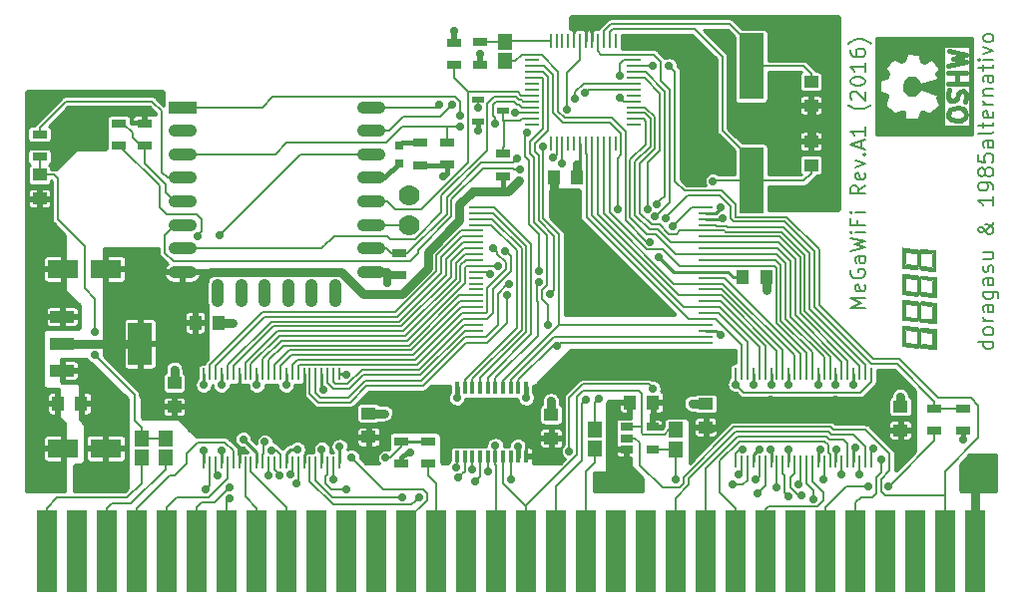
<source format=gbr>
G04 #@! TF.GenerationSoftware,KiCad,Pcbnew,(2017-02-04 revision 9a6e5734b)-master*
G04 #@! TF.CreationDate,2017-03-24T17:30:25+01:00*
G04 #@! TF.ProjectId,mega-wifi,6D6567612D776966692E6B696361645F,A1*
G04 #@! TF.FileFunction,Copper,L1,Top,Signal*
G04 #@! TF.FilePolarity,Positive*
%FSLAX46Y46*%
G04 Gerber Fmt 4.6, Leading zero omitted, Abs format (unit mm)*
G04 Created by KiCad (PCBNEW (2017-02-04 revision 9a6e5734b)-master) date Fri Mar 24 17:30:25 2017*
%MOMM*%
%LPD*%
G01*
G04 APERTURE LIST*
%ADD10C,0.100000*%
%ADD11C,0.203200*%
%ADD12C,0.381000*%
%ADD13C,0.010000*%
%ADD14R,1.300000X0.700000*%
%ADD15R,1.250000X1.000000*%
%ADD16R,1.270000X0.279400*%
%ADD17R,1.000000X1.250000*%
%ADD18R,0.285000X1.000000*%
%ADD19R,0.400000X1.000000*%
%ADD20R,0.797560X0.797560*%
%ADD21R,1.000760X0.599440*%
%ADD22R,2.032000X3.657600*%
%ADD23R,2.032000X1.016000*%
%ADD24R,1.300000X0.250000*%
%ADD25R,0.250000X1.300000*%
%ADD26O,1.100000X2.400000*%
%ADD27R,2.400000X1.100000*%
%ADD28O,2.400000X1.100000*%
%ADD29R,2.100580X5.600700*%
%ADD30R,2.600960X1.600200*%
%ADD31R,1.778000X6.985000*%
%ADD32R,1.060000X0.650000*%
%ADD33R,1.250000X1.380000*%
%ADD34C,1.778000*%
%ADD35C,0.711200*%
%ADD36C,0.762000*%
%ADD37C,0.254000*%
%ADD38C,0.635000*%
%ADD39C,0.508000*%
G04 APERTURE END LIST*
D10*
D11*
X186959723Y-108416876D02*
X185689723Y-108416876D01*
X186899247Y-108416876D02*
X186959723Y-108537828D01*
X186959723Y-108779733D01*
X186899247Y-108900685D01*
X186838771Y-108961161D01*
X186717819Y-109021638D01*
X186354961Y-109021638D01*
X186234009Y-108961161D01*
X186173533Y-108900685D01*
X186113057Y-108779733D01*
X186113057Y-108537828D01*
X186173533Y-108416876D01*
X186959723Y-107630685D02*
X186899247Y-107751638D01*
X186838771Y-107812114D01*
X186717819Y-107872590D01*
X186354961Y-107872590D01*
X186234009Y-107812114D01*
X186173533Y-107751638D01*
X186113057Y-107630685D01*
X186113057Y-107449257D01*
X186173533Y-107328304D01*
X186234009Y-107267828D01*
X186354961Y-107207352D01*
X186717819Y-107207352D01*
X186838771Y-107267828D01*
X186899247Y-107328304D01*
X186959723Y-107449257D01*
X186959723Y-107630685D01*
X186959723Y-106663066D02*
X186113057Y-106663066D01*
X186354961Y-106663066D02*
X186234009Y-106602590D01*
X186173533Y-106542114D01*
X186113057Y-106421161D01*
X186113057Y-106300209D01*
X186959723Y-105332590D02*
X186294485Y-105332590D01*
X186173533Y-105393066D01*
X186113057Y-105514019D01*
X186113057Y-105755923D01*
X186173533Y-105876876D01*
X186899247Y-105332590D02*
X186959723Y-105453542D01*
X186959723Y-105755923D01*
X186899247Y-105876876D01*
X186778295Y-105937352D01*
X186657342Y-105937352D01*
X186536390Y-105876876D01*
X186475914Y-105755923D01*
X186475914Y-105453542D01*
X186415438Y-105332590D01*
X186113057Y-104183542D02*
X187141152Y-104183542D01*
X187262104Y-104244019D01*
X187322580Y-104304495D01*
X187383057Y-104425447D01*
X187383057Y-104606876D01*
X187322580Y-104727828D01*
X186899247Y-104183542D02*
X186959723Y-104304495D01*
X186959723Y-104546400D01*
X186899247Y-104667352D01*
X186838771Y-104727828D01*
X186717819Y-104788304D01*
X186354961Y-104788304D01*
X186234009Y-104727828D01*
X186173533Y-104667352D01*
X186113057Y-104546400D01*
X186113057Y-104304495D01*
X186173533Y-104183542D01*
X186959723Y-103034495D02*
X186294485Y-103034495D01*
X186173533Y-103094971D01*
X186113057Y-103215923D01*
X186113057Y-103457828D01*
X186173533Y-103578780D01*
X186899247Y-103034495D02*
X186959723Y-103155447D01*
X186959723Y-103457828D01*
X186899247Y-103578780D01*
X186778295Y-103639257D01*
X186657342Y-103639257D01*
X186536390Y-103578780D01*
X186475914Y-103457828D01*
X186475914Y-103155447D01*
X186415438Y-103034495D01*
X186899247Y-102490209D02*
X186959723Y-102369257D01*
X186959723Y-102127352D01*
X186899247Y-102006400D01*
X186778295Y-101945923D01*
X186717819Y-101945923D01*
X186596866Y-102006400D01*
X186536390Y-102127352D01*
X186536390Y-102308780D01*
X186475914Y-102429733D01*
X186354961Y-102490209D01*
X186294485Y-102490209D01*
X186173533Y-102429733D01*
X186113057Y-102308780D01*
X186113057Y-102127352D01*
X186173533Y-102006400D01*
X186113057Y-100857352D02*
X186959723Y-100857352D01*
X186113057Y-101401638D02*
X186778295Y-101401638D01*
X186899247Y-101341161D01*
X186959723Y-101220209D01*
X186959723Y-101038780D01*
X186899247Y-100917828D01*
X186838771Y-100857352D01*
X186959723Y-98256876D02*
X186959723Y-98317352D01*
X186899247Y-98438304D01*
X186717819Y-98619733D01*
X186354961Y-98922114D01*
X186173533Y-99043066D01*
X185992104Y-99103542D01*
X185871152Y-99103542D01*
X185750200Y-99043066D01*
X185689723Y-98922114D01*
X185689723Y-98861638D01*
X185750200Y-98740685D01*
X185871152Y-98680209D01*
X185931628Y-98680209D01*
X186052580Y-98740685D01*
X186113057Y-98801161D01*
X186354961Y-99164019D01*
X186415438Y-99224495D01*
X186536390Y-99284971D01*
X186717819Y-99284971D01*
X186838771Y-99224495D01*
X186899247Y-99164019D01*
X186959723Y-99043066D01*
X186959723Y-98861638D01*
X186899247Y-98740685D01*
X186838771Y-98680209D01*
X186596866Y-98498780D01*
X186415438Y-98438304D01*
X186294485Y-98438304D01*
X186959723Y-96079733D02*
X186959723Y-96805447D01*
X186959723Y-96442590D02*
X185689723Y-96442590D01*
X185871152Y-96563542D01*
X185992104Y-96684495D01*
X186052580Y-96805447D01*
X186959723Y-95474971D02*
X186959723Y-95233066D01*
X186899247Y-95112114D01*
X186838771Y-95051638D01*
X186657342Y-94930685D01*
X186415438Y-94870209D01*
X185931628Y-94870209D01*
X185810676Y-94930685D01*
X185750200Y-94991161D01*
X185689723Y-95112114D01*
X185689723Y-95354019D01*
X185750200Y-95474971D01*
X185810676Y-95535447D01*
X185931628Y-95595923D01*
X186234009Y-95595923D01*
X186354961Y-95535447D01*
X186415438Y-95474971D01*
X186475914Y-95354019D01*
X186475914Y-95112114D01*
X186415438Y-94991161D01*
X186354961Y-94930685D01*
X186234009Y-94870209D01*
X186234009Y-94144495D02*
X186173533Y-94265447D01*
X186113057Y-94325923D01*
X185992104Y-94386400D01*
X185931628Y-94386400D01*
X185810676Y-94325923D01*
X185750200Y-94265447D01*
X185689723Y-94144495D01*
X185689723Y-93902590D01*
X185750200Y-93781638D01*
X185810676Y-93721161D01*
X185931628Y-93660685D01*
X185992104Y-93660685D01*
X186113057Y-93721161D01*
X186173533Y-93781638D01*
X186234009Y-93902590D01*
X186234009Y-94144495D01*
X186294485Y-94265447D01*
X186354961Y-94325923D01*
X186475914Y-94386400D01*
X186717819Y-94386400D01*
X186838771Y-94325923D01*
X186899247Y-94265447D01*
X186959723Y-94144495D01*
X186959723Y-93902590D01*
X186899247Y-93781638D01*
X186838771Y-93721161D01*
X186717819Y-93660685D01*
X186475914Y-93660685D01*
X186354961Y-93721161D01*
X186294485Y-93781638D01*
X186234009Y-93902590D01*
X185689723Y-92511638D02*
X185689723Y-93116400D01*
X186294485Y-93176876D01*
X186234009Y-93116400D01*
X186173533Y-92995447D01*
X186173533Y-92693066D01*
X186234009Y-92572114D01*
X186294485Y-92511638D01*
X186415438Y-92451161D01*
X186717819Y-92451161D01*
X186838771Y-92511638D01*
X186899247Y-92572114D01*
X186959723Y-92693066D01*
X186959723Y-92995447D01*
X186899247Y-93116400D01*
X186838771Y-93176876D01*
X186959723Y-91362590D02*
X186294485Y-91362590D01*
X186173533Y-91423066D01*
X186113057Y-91544019D01*
X186113057Y-91785923D01*
X186173533Y-91906876D01*
X186899247Y-91362590D02*
X186959723Y-91483542D01*
X186959723Y-91785923D01*
X186899247Y-91906876D01*
X186778295Y-91967352D01*
X186657342Y-91967352D01*
X186536390Y-91906876D01*
X186475914Y-91785923D01*
X186475914Y-91483542D01*
X186415438Y-91362590D01*
X186959723Y-90576400D02*
X186899247Y-90697352D01*
X186778295Y-90757828D01*
X185689723Y-90757828D01*
X186113057Y-90274019D02*
X186113057Y-89790209D01*
X185689723Y-90092590D02*
X186778295Y-90092590D01*
X186899247Y-90032114D01*
X186959723Y-89911161D01*
X186959723Y-89790209D01*
X186899247Y-88883066D02*
X186959723Y-89004019D01*
X186959723Y-89245923D01*
X186899247Y-89366876D01*
X186778295Y-89427352D01*
X186294485Y-89427352D01*
X186173533Y-89366876D01*
X186113057Y-89245923D01*
X186113057Y-89004019D01*
X186173533Y-88883066D01*
X186294485Y-88822590D01*
X186415438Y-88822590D01*
X186536390Y-89427352D01*
X186959723Y-88278304D02*
X186113057Y-88278304D01*
X186354961Y-88278304D02*
X186234009Y-88217828D01*
X186173533Y-88157352D01*
X186113057Y-88036400D01*
X186113057Y-87915447D01*
X186113057Y-87492114D02*
X186959723Y-87492114D01*
X186234009Y-87492114D02*
X186173533Y-87431638D01*
X186113057Y-87310685D01*
X186113057Y-87129257D01*
X186173533Y-87008304D01*
X186294485Y-86947828D01*
X186959723Y-86947828D01*
X186959723Y-85798780D02*
X186294485Y-85798780D01*
X186173533Y-85859257D01*
X186113057Y-85980209D01*
X186113057Y-86222114D01*
X186173533Y-86343066D01*
X186899247Y-85798780D02*
X186959723Y-85919733D01*
X186959723Y-86222114D01*
X186899247Y-86343066D01*
X186778295Y-86403542D01*
X186657342Y-86403542D01*
X186536390Y-86343066D01*
X186475914Y-86222114D01*
X186475914Y-85919733D01*
X186415438Y-85798780D01*
X186113057Y-85375447D02*
X186113057Y-84891638D01*
X185689723Y-85194019D02*
X186778295Y-85194019D01*
X186899247Y-85133542D01*
X186959723Y-85012590D01*
X186959723Y-84891638D01*
X186959723Y-84468304D02*
X186113057Y-84468304D01*
X185689723Y-84468304D02*
X185750200Y-84528780D01*
X185810676Y-84468304D01*
X185750200Y-84407828D01*
X185689723Y-84468304D01*
X185810676Y-84468304D01*
X186113057Y-83984495D02*
X186959723Y-83682114D01*
X186113057Y-83379733D01*
X186959723Y-82714495D02*
X186899247Y-82835447D01*
X186838771Y-82895923D01*
X186717819Y-82956400D01*
X186354961Y-82956400D01*
X186234009Y-82895923D01*
X186173533Y-82835447D01*
X186113057Y-82714495D01*
X186113057Y-82533066D01*
X186173533Y-82412114D01*
X186234009Y-82351638D01*
X186354961Y-82291161D01*
X186717819Y-82291161D01*
X186838771Y-82351638D01*
X186899247Y-82412114D01*
X186959723Y-82533066D01*
X186959723Y-82714495D01*
X176088523Y-105532161D02*
X174818523Y-105532161D01*
X175725666Y-105108828D01*
X174818523Y-104685495D01*
X176088523Y-104685495D01*
X176028047Y-103596923D02*
X176088523Y-103717876D01*
X176088523Y-103959780D01*
X176028047Y-104080733D01*
X175907095Y-104141209D01*
X175423285Y-104141209D01*
X175302333Y-104080733D01*
X175241857Y-103959780D01*
X175241857Y-103717876D01*
X175302333Y-103596923D01*
X175423285Y-103536447D01*
X175544238Y-103536447D01*
X175665190Y-104141209D01*
X174879000Y-102326923D02*
X174818523Y-102447876D01*
X174818523Y-102629304D01*
X174879000Y-102810733D01*
X174999952Y-102931685D01*
X175120904Y-102992161D01*
X175362809Y-103052638D01*
X175544238Y-103052638D01*
X175786142Y-102992161D01*
X175907095Y-102931685D01*
X176028047Y-102810733D01*
X176088523Y-102629304D01*
X176088523Y-102508352D01*
X176028047Y-102326923D01*
X175967571Y-102266447D01*
X175544238Y-102266447D01*
X175544238Y-102508352D01*
X176088523Y-101177876D02*
X175423285Y-101177876D01*
X175302333Y-101238352D01*
X175241857Y-101359304D01*
X175241857Y-101601209D01*
X175302333Y-101722161D01*
X176028047Y-101177876D02*
X176088523Y-101298828D01*
X176088523Y-101601209D01*
X176028047Y-101722161D01*
X175907095Y-101782638D01*
X175786142Y-101782638D01*
X175665190Y-101722161D01*
X175604714Y-101601209D01*
X175604714Y-101298828D01*
X175544238Y-101177876D01*
X174818523Y-100694066D02*
X176088523Y-100391685D01*
X175181380Y-100149780D01*
X176088523Y-99907876D01*
X174818523Y-99605495D01*
X176088523Y-99121685D02*
X175241857Y-99121685D01*
X174818523Y-99121685D02*
X174879000Y-99182161D01*
X174939476Y-99121685D01*
X174879000Y-99061209D01*
X174818523Y-99121685D01*
X174939476Y-99121685D01*
X175423285Y-98093590D02*
X175423285Y-98516923D01*
X176088523Y-98516923D02*
X174818523Y-98516923D01*
X174818523Y-97912161D01*
X176088523Y-97428352D02*
X175241857Y-97428352D01*
X174818523Y-97428352D02*
X174879000Y-97488828D01*
X174939476Y-97428352D01*
X174879000Y-97367876D01*
X174818523Y-97428352D01*
X174939476Y-97428352D01*
X176088523Y-95130257D02*
X175483761Y-95553590D01*
X176088523Y-95855971D02*
X174818523Y-95855971D01*
X174818523Y-95372161D01*
X174879000Y-95251209D01*
X174939476Y-95190733D01*
X175060428Y-95130257D01*
X175241857Y-95130257D01*
X175362809Y-95190733D01*
X175423285Y-95251209D01*
X175483761Y-95372161D01*
X175483761Y-95855971D01*
X176028047Y-94102161D02*
X176088523Y-94223114D01*
X176088523Y-94465019D01*
X176028047Y-94585971D01*
X175907095Y-94646447D01*
X175423285Y-94646447D01*
X175302333Y-94585971D01*
X175241857Y-94465019D01*
X175241857Y-94223114D01*
X175302333Y-94102161D01*
X175423285Y-94041685D01*
X175544238Y-94041685D01*
X175665190Y-94646447D01*
X175241857Y-93618352D02*
X176088523Y-93315971D01*
X175241857Y-93013590D01*
X175967571Y-92529780D02*
X176028047Y-92469304D01*
X176088523Y-92529780D01*
X176028047Y-92590257D01*
X175967571Y-92529780D01*
X176088523Y-92529780D01*
X175725666Y-91985495D02*
X175725666Y-91380733D01*
X176088523Y-92106447D02*
X174818523Y-91683114D01*
X176088523Y-91259780D01*
X176088523Y-90171209D02*
X176088523Y-90896923D01*
X176088523Y-90534066D02*
X174818523Y-90534066D01*
X174999952Y-90655019D01*
X175120904Y-90775971D01*
X175181380Y-90896923D01*
X176572333Y-88296447D02*
X176511857Y-88356923D01*
X176330428Y-88477876D01*
X176209476Y-88538352D01*
X176028047Y-88598828D01*
X175725666Y-88659304D01*
X175483761Y-88659304D01*
X175181380Y-88598828D01*
X174999952Y-88538352D01*
X174879000Y-88477876D01*
X174697571Y-88356923D01*
X174637095Y-88296447D01*
X174939476Y-87873114D02*
X174879000Y-87812638D01*
X174818523Y-87691685D01*
X174818523Y-87389304D01*
X174879000Y-87268352D01*
X174939476Y-87207876D01*
X175060428Y-87147400D01*
X175181380Y-87147400D01*
X175362809Y-87207876D01*
X176088523Y-87933590D01*
X176088523Y-87147400D01*
X174818523Y-86361209D02*
X174818523Y-86240257D01*
X174879000Y-86119304D01*
X174939476Y-86058828D01*
X175060428Y-85998352D01*
X175302333Y-85937876D01*
X175604714Y-85937876D01*
X175846619Y-85998352D01*
X175967571Y-86058828D01*
X176028047Y-86119304D01*
X176088523Y-86240257D01*
X176088523Y-86361209D01*
X176028047Y-86482161D01*
X175967571Y-86542638D01*
X175846619Y-86603114D01*
X175604714Y-86663590D01*
X175302333Y-86663590D01*
X175060428Y-86603114D01*
X174939476Y-86542638D01*
X174879000Y-86482161D01*
X174818523Y-86361209D01*
X176088523Y-84728352D02*
X176088523Y-85454066D01*
X176088523Y-85091209D02*
X174818523Y-85091209D01*
X174999952Y-85212161D01*
X175120904Y-85333114D01*
X175181380Y-85454066D01*
X174818523Y-83639780D02*
X174818523Y-83881685D01*
X174879000Y-84002638D01*
X174939476Y-84063114D01*
X175120904Y-84184066D01*
X175362809Y-84244542D01*
X175846619Y-84244542D01*
X175967571Y-84184066D01*
X176028047Y-84123590D01*
X176088523Y-84002638D01*
X176088523Y-83760733D01*
X176028047Y-83639780D01*
X175967571Y-83579304D01*
X175846619Y-83518828D01*
X175544238Y-83518828D01*
X175423285Y-83579304D01*
X175362809Y-83639780D01*
X175302333Y-83760733D01*
X175302333Y-84002638D01*
X175362809Y-84123590D01*
X175423285Y-84184066D01*
X175544238Y-84244542D01*
X176572333Y-83095495D02*
X176511857Y-83035019D01*
X176330428Y-82914066D01*
X176209476Y-82853590D01*
X176028047Y-82793114D01*
X175725666Y-82732638D01*
X175483761Y-82732638D01*
X175181380Y-82793114D01*
X174999952Y-82853590D01*
X174879000Y-82914066D01*
X174697571Y-83035019D01*
X174637095Y-83095495D01*
D12*
X180685440Y-86741000D02*
X182285640Y-87340440D01*
X180787040Y-86641940D02*
X182285640Y-86240620D01*
X180385720Y-87139780D02*
X180385720Y-86342220D01*
X180086000Y-86141560D02*
X180086000Y-87139780D01*
X179786280Y-87139780D02*
X179786280Y-86342220D01*
X182285640Y-90741500D02*
X182285640Y-88739980D01*
X181985920Y-89042240D02*
X181985920Y-90639900D01*
X181686200Y-90741500D02*
X181686200Y-89240360D01*
X181386480Y-89141300D02*
X181386480Y-90741500D01*
X181086760Y-90639900D02*
X181086760Y-89240360D01*
X180787040Y-89540080D02*
X180787040Y-90639900D01*
X180484780Y-90741500D02*
X180484780Y-89740740D01*
X180185060Y-89740740D02*
X180185060Y-90741500D01*
X179885340Y-90639900D02*
X179885340Y-89740740D01*
X179585620Y-89641680D02*
X179585620Y-90639900D01*
X179285900Y-90741500D02*
X179285900Y-89240360D01*
X178986180Y-89141300D02*
X178986180Y-90639900D01*
X178887120Y-90741500D02*
X178887120Y-89341960D01*
X178584860Y-89240360D02*
X178584860Y-90639900D01*
X178285140Y-90639900D02*
X178285140Y-89240360D01*
X177985420Y-88739980D02*
X177985420Y-90540840D01*
X177685700Y-90639900D02*
X177685700Y-87640160D01*
X177385980Y-87442040D02*
X177385980Y-90639900D01*
X177385980Y-85940900D02*
X177385980Y-82842100D01*
X177586640Y-82740500D02*
X177586640Y-85841840D01*
X177886360Y-84742020D02*
X177886360Y-82842100D01*
X178087020Y-82740500D02*
X178087020Y-84439760D01*
X178386740Y-84241640D02*
X178386740Y-82842100D01*
X178686460Y-82842100D02*
X178686460Y-84140040D01*
X178986180Y-84439760D02*
X178986180Y-82740500D01*
X179285900Y-82740500D02*
X179285900Y-84340700D01*
X179585620Y-83840320D02*
X179585620Y-82740500D01*
X179885340Y-82740500D02*
X179885340Y-83741260D01*
X180185060Y-83840320D02*
X180185060Y-82740500D01*
X180484780Y-82740500D02*
X180484780Y-83840320D01*
X180787040Y-83941920D02*
X180787040Y-82842100D01*
X181086760Y-82740500D02*
X181086760Y-84439760D01*
X181386480Y-84340700D02*
X181386480Y-82842100D01*
X181686200Y-84340700D02*
X181686200Y-82941160D01*
X181985920Y-82842100D02*
X181985920Y-84340700D01*
X182285640Y-84640420D02*
X182285640Y-82941160D01*
X181686200Y-86741000D02*
X182387240Y-86540340D01*
X181587140Y-86741000D02*
X182387240Y-86941660D01*
X182585360Y-83040220D02*
X184886600Y-82941160D01*
X182585360Y-90540840D02*
X184886600Y-90540840D01*
X182585360Y-90241120D02*
X185087260Y-90241120D01*
X182585360Y-83240880D02*
X185087260Y-83240880D01*
X182585360Y-90741500D02*
X182585360Y-82740500D01*
X180766720Y-86720680D02*
X181056280Y-86751160D01*
X181056280Y-86751160D02*
X182425340Y-86182200D01*
X182425340Y-86182200D02*
X182275480Y-85740240D01*
X182275480Y-85740240D02*
X182227220Y-85702140D01*
X182227220Y-85702140D02*
X182496460Y-85310980D01*
X182455820Y-85321140D02*
X182425340Y-85120480D01*
X182465980Y-85110320D02*
X181825900Y-84432140D01*
X181825900Y-84432140D02*
X181594760Y-84340700D01*
X181594760Y-84340700D02*
X181117240Y-84609940D01*
X181117240Y-84609940D02*
X180964840Y-84582000D01*
X180964840Y-84582000D02*
X180776880Y-83901280D01*
X180776880Y-83901280D02*
X179595780Y-83840320D01*
X179595780Y-83840320D02*
X179346860Y-84510880D01*
X179346860Y-84510880D02*
X179146200Y-84582000D01*
X179146200Y-84582000D02*
X178615340Y-84310220D01*
X178615340Y-84310220D02*
X178305460Y-84432140D01*
X178305460Y-84432140D02*
X177695860Y-85072220D01*
X177695860Y-85072220D02*
X177685700Y-85280500D01*
X177685700Y-85280500D02*
X177944780Y-85702140D01*
X177944780Y-85702140D02*
X177866040Y-85879940D01*
X177866040Y-85879940D02*
X177307240Y-86100920D01*
X177307240Y-86100920D02*
X177236120Y-86121240D01*
X177236120Y-86121240D02*
X177215800Y-87292180D01*
X177175160Y-87282020D02*
X177845720Y-87530940D01*
X177845720Y-87530940D02*
X177916840Y-87650320D01*
X177916840Y-87650320D02*
X177617120Y-88351360D01*
X177617120Y-88351360D02*
X178516280Y-89202260D01*
X178516280Y-89202260D02*
X179146200Y-88930480D01*
X179146200Y-88930480D02*
X179275740Y-88971120D01*
X179275740Y-88971120D02*
X179357020Y-89491820D01*
X179357020Y-89491820D02*
X179415440Y-89641680D01*
X179415440Y-89641680D02*
X180675280Y-89611200D01*
X180675280Y-89611200D02*
X180906420Y-88971120D01*
X180906420Y-88971120D02*
X181005480Y-88940640D01*
X181005480Y-88940640D02*
X181615080Y-89240360D01*
X181615080Y-89240360D02*
X182455820Y-88419940D01*
X182455820Y-88419940D02*
X182547260Y-88310720D01*
X182547260Y-88310720D02*
X182255160Y-87721440D01*
X182255160Y-87721440D02*
X182394860Y-87459820D01*
X182394860Y-87459820D02*
X182394860Y-87231220D01*
X182394860Y-87231220D02*
X180886100Y-86690200D01*
X180886100Y-86690200D02*
X180576220Y-86931500D01*
X180576220Y-86931500D02*
X180586380Y-87010240D01*
X180586380Y-87010240D02*
X180446680Y-87221060D01*
X180446680Y-87221060D02*
X180246020Y-87360760D01*
X180246020Y-87360760D02*
X179806600Y-87320120D01*
X179806600Y-87320120D02*
X179517040Y-87040720D01*
X179517040Y-87040720D02*
X179445920Y-86680040D01*
X179445920Y-86680040D02*
X179565300Y-86342220D01*
X179565300Y-86342220D02*
X179865020Y-86111080D01*
X179865020Y-86111080D02*
X180266340Y-86121240D01*
X180266340Y-86121240D02*
X180456840Y-86230460D01*
X180456840Y-86230460D02*
X180766720Y-86741000D01*
X177086260Y-90741500D02*
X177086260Y-82740500D01*
X177086260Y-82740500D02*
X185087260Y-82740500D01*
X185087260Y-82740500D02*
X185087260Y-90741500D01*
X185087260Y-90741500D02*
X177086260Y-90741500D01*
X183167020Y-85023960D02*
X184637680Y-84663280D01*
X184637680Y-84663280D02*
X183575960Y-84383880D01*
X183575960Y-84383880D02*
X184647840Y-84074000D01*
X184647840Y-84074000D02*
X183197500Y-83733640D01*
X183857900Y-86443820D02*
X183847740Y-85653880D01*
X183847740Y-85653880D02*
X183857900Y-85643720D01*
X183857900Y-85643720D02*
X183847740Y-85643720D01*
X183136540Y-85603080D02*
X184678320Y-85603080D01*
X183126380Y-86492080D02*
X184696100Y-86492080D01*
X184696100Y-86492080D02*
X184685940Y-86481920D01*
X183227980Y-87043260D02*
X183146700Y-87393780D01*
X183146700Y-87393780D02*
X183136540Y-87713820D01*
X183136540Y-87713820D02*
X183337200Y-87952580D01*
X183337200Y-87952580D02*
X183606440Y-87983060D01*
X183606440Y-87983060D02*
X183847740Y-87741760D01*
X183847740Y-87741760D02*
X183977280Y-87353140D01*
X183977280Y-87353140D02*
X184137300Y-87172800D01*
X184137300Y-87172800D02*
X184437020Y-87132160D01*
X184437020Y-87132160D02*
X184658000Y-87363300D01*
X184658000Y-87363300D02*
X184685940Y-87683340D01*
X184685940Y-87683340D02*
X184576720Y-88033860D01*
X183126380Y-89072720D02*
X183146700Y-89321640D01*
X183146700Y-89321640D02*
X183388000Y-89562940D01*
X183388000Y-89562940D02*
X183878220Y-89651840D01*
X183878220Y-89651840D02*
X184226200Y-89623900D01*
X184226200Y-89623900D02*
X184546240Y-89423240D01*
X184546240Y-89423240D02*
X184668160Y-89171780D01*
X184668160Y-89171780D02*
X184597040Y-88861900D01*
X184597040Y-88861900D02*
X184416700Y-88643460D01*
X184416700Y-88643460D02*
X183956960Y-88572340D01*
X183956960Y-88572340D02*
X183548020Y-88623140D01*
X183548020Y-88623140D02*
X183266080Y-88732360D01*
X183266080Y-88732360D02*
X183136540Y-89093040D01*
D13*
G36*
X179569340Y-105214020D02*
X179259930Y-104869230D01*
X180472550Y-104979850D01*
X180587990Y-105104260D01*
X180393990Y-105288670D01*
X179569340Y-105214020D01*
X179569340Y-105214020D01*
G37*
X179569340Y-105214020D02*
X179259930Y-104869230D01*
X180472550Y-104979850D01*
X180587990Y-105104260D01*
X180393990Y-105288670D01*
X179569340Y-105214020D01*
G36*
X179210340Y-108788449D02*
X179210340Y-107126620D01*
X179528540Y-107466620D01*
X179528540Y-108499441D01*
X179210340Y-108788449D01*
X179210340Y-108788449D01*
G37*
X179210340Y-108788449D02*
X179210340Y-107126620D01*
X179528540Y-107466620D01*
X179528540Y-108499441D01*
X179210340Y-108788449D01*
G36*
X180496690Y-107533240D02*
X180646430Y-107390880D01*
X180796170Y-107561880D01*
X180796170Y-108627424D01*
X180646430Y-108759477D01*
X180496690Y-108596609D01*
X180496690Y-107533240D01*
X180496690Y-107533240D01*
G37*
X180496690Y-107533240D02*
X180646430Y-107390880D01*
X180796170Y-107561880D01*
X180796170Y-108627424D01*
X180646430Y-108759477D01*
X180496690Y-108596609D01*
X180496690Y-107533240D01*
G36*
X180515620Y-108927175D02*
X179268010Y-108817474D01*
X179586200Y-108529715D01*
X180434620Y-108604368D01*
X180634380Y-108818180D01*
X180515620Y-108927175D01*
X180515620Y-108927175D01*
G37*
X180515620Y-108927175D02*
X179268010Y-108817474D01*
X179586200Y-108529715D01*
X180434620Y-108604368D01*
X180634380Y-108818180D01*
X180515620Y-108927175D01*
G36*
X182090550Y-107412570D02*
X182090550Y-109014523D01*
X181772299Y-108679997D01*
X181772299Y-107686560D01*
X182090550Y-107412570D01*
X182090550Y-107412570D01*
G37*
X182090550Y-107412570D02*
X182090550Y-109014523D01*
X181772299Y-108679997D01*
X181772299Y-107686560D01*
X182090550Y-107412570D01*
G36*
X182021811Y-106859520D02*
X180802840Y-106752370D01*
X180682290Y-106628070D01*
X180877660Y-106449850D01*
X181709744Y-106518700D01*
X182021811Y-106859520D01*
X182021811Y-106859520D01*
G37*
X182021811Y-106859520D02*
X180802840Y-106752370D01*
X180682290Y-106628070D01*
X180877660Y-106449850D01*
X181709744Y-106518700D01*
X182021811Y-106859520D01*
G36*
X180891870Y-108647227D02*
X181710721Y-108717594D01*
X182017796Y-109065630D01*
X180818250Y-108956255D01*
X180699650Y-108829248D01*
X180891870Y-108647227D01*
X180891870Y-108647227D01*
G37*
X180891870Y-108647227D02*
X181710721Y-108717594D01*
X182017796Y-109065630D01*
X180818250Y-108956255D01*
X180699650Y-108829248D01*
X180891870Y-108647227D01*
G36*
X180385370Y-107517340D02*
X179537010Y-107442850D01*
X179217660Y-107094660D01*
X180466200Y-107204950D01*
X180584970Y-107333310D01*
X180385370Y-107517340D01*
X180385370Y-107517340D01*
G37*
X180385370Y-107517340D02*
X179537010Y-107442850D01*
X179217660Y-107094660D01*
X180466200Y-107204950D01*
X180584970Y-107333310D01*
X180385370Y-107517340D01*
G36*
X180826660Y-107236590D02*
X182070964Y-107345850D01*
X181751846Y-107632960D01*
X180903050Y-107562750D01*
X180703670Y-107346660D01*
X180826660Y-107236590D01*
X180826660Y-107236590D01*
G37*
X180826660Y-107236590D02*
X182070964Y-107345850D01*
X181751846Y-107632960D01*
X180903050Y-107562750D01*
X180703670Y-107346660D01*
X180826660Y-107236590D01*
G36*
X180396870Y-100878410D02*
X179576440Y-100803910D01*
X179268720Y-100460810D01*
X180475050Y-100570300D01*
X180589950Y-100694420D01*
X180396870Y-100878410D01*
X180396870Y-100878410D01*
G37*
X180396870Y-100878410D02*
X179576440Y-100803910D01*
X179268720Y-100460810D01*
X180475050Y-100570300D01*
X180589950Y-100694420D01*
X180396870Y-100878410D01*
G36*
X180893660Y-102024500D02*
X181729331Y-102094710D01*
X182042753Y-102442200D01*
X180818520Y-102332990D01*
X180697480Y-102206250D01*
X180893660Y-102024500D01*
X180893660Y-102024500D01*
G37*
X180893660Y-102024500D02*
X181729331Y-102094710D01*
X182042753Y-102442200D01*
X180818520Y-102332990D01*
X180697480Y-102206250D01*
X180893660Y-102024500D01*
G36*
X180805670Y-100548550D02*
X181997722Y-100658840D01*
X181692710Y-100941600D01*
X180878960Y-100870590D01*
X180687660Y-100654600D01*
X180805670Y-100548550D01*
X180805670Y-100548550D01*
G37*
X180805670Y-100548550D02*
X181997722Y-100658840D01*
X181692710Y-100941600D01*
X180878960Y-100870590D01*
X180687660Y-100654600D01*
X180805670Y-100548550D01*
G36*
X179211650Y-100415620D02*
X179517860Y-100755090D01*
X179517860Y-101786060D01*
X179211650Y-102074590D01*
X179211650Y-100415620D01*
X179211650Y-100415620D01*
G37*
X179211650Y-100415620D02*
X179517860Y-100755090D01*
X179517860Y-101786060D01*
X179211650Y-102074590D01*
X179211650Y-100415620D01*
G36*
X180471300Y-100844270D02*
X180630370Y-100700230D01*
X180789500Y-100873090D01*
X180789500Y-101947250D01*
X180630370Y-102083100D01*
X180471300Y-101918440D01*
X180471300Y-100844270D01*
X180471300Y-100844270D01*
G37*
X180471300Y-100844270D02*
X180630370Y-100700230D01*
X180789500Y-100873090D01*
X180789500Y-101947250D01*
X180630370Y-102083100D01*
X180471300Y-101918440D01*
X180471300Y-100844270D01*
G36*
X180468260Y-102248460D02*
X179250760Y-102138230D01*
X179561260Y-101851170D01*
X180389590Y-101922020D01*
X180584260Y-102138230D01*
X180468260Y-102248460D01*
X180468260Y-102248460D01*
G37*
X180468260Y-102248460D02*
X179250760Y-102138230D01*
X179561260Y-101851170D01*
X180389590Y-101922020D01*
X180584260Y-102138230D01*
X180468260Y-102248460D01*
G36*
X182065159Y-100706530D02*
X182065159Y-102299350D01*
X181746908Y-101969320D01*
X181746908Y-100979480D01*
X182065159Y-100706530D01*
X182065159Y-100706530D01*
G37*
X182065159Y-100706530D02*
X182065159Y-102299350D01*
X181746908Y-101969320D01*
X181746908Y-100979480D01*
X182065159Y-100706530D01*
G36*
X180811960Y-105006820D02*
X182031468Y-105115980D01*
X181719456Y-105398800D01*
X180886940Y-105328550D01*
X180691410Y-105112670D01*
X180811960Y-105006820D01*
X180811960Y-105006820D01*
G37*
X180811960Y-105006820D02*
X182031468Y-105115980D01*
X181719456Y-105398800D01*
X180886940Y-105328550D01*
X180691410Y-105112670D01*
X180811960Y-105006820D01*
G36*
X179206330Y-104923490D02*
X179515620Y-105252310D01*
X179515620Y-106251230D01*
X179206330Y-106530740D01*
X179206330Y-104923490D01*
X179206330Y-104923490D01*
G37*
X179206330Y-104923490D02*
X179515620Y-105252310D01*
X179515620Y-106251230D01*
X179206330Y-106530740D01*
X179206330Y-104923490D01*
G36*
X180477050Y-105299840D02*
X180631730Y-105155960D01*
X180786410Y-105328700D01*
X180786410Y-106403140D01*
X180631730Y-106538990D01*
X180477050Y-106374280D01*
X180477050Y-105299840D01*
X180477050Y-105299840D01*
G37*
X180477050Y-105299840D02*
X180631730Y-105155960D01*
X180786410Y-105328700D01*
X180786410Y-106403140D01*
X180631730Y-106538990D01*
X180477050Y-106374280D01*
X180477050Y-105299840D01*
G36*
X180472490Y-106699200D02*
X179259810Y-106589820D01*
X179569120Y-106304940D01*
X180394090Y-106375200D01*
X180587990Y-106589820D01*
X180472490Y-106699200D01*
X180472490Y-106699200D01*
G37*
X180472490Y-106699200D02*
X179259810Y-106589820D01*
X179569120Y-106304940D01*
X180394090Y-106375200D01*
X180587990Y-106589820D01*
X180472490Y-106699200D01*
G36*
X182075847Y-105174240D02*
X182075847Y-106821600D01*
X181779894Y-106480340D01*
X181779894Y-105456530D01*
X182075847Y-105174240D01*
X182075847Y-105174240D01*
G37*
X182075847Y-105174240D02*
X182075847Y-106821600D01*
X181779894Y-106480340D01*
X181779894Y-105456530D01*
X182075847Y-105174240D01*
G36*
X180406740Y-103089020D02*
X179571400Y-103014520D01*
X179258040Y-102671420D01*
X180486330Y-102780910D01*
X180603300Y-102905030D01*
X180406740Y-103089020D01*
X180406740Y-103089020D01*
G37*
X180406740Y-103089020D02*
X179571400Y-103014520D01*
X179258040Y-102671420D01*
X180486330Y-102780910D01*
X180603300Y-102905030D01*
X180406740Y-103089020D01*
G36*
X180811850Y-102809940D02*
X182036079Y-102919140D01*
X181722874Y-103202070D01*
X180887100Y-103131820D01*
X180690810Y-102915840D01*
X180811850Y-102809940D01*
X180811850Y-102809940D01*
G37*
X180811850Y-102809940D02*
X182036079Y-102919140D01*
X181722874Y-103202070D01*
X180887100Y-103131820D01*
X180690810Y-102915840D01*
X180811850Y-102809940D01*
G36*
X179208980Y-102718570D02*
X179522360Y-103057980D01*
X179522360Y-104089020D01*
X179208980Y-104377530D01*
X179208980Y-102718570D01*
X179208980Y-102718570D01*
G37*
X179208980Y-102718570D02*
X179522360Y-103057980D01*
X179522360Y-104089020D01*
X179208980Y-104377530D01*
X179208980Y-102718570D01*
G36*
X180477760Y-103091020D02*
X180634380Y-102942480D01*
X180791070Y-103120810D01*
X180791070Y-104232190D01*
X180634380Y-104369990D01*
X180477760Y-104200070D01*
X180477760Y-103091020D01*
X180477760Y-103091020D01*
G37*
X180477760Y-103091020D02*
X180634380Y-102942480D01*
X180791070Y-103120810D01*
X180791070Y-104232190D01*
X180634380Y-104369990D01*
X180477760Y-104200070D01*
X180477760Y-103091020D01*
G36*
X180488980Y-104502590D02*
X179260520Y-104393050D01*
X179573840Y-104105780D01*
X180409230Y-104180320D01*
X180605950Y-104393810D01*
X180488980Y-104502590D01*
X180488980Y-104502590D01*
X180488980Y-104502590D01*
G37*
X180488980Y-104502590D02*
X179260520Y-104393050D01*
X179573840Y-104105780D01*
X180409230Y-104180320D01*
X180605950Y-104393810D01*
X180488980Y-104502590D01*
X180488980Y-104502590D01*
G36*
X182075847Y-102953320D02*
X182075847Y-104619170D01*
X181762533Y-104271250D01*
X181762533Y-103238160D01*
X182075847Y-102953320D01*
X182075847Y-102953320D01*
G37*
X182075847Y-102953320D02*
X182075847Y-104619170D01*
X181762533Y-104271250D01*
X181762533Y-103238160D01*
X182075847Y-102953320D01*
G36*
X181725315Y-104295990D02*
X182038738Y-104643440D01*
X180814510Y-104534210D01*
X180693470Y-104407480D01*
X180889650Y-104225780D01*
X181725315Y-104295990D01*
X181725315Y-104295990D01*
G37*
X181725315Y-104295990D02*
X182038738Y-104643440D01*
X180814510Y-104534210D01*
X180693470Y-104407480D01*
X180889650Y-104225780D01*
X181725315Y-104295990D01*
D14*
X112776000Y-89855000D03*
X112776000Y-91755000D03*
X114935000Y-89855000D03*
X114935000Y-91755000D03*
X138303000Y-91518700D03*
X138303000Y-93418700D03*
D15*
X162560000Y-115681000D03*
X162560000Y-113681000D03*
D16*
X143105041Y-96988897D03*
X143105041Y-97488897D03*
X143105041Y-97988897D03*
X143105041Y-98488897D03*
X143105041Y-98988897D03*
X143105041Y-99488897D03*
X143105041Y-99988897D03*
X143105041Y-100488897D03*
X143105041Y-100988897D03*
X143105041Y-101488897D03*
X143105041Y-101988897D03*
X143105041Y-102488897D03*
X143105041Y-102988897D03*
X143105041Y-103488897D03*
X143105041Y-103988897D03*
X143105041Y-104488897D03*
X162536041Y-104488897D03*
X162536041Y-103988897D03*
X162536041Y-103488897D03*
X162536041Y-102988897D03*
X162536041Y-102488897D03*
X162536041Y-101988897D03*
X162536041Y-101488897D03*
X162536041Y-100988897D03*
X162536041Y-100488897D03*
X162536041Y-99988897D03*
X162536041Y-99488897D03*
X162536041Y-98988897D03*
X162536041Y-98488897D03*
X162536041Y-97988897D03*
X162536041Y-97488897D03*
X162536041Y-96988897D03*
X143105041Y-104988897D03*
X143105041Y-105488897D03*
X143105041Y-105988897D03*
X143105041Y-106488897D03*
X143105041Y-106988897D03*
X143105041Y-107488897D03*
X143105041Y-107988897D03*
X143105041Y-108488897D03*
X162536041Y-108488897D03*
X162536041Y-107988897D03*
X162536041Y-107488897D03*
X162536041Y-106988897D03*
X162536041Y-106488897D03*
X162536041Y-105988897D03*
X162536041Y-105488897D03*
X162536041Y-104988897D03*
D17*
X165725600Y-102946200D03*
X167725600Y-102946200D03*
D18*
X119980000Y-118685000D03*
X120480000Y-118685000D03*
X120980000Y-118685000D03*
X121480000Y-118685000D03*
X121980000Y-118685000D03*
X122480000Y-118685000D03*
X122980000Y-118685000D03*
X123480000Y-118685000D03*
X123980000Y-118685000D03*
X124480000Y-118685000D03*
X124980000Y-118685000D03*
X125480000Y-118685000D03*
X125980000Y-118685000D03*
X126480000Y-118685000D03*
X126980000Y-118685000D03*
X127480000Y-118685000D03*
X127980000Y-118685000D03*
X128480000Y-118685000D03*
X128980000Y-118685000D03*
X129480000Y-118685000D03*
X129980000Y-118685000D03*
X130480000Y-118685000D03*
X130980000Y-118685000D03*
X131480000Y-118685000D03*
X131480000Y-111185000D03*
X130980000Y-111185000D03*
X130480000Y-111185000D03*
X129980000Y-111185000D03*
X129480000Y-111185000D03*
X128980000Y-111185000D03*
X128480000Y-111185000D03*
X127980000Y-111185000D03*
X127480000Y-111185000D03*
X126980000Y-111185000D03*
X126480000Y-111185000D03*
X125980000Y-111185000D03*
X125480000Y-111185000D03*
X124980000Y-111185000D03*
X124480000Y-111185000D03*
X123980000Y-111185000D03*
X123480000Y-111185000D03*
X122980000Y-111185000D03*
X122480000Y-111185000D03*
X121980000Y-111185000D03*
X121480000Y-111185000D03*
X120980000Y-111185000D03*
X120480000Y-111185000D03*
X119980000Y-111185000D03*
D19*
X147312166Y-112372334D03*
X146662166Y-112372334D03*
X146012166Y-112372334D03*
X145362166Y-112372334D03*
X144712166Y-112372334D03*
X144062166Y-112372334D03*
X143412166Y-112372334D03*
X142762166Y-112372334D03*
X142112166Y-112372334D03*
X141462166Y-112372334D03*
X141462166Y-118172334D03*
X142112166Y-118172334D03*
X142762166Y-118172334D03*
X143412166Y-118172334D03*
X144062166Y-118172334D03*
X144712166Y-118172334D03*
X145362166Y-118172334D03*
X146012166Y-118172334D03*
X146662166Y-118172334D03*
X147312166Y-118172334D03*
D17*
X109585000Y-113665000D03*
X107585000Y-113665000D03*
D15*
X133959600Y-116493800D03*
X133959600Y-114493800D03*
X117475000Y-113935000D03*
X117475000Y-111935000D03*
X149440900Y-116624100D03*
X149440900Y-114624100D03*
X179070000Y-115935000D03*
X179070000Y-113935000D03*
D17*
X151647400Y-94437200D03*
X149647400Y-94437200D03*
D15*
X171492956Y-91408816D03*
X171492956Y-93408816D03*
X171492956Y-88328816D03*
X171492956Y-86328816D03*
D17*
X119253000Y-106807000D03*
X121253000Y-106807000D03*
D20*
X136525000Y-93268800D03*
X136525000Y-91770200D03*
D21*
X143230302Y-87837048D03*
X145343582Y-88789548D03*
X143230302Y-89742048D03*
D14*
X184413345Y-116012813D03*
X184413345Y-114112813D03*
X140589000Y-91506000D03*
X140589000Y-93406000D03*
X181974945Y-114112813D03*
X181974945Y-116012813D03*
X141224000Y-82997000D03*
X141224000Y-84897000D03*
X143398448Y-82969734D03*
X143398448Y-84869734D03*
X145338800Y-94371200D03*
X145338800Y-92471200D03*
X136525000Y-102804000D03*
X136525000Y-100904000D03*
D22*
X114554000Y-108585000D03*
D23*
X107950000Y-108585000D03*
X107950000Y-110871000D03*
X107950000Y-106299000D03*
D18*
X176600000Y-111125000D03*
X176100000Y-111125000D03*
X175600000Y-111125000D03*
X175100000Y-111125000D03*
X174600000Y-111125000D03*
X174100000Y-111125000D03*
X173600000Y-111125000D03*
X173100000Y-111125000D03*
X172600000Y-111125000D03*
X172100000Y-111125000D03*
X171600000Y-111125000D03*
X171100000Y-111125000D03*
X170600000Y-111125000D03*
X170100000Y-111125000D03*
X169600000Y-111125000D03*
X169100000Y-111125000D03*
X168600000Y-111125000D03*
X168100000Y-111125000D03*
X167600000Y-111125000D03*
X167100000Y-111125000D03*
X166600000Y-111125000D03*
X166100000Y-111125000D03*
X165600000Y-111125000D03*
X165100000Y-111125000D03*
X165100000Y-118625000D03*
X165600000Y-118625000D03*
X166100000Y-118625000D03*
X166600000Y-118625000D03*
X167100000Y-118625000D03*
X167600000Y-118625000D03*
X168100000Y-118625000D03*
X168600000Y-118625000D03*
X169100000Y-118625000D03*
X169600000Y-118625000D03*
X170100000Y-118625000D03*
X170600000Y-118625000D03*
X171100000Y-118625000D03*
X171600000Y-118625000D03*
X172100000Y-118625000D03*
X172600000Y-118625000D03*
X173100000Y-118625000D03*
X173600000Y-118625000D03*
X174100000Y-118625000D03*
X174600000Y-118625000D03*
X175100000Y-118625000D03*
X175600000Y-118625000D03*
X176100000Y-118625000D03*
X176600000Y-118625000D03*
D24*
X156496000Y-89999000D03*
X156496000Y-89499000D03*
X156496000Y-88999000D03*
X156496000Y-88499000D03*
X156496000Y-87999000D03*
X156496000Y-87499000D03*
X156496000Y-86999000D03*
X156496000Y-86499000D03*
X156496000Y-85999000D03*
X156496000Y-85499000D03*
X156496000Y-84999000D03*
X156496000Y-84499000D03*
D25*
X154896000Y-82899000D03*
X154396000Y-82899000D03*
X153896000Y-82899000D03*
X153396000Y-82899000D03*
X152896000Y-82899000D03*
X152396000Y-82899000D03*
X151896000Y-82899000D03*
X151396000Y-82899000D03*
X150896000Y-82899000D03*
X150396000Y-82899000D03*
X149896000Y-82899000D03*
X149396000Y-82899000D03*
D24*
X147796000Y-84499000D03*
X147796000Y-84999000D03*
X147796000Y-85499000D03*
X147796000Y-85999000D03*
X147796000Y-86499000D03*
X147796000Y-86999000D03*
X147796000Y-87499000D03*
X147796000Y-87999000D03*
X147796000Y-88499000D03*
X147796000Y-88999000D03*
X147796000Y-89499000D03*
X147796000Y-89999000D03*
D25*
X149396000Y-91599000D03*
X149896000Y-91599000D03*
X150396000Y-91599000D03*
X150896000Y-91599000D03*
X151396000Y-91599000D03*
X151896000Y-91599000D03*
X152396000Y-91599000D03*
X152896000Y-91599000D03*
X153396000Y-91599000D03*
X153896000Y-91599000D03*
X154396000Y-91599000D03*
X154896000Y-91599000D03*
D26*
X121150800Y-104256800D03*
X123150800Y-104256800D03*
X125150800Y-104256800D03*
X127150800Y-104256800D03*
X129150800Y-104256800D03*
X131150800Y-104256800D03*
D27*
X118160800Y-88506800D03*
D28*
X118160800Y-90506800D03*
X118160800Y-92506800D03*
X118160800Y-94506800D03*
X118160800Y-96506800D03*
X118160800Y-98506800D03*
X118160800Y-100506800D03*
X118160800Y-102506800D03*
X134160800Y-102506800D03*
X134160800Y-100506800D03*
X134160800Y-98506800D03*
X134160800Y-96506800D03*
X134160800Y-94506800D03*
X134160800Y-92506800D03*
X134160800Y-90506800D03*
X134160800Y-88506800D03*
D29*
X166412956Y-94717676D03*
X166412956Y-85019956D03*
D30*
X111655860Y-117475000D03*
X108054140Y-117475000D03*
X111655860Y-102235000D03*
X108054140Y-102235000D03*
D31*
X106680000Y-126238000D03*
X109220000Y-126238000D03*
X111760000Y-126238000D03*
X114300000Y-126238000D03*
X116840000Y-126238000D03*
X119380000Y-126238000D03*
X121920000Y-126238000D03*
X124460000Y-126238000D03*
X127000000Y-126238000D03*
X129540000Y-126238000D03*
X132080000Y-126238000D03*
X134620000Y-126238000D03*
X137160000Y-126238000D03*
X139700000Y-126238000D03*
X142240000Y-126238000D03*
X144780000Y-126238000D03*
X147320000Y-126238000D03*
X149860000Y-126238000D03*
X152400000Y-126238000D03*
X154940000Y-126238000D03*
X157480000Y-126238000D03*
X160020000Y-126238000D03*
X162560000Y-126238000D03*
X165100000Y-126238000D03*
X167640000Y-126238000D03*
X170180000Y-126238000D03*
X172720000Y-126238000D03*
X175260000Y-126238000D03*
X177800000Y-126238000D03*
X180340000Y-126238000D03*
X182880000Y-126238000D03*
X185420000Y-126238000D03*
D32*
X155829000Y-115661400D03*
X155829000Y-116611400D03*
X155829000Y-117561400D03*
X158029000Y-117561400D03*
X158029000Y-115661400D03*
D33*
X153162000Y-117523000D03*
X153162000Y-115903000D03*
X145557448Y-82982734D03*
X145557448Y-84602734D03*
D17*
X158099000Y-113563400D03*
X156099000Y-113563400D03*
D33*
X160020000Y-115928400D03*
X160020000Y-117548400D03*
D15*
X106045000Y-94250000D03*
X106045000Y-96250000D03*
D34*
X137414000Y-98501200D03*
X137414000Y-95961200D03*
D14*
X136753600Y-118780600D03*
X136753600Y-116880600D03*
X139039600Y-116880600D03*
X139039600Y-118780600D03*
X106045000Y-92705000D03*
X106045000Y-90805000D03*
D33*
X114681000Y-116665000D03*
X114681000Y-118285000D03*
X116713000Y-116665000D03*
X116713000Y-118285000D03*
D35*
X109220000Y-119380000D03*
X110490000Y-119380000D03*
X111760000Y-119380000D03*
X113030000Y-119380000D03*
X113030000Y-120650000D03*
X111760000Y-120650000D03*
X110490000Y-120650000D03*
X109220000Y-120650000D03*
X149420294Y-113424832D03*
X117475000Y-110769400D03*
X154559000Y-113792000D03*
X154559000Y-115062000D03*
X154559000Y-116332000D03*
X154559000Y-117602000D03*
X153924000Y-120523000D03*
X155194000Y-120523000D03*
X156464000Y-120523000D03*
X131495800Y-117322600D03*
X129997200Y-117551200D03*
X127914400Y-117551200D03*
X123317000Y-116713000D03*
X137490200Y-117805200D03*
X114935000Y-88773000D03*
X122428000Y-106807000D03*
X168148000Y-81661002D03*
X168148000Y-82931000D03*
X168148000Y-84201000D03*
X169418000Y-84201000D03*
X170688000Y-84201000D03*
X168402000Y-96774000D03*
X168402000Y-95504000D03*
X169672000Y-95504000D03*
X170942000Y-95504000D03*
X172085000Y-94615000D03*
X166751000Y-81407000D03*
X165354000Y-81026000D03*
X171831000Y-84836000D03*
X168275000Y-93980000D03*
X169545000Y-93980000D03*
X168275000Y-86360000D03*
X169545000Y-86360000D03*
X161416994Y-113665000D03*
X184531000Y-118872000D03*
X172248018Y-117551145D03*
X163982919Y-97919330D03*
X151409400Y-81534000D03*
X164338000Y-92202000D03*
X163449000Y-91313000D03*
X164592000Y-93472000D03*
X162560000Y-84074000D03*
X161798000Y-83312000D03*
X160782000Y-82677000D03*
X159512000Y-82677000D03*
X158242000Y-82677000D03*
X143230600Y-90500200D03*
X121476485Y-112117381D03*
X121488200Y-117652769D03*
X119989512Y-117652769D03*
X119973484Y-112108971D03*
X124474249Y-112119203D03*
X126975324Y-112118329D03*
X130140401Y-112481560D03*
X132054600Y-111201200D03*
X141224000Y-82042000D03*
X143398448Y-83945134D03*
X167157400Y-117566188D03*
X152400000Y-81534000D03*
X153289004Y-81534000D03*
X156972000Y-82677000D03*
X155829000Y-82677000D03*
X166116000Y-91186000D03*
X163068000Y-82169000D03*
X163957000Y-83058000D03*
X164719000Y-84455000D03*
X164719000Y-85979000D03*
X164719000Y-87503000D03*
X164719000Y-89027000D03*
X165100000Y-90170000D03*
X163195000Y-85090000D03*
X163195000Y-86360000D03*
X163195000Y-87630000D03*
X163195000Y-88900000D03*
X163195000Y-90170000D03*
X169545000Y-92710000D03*
X169545000Y-91440000D03*
X169545000Y-87630000D03*
X169545000Y-88900000D03*
X169545000Y-90170000D03*
X157480000Y-105410000D03*
X156210000Y-105410000D03*
X156210000Y-104140000D03*
X152400000Y-104140000D03*
X152400000Y-105410000D03*
X151130000Y-105410000D03*
X151130000Y-104140000D03*
X151130000Y-98425000D03*
X149860000Y-97155000D03*
X151130000Y-97155000D03*
X151130000Y-95885000D03*
X149860000Y-95885000D03*
X163819840Y-107883696D03*
X135509000Y-103403400D03*
X167716200Y-104063800D03*
X169595800Y-117551253D03*
X175260420Y-117434659D03*
X146619782Y-117290059D03*
X105410000Y-99060000D03*
X105410000Y-100330000D03*
X105410000Y-101600000D03*
X105410000Y-102870000D03*
X105410000Y-104140000D03*
X105410000Y-105410000D03*
X105410000Y-106680000D03*
X105410000Y-107950000D03*
X105410000Y-109220000D03*
X105410000Y-110490000D03*
X105410000Y-111760000D03*
X105410000Y-113030000D03*
X105410000Y-114300000D03*
X105410000Y-115570000D03*
X105410000Y-116840000D03*
X105410000Y-118110000D03*
X105410000Y-119380000D03*
X105410000Y-120650000D03*
X184404000Y-116763800D03*
X179070000Y-113055400D03*
X175099459Y-112054930D03*
X172097234Y-112056768D03*
X169598249Y-112055932D03*
X166598600Y-112064800D03*
X171492956Y-89970763D03*
X135305800Y-114503200D03*
X147324392Y-113186351D03*
X141453604Y-113191678D03*
X185547000Y-118872000D03*
X186563000Y-118872000D03*
X186563000Y-120904000D03*
X186562997Y-119887997D03*
X142824200Y-95631000D03*
X140325220Y-94351220D03*
X155041600Y-109347000D03*
X158580521Y-101264165D03*
X146761200Y-94691200D03*
X163783871Y-97026846D03*
X151663400Y-93395796D03*
X168097200Y-117551219D03*
X168097200Y-114985800D03*
X173604613Y-115193385D03*
X168097200Y-113385611D03*
X168107647Y-112060731D03*
X173600000Y-113385611D03*
X173597346Y-112056676D03*
X173609000Y-117551200D03*
X122197046Y-120802392D03*
X126390048Y-119811790D03*
X122199398Y-121742200D03*
X125476000Y-119786400D03*
X158064200Y-112379586D03*
X150993220Y-117744620D03*
X144701260Y-117243860D03*
X165092485Y-112048112D03*
X125150727Y-116943221D03*
X177444400Y-118414800D03*
X125751133Y-117632903D03*
X121140410Y-119811800D03*
X127314985Y-119709604D03*
X170445879Y-120548420D03*
X170646448Y-121440565D03*
X171729277Y-121780279D03*
X120150476Y-120937878D03*
X127863600Y-120472200D03*
X141383538Y-119090030D03*
X130987800Y-120142000D03*
X141547795Y-119989568D03*
X132105400Y-120954780D03*
X142773398Y-119278401D03*
X136855200Y-121615220D03*
X143002000Y-120269000D03*
X138245318Y-121615220D03*
X144119590Y-119405400D03*
X146040129Y-120142020D03*
X175590200Y-119735600D03*
X165353670Y-119715337D03*
X164846020Y-120573781D03*
X174091600Y-119710220D03*
X166801816Y-120142020D03*
X166979580Y-121285000D03*
X172545387Y-120141854D03*
X168579800Y-120827800D03*
X169558284Y-121546797D03*
X141020800Y-88315800D03*
X151460220Y-87785579D03*
X139979400Y-88315800D03*
X152313640Y-87302340D03*
X146545856Y-92865472D03*
X149580631Y-92807812D03*
X144695911Y-89916000D03*
X141684648Y-90131736D03*
X141706600Y-89179400D03*
X146402774Y-88953968D03*
X146798835Y-93751072D03*
X150359201Y-93287371D03*
X160020000Y-120142000D03*
X165685824Y-117566188D03*
X176758580Y-117504637D03*
X110744000Y-107619800D03*
X110744000Y-109550200D03*
X135407400Y-118287800D03*
X121285000Y-99390200D03*
X119481600Y-99491800D03*
X132511800Y-118237000D03*
X176326800Y-120700796D03*
X178079420Y-120700800D03*
X155287198Y-87659410D03*
X155287198Y-85838590D03*
X153517600Y-113284010D03*
X163169600Y-94767400D03*
X152425400Y-113309400D03*
X157848834Y-99943343D03*
X159461200Y-84988400D03*
X158089600Y-84988400D03*
X159180591Y-97901216D03*
X148412169Y-102404186D03*
X147420856Y-90682812D03*
X144259825Y-102644025D03*
X143230600Y-88569800D03*
X157618078Y-97162963D03*
X145575263Y-100712494D03*
X158419796Y-96723200D03*
X144545713Y-100440187D03*
X158270770Y-97809700D03*
X144916405Y-101975658D03*
X150804862Y-88691738D03*
X148712188Y-91878169D03*
X155078024Y-97155000D03*
X145872117Y-103559162D03*
X149352000Y-104394000D03*
X145719800Y-104495600D03*
X149936200Y-108737400D03*
X149180994Y-106991594D03*
X159748566Y-98617843D03*
X148412169Y-103327169D03*
D36*
X110490000Y-119380000D02*
X109220000Y-119380000D01*
X113030000Y-119380000D02*
X111760000Y-119380000D01*
X111760000Y-120650000D02*
X113030000Y-120650000D01*
X109220000Y-120650000D02*
X110490000Y-120650000D01*
X149420294Y-113927726D02*
X149420294Y-113424832D01*
X149420294Y-114615664D02*
X149420294Y-113927726D01*
X149432128Y-114627498D02*
X149420294Y-114615664D01*
X117475000Y-111935000D02*
X117475000Y-110769400D01*
D37*
X154559000Y-116332000D02*
X154559000Y-115062000D01*
X153924000Y-120523000D02*
X154559000Y-119888000D01*
X154559000Y-119888000D02*
X154559000Y-117602000D01*
X155194000Y-120523000D02*
X153924000Y-120523000D01*
X155829000Y-117561400D02*
X155829000Y-119888000D01*
X155829000Y-119888000D02*
X156464000Y-120523000D01*
X131480000Y-117338400D02*
X131495800Y-117322600D01*
X131480000Y-118685000D02*
X131480000Y-117338400D01*
X129980000Y-117568400D02*
X129997200Y-117551200D01*
X129980000Y-118685000D02*
X129980000Y-117568400D01*
X127411506Y-117551200D02*
X127914400Y-117551200D01*
X127359800Y-117551200D02*
X127411506Y-117551200D01*
X126980000Y-117931000D02*
X127359800Y-117551200D01*
X126980000Y-118685000D02*
X126980000Y-117931000D01*
X123672599Y-117068599D02*
X123317000Y-116713000D01*
X124480000Y-117876000D02*
X123672599Y-117068599D01*
X124480000Y-118685000D02*
X124480000Y-117876000D01*
D38*
X136525000Y-102804000D02*
X135806200Y-102804000D01*
X135806200Y-102804000D02*
X135509000Y-102506800D01*
X134160800Y-102506800D02*
X135509000Y-102506800D01*
X135509000Y-103403400D02*
X135509000Y-102900506D01*
X135509000Y-102900506D02*
X135509000Y-102506800D01*
D36*
X134160800Y-102506800D02*
X134612400Y-102506800D01*
D39*
X114935000Y-89855000D02*
X114935000Y-88773000D01*
D12*
X136753600Y-118780600D02*
X136753600Y-118262400D01*
X136753600Y-118262400D02*
X137210800Y-117805200D01*
X137210800Y-117805200D02*
X137490200Y-117805200D01*
D36*
X121253000Y-106807000D02*
X122428000Y-106807000D01*
X166751000Y-81407000D02*
X167893998Y-81407000D01*
X167893998Y-81407000D02*
X168148000Y-81661002D01*
X168148000Y-84201000D02*
X168148000Y-82931000D01*
X170688000Y-84201000D02*
X169418000Y-84201000D01*
X173173237Y-93905097D02*
X172463334Y-94615000D01*
X173173237Y-89970763D02*
X173173237Y-93905097D01*
X172463334Y-94615000D02*
X172085000Y-94615000D01*
X168402000Y-95504000D02*
X168402000Y-96774000D01*
X170942000Y-95504000D02*
X169672000Y-95504000D01*
X171492956Y-89970763D02*
X173173237Y-89970763D01*
X173228000Y-89916000D02*
X173228000Y-85887298D01*
X173228000Y-85887298D02*
X172176702Y-84836000D01*
X172176702Y-84836000D02*
X171831000Y-84836000D01*
X173173237Y-89970763D02*
X173228000Y-89916000D01*
X169545000Y-92710000D02*
X169545000Y-93980000D01*
X169545000Y-87630000D02*
X169545000Y-86360000D01*
X162544000Y-113665000D02*
X161919888Y-113665000D01*
X161919888Y-113665000D02*
X161416994Y-113665000D01*
X162560000Y-113681000D02*
X162544000Y-113665000D01*
X184531000Y-118872000D02*
X185546997Y-119887997D01*
X185546997Y-119887997D02*
X186562997Y-119887997D01*
D37*
X172100000Y-117699163D02*
X172248018Y-117551145D01*
X172100000Y-118625000D02*
X172100000Y-117699163D01*
X162536041Y-97988897D02*
X163913352Y-97988897D01*
X163913352Y-97988897D02*
X163982919Y-97919330D01*
D11*
X151396000Y-82899000D02*
X151396000Y-81547400D01*
X151396000Y-81547400D02*
X151409400Y-81534000D01*
D36*
X164338000Y-92202000D02*
X164338000Y-93218000D01*
X164338000Y-93218000D02*
X164592000Y-93472000D01*
X163449000Y-91313000D02*
X163195000Y-91059000D01*
X163195000Y-91059000D02*
X163195000Y-90170000D01*
X163449000Y-91313000D02*
X163449000Y-92329000D01*
X163449000Y-92329000D02*
X164592000Y-93472000D01*
X162560000Y-84074000D02*
X162560000Y-84455000D01*
X162560000Y-84455000D02*
X163195000Y-85090000D01*
X161798000Y-83312000D02*
X162560000Y-84074000D01*
X160782000Y-82677000D02*
X161163000Y-82677000D01*
X161163000Y-82677000D02*
X161798000Y-83312000D01*
X156972000Y-82677000D02*
X158242000Y-82677000D01*
D12*
X143230302Y-90499902D02*
X143230600Y-90500200D01*
X143230302Y-89742048D02*
X143230302Y-90499902D01*
D37*
X121480000Y-111185000D02*
X121480000Y-112113866D01*
X121480000Y-112113866D02*
X121476485Y-112117381D01*
X121480000Y-118685000D02*
X121480000Y-117660969D01*
X121480000Y-117660969D02*
X121488200Y-117652769D01*
X119980000Y-117662281D02*
X119989512Y-117652769D01*
X119980000Y-118685000D02*
X119980000Y-117662281D01*
X119980000Y-111185000D02*
X119980000Y-112102455D01*
X119980000Y-112102455D02*
X119973484Y-112108971D01*
X124480000Y-111185000D02*
X124480000Y-112113452D01*
X124480000Y-112113452D02*
X124474249Y-112119203D01*
X126980000Y-111185000D02*
X126980000Y-112113653D01*
X126980000Y-112113653D02*
X126975324Y-112118329D01*
X129980000Y-111185000D02*
X129980000Y-112321159D01*
X129980000Y-112321159D02*
X130140401Y-112481560D01*
X131480000Y-111185000D02*
X132038400Y-111185000D01*
X132038400Y-111185000D02*
X132054600Y-111201200D01*
D39*
X141224000Y-82997000D02*
X141224000Y-82042000D01*
X143398448Y-84869734D02*
X143398448Y-83945134D01*
D37*
X166600000Y-118625000D02*
X166600000Y-118007000D01*
X166600000Y-118007000D02*
X167040812Y-117566188D01*
X167040812Y-117566188D02*
X167157400Y-117566188D01*
X152396000Y-81538000D02*
X152400000Y-81534000D01*
X152396000Y-82899000D02*
X152396000Y-81538000D01*
X152933405Y-81889599D02*
X153289004Y-81534000D01*
X152896000Y-81927004D02*
X152933405Y-81889599D01*
X152896000Y-82899000D02*
X152896000Y-81927004D01*
D36*
X155829000Y-82677000D02*
X156972000Y-82677000D01*
X165100000Y-90170000D02*
X166116000Y-91186000D01*
X164719000Y-84455000D02*
X164719000Y-83820000D01*
X164719000Y-83820000D02*
X163957000Y-83058000D01*
X164719000Y-87503000D02*
X164719000Y-85979000D01*
X165100000Y-90170000D02*
X165100000Y-89408000D01*
X165100000Y-89408000D02*
X164719000Y-89027000D01*
X169545000Y-90170000D02*
X165100000Y-90170000D01*
X163195000Y-87630000D02*
X163195000Y-86360000D01*
X163195000Y-90170000D02*
X163195000Y-88900000D01*
X169545000Y-91440000D02*
X169545000Y-92710000D01*
X169545000Y-88900000D02*
X169545000Y-87630000D01*
X171492956Y-89970763D02*
X169744237Y-89970763D01*
X169744237Y-89970763D02*
X169545000Y-90170000D01*
X156210000Y-105410000D02*
X157480000Y-105410000D01*
X152400000Y-104140000D02*
X156210000Y-104140000D01*
X151130000Y-105410000D02*
X152400000Y-105410000D01*
X151130000Y-98425000D02*
X151130000Y-104140000D01*
X151130000Y-97155000D02*
X149860000Y-97155000D01*
X149860000Y-95885000D02*
X151130000Y-95885000D01*
X149647400Y-95824200D02*
X149708200Y-95885000D01*
X149647400Y-94437200D02*
X149647400Y-95824200D01*
X149708200Y-95885000D02*
X149860000Y-95885000D01*
D37*
X162536041Y-107488897D02*
X163425041Y-107488897D01*
X163425041Y-107488897D02*
X163819840Y-107883696D01*
D36*
X134160800Y-102506800D02*
X134162798Y-102508798D01*
X167725600Y-102946200D02*
X167725600Y-104054400D01*
X167725600Y-104054400D02*
X167716200Y-104063800D01*
D37*
X169600000Y-117555453D02*
X169595800Y-117551253D01*
X169600000Y-118625000D02*
X169600000Y-117555453D01*
X175100000Y-117595079D02*
X175260420Y-117434659D01*
X175100000Y-118625000D02*
X175100000Y-117595079D01*
D12*
X146660891Y-117290059D02*
X146619782Y-117290059D01*
X146662166Y-117291334D02*
X146660891Y-117290059D01*
X146662166Y-118172334D02*
X146662166Y-117291334D01*
D36*
X105410000Y-101600000D02*
X105410000Y-100330000D01*
X105410000Y-104140000D02*
X105410000Y-102870000D01*
X105410000Y-106680000D02*
X105410000Y-105410000D01*
X105410000Y-109220000D02*
X105410000Y-107950000D01*
X105410000Y-111760000D02*
X105410000Y-110490000D01*
X105410000Y-114300000D02*
X105410000Y-113030000D01*
X105410000Y-116840000D02*
X105410000Y-115570000D01*
X105410000Y-120650000D02*
X105410000Y-119380000D01*
D12*
X184413345Y-116012813D02*
X184413345Y-116754455D01*
X184413345Y-116754455D02*
X184404000Y-116763800D01*
D36*
X179070000Y-113935000D02*
X179070000Y-113055400D01*
D37*
X175100000Y-111125000D02*
X175100000Y-112054389D01*
X175100000Y-112054389D02*
X175099459Y-112054930D01*
X172100000Y-111125000D02*
X172100000Y-112054002D01*
X172100000Y-112054002D02*
X172097234Y-112056768D01*
X169600000Y-111125000D02*
X169600000Y-112054181D01*
X169600000Y-112054181D02*
X169598249Y-112055932D01*
X166600000Y-111125000D02*
X166600000Y-112063400D01*
X166600000Y-112063400D02*
X166598600Y-112064800D01*
D36*
X171492956Y-88328816D02*
X171492956Y-89970763D01*
X171492956Y-91408816D02*
X171492956Y-89970763D01*
X133959600Y-114493800D02*
X135296400Y-114493800D01*
X135296400Y-114493800D02*
X135305800Y-114503200D01*
D12*
X147312166Y-112372334D02*
X147312166Y-113174125D01*
X147312166Y-113174125D02*
X147324392Y-113186351D01*
X141462166Y-112372334D02*
X141462166Y-113183116D01*
X141462166Y-113183116D02*
X141453604Y-113191678D01*
D36*
X186562997Y-119887997D02*
X186562997Y-120903997D01*
X186562997Y-120903997D02*
X186563000Y-120904000D01*
X186207398Y-120243596D02*
X186562997Y-119887997D01*
X185420000Y-121030994D02*
X186207398Y-120243596D01*
X185420000Y-126238000D02*
X185420000Y-121030994D01*
D37*
X158029000Y-115661400D02*
X158029000Y-113633400D01*
X158029000Y-113633400D02*
X158099000Y-113563400D01*
X128651002Y-117829586D02*
X128651002Y-114634794D01*
X128480000Y-118000588D02*
X128651002Y-117829586D01*
X128480000Y-118685000D02*
X128480000Y-118000588D01*
X128651002Y-114634794D02*
X128480000Y-114463792D01*
X122453398Y-115049262D02*
X122980000Y-114522660D01*
X122980000Y-117373402D02*
X122453398Y-116846800D01*
X122980000Y-118685000D02*
X122980000Y-117373402D01*
X122453398Y-116846800D02*
X122453398Y-115049262D01*
X133959600Y-116493800D02*
X133959600Y-115570000D01*
X133959600Y-115570000D02*
X140300200Y-115570000D01*
X140300200Y-115570000D02*
X141224000Y-116493800D01*
D12*
X140589000Y-93406000D02*
X140589000Y-94087440D01*
X140589000Y-94087440D02*
X140325220Y-94351220D01*
X138303000Y-93418700D02*
X138003000Y-93418700D01*
D37*
X144261074Y-116493800D02*
X141224000Y-116493800D01*
X141224000Y-116493800D02*
X140970000Y-116493800D01*
D12*
X138303000Y-93418700D02*
X140576300Y-93418700D01*
X140576300Y-93418700D02*
X140589000Y-93406000D01*
D37*
X159805253Y-102488897D02*
X158936120Y-101619764D01*
X162536041Y-102488897D02*
X159805253Y-102488897D01*
X158936120Y-101619764D02*
X158580521Y-101264165D01*
D36*
X145821400Y-95631000D02*
X146405601Y-95046799D01*
X146405601Y-95046799D02*
X146761200Y-94691200D01*
X145331707Y-95631000D02*
X145821400Y-95631000D01*
D37*
X162536041Y-97488897D02*
X163425041Y-97488897D01*
X163425041Y-97488897D02*
X163783871Y-97130067D01*
X163783871Y-97130067D02*
X163783871Y-97026846D01*
D36*
X151647400Y-94437200D02*
X151647400Y-93411796D01*
X151647400Y-93411796D02*
X151663400Y-93395796D01*
D37*
X151896000Y-93163196D02*
X151663400Y-93395796D01*
X151896000Y-91599000D02*
X151896000Y-93163196D01*
D36*
X141681222Y-98137342D02*
X141681222Y-96773978D01*
X139014200Y-100804364D02*
X141681222Y-98137342D01*
X139014200Y-102143453D02*
X139014200Y-100804364D01*
X142824200Y-95631000D02*
X145331707Y-95631000D01*
X136789053Y-104368600D02*
X139014200Y-102143453D01*
X141681222Y-96773978D02*
X142824200Y-95631000D01*
X120006010Y-103005990D02*
X120539410Y-102472590D01*
X133516615Y-104368600D02*
X136789053Y-104368600D01*
X120539410Y-102472590D02*
X131620605Y-102472590D01*
X131620605Y-102472590D02*
X133516615Y-104368600D01*
D37*
X168100000Y-118625000D02*
X168100000Y-117554019D01*
X168100000Y-117554019D02*
X168097200Y-117551219D01*
X173604613Y-114690491D02*
X173604613Y-115193385D01*
X173604613Y-113295200D02*
X173604613Y-114690491D01*
X173600000Y-113290587D02*
X173604613Y-113295200D01*
D11*
X165125400Y-114376200D02*
X163982400Y-114376200D01*
X163982400Y-114376200D02*
X163474400Y-114884200D01*
X163474400Y-114884200D02*
X163474400Y-115900200D01*
X163474400Y-115900200D02*
X163439600Y-115935000D01*
X163439600Y-115935000D02*
X163220400Y-115935000D01*
D37*
X163220400Y-115935000D02*
X162560000Y-115935000D01*
X166228330Y-113273270D02*
X165125400Y-114376200D01*
X147312166Y-116578166D02*
X147159979Y-116425979D01*
X144328895Y-116425979D02*
X144261074Y-116493800D01*
X147159979Y-116425979D02*
X144328895Y-116425979D01*
D12*
X145338800Y-94371200D02*
X145338800Y-95623907D01*
X145338800Y-95623907D02*
X145331707Y-95631000D01*
D37*
X168097200Y-113276070D02*
X168097200Y-113385611D01*
X168100000Y-111125000D02*
X168100000Y-112053084D01*
X168100000Y-112053084D02*
X168107647Y-112060731D01*
X173600000Y-113290587D02*
X173600000Y-113385611D01*
X173600000Y-113385611D02*
X168117317Y-113290587D01*
X173600000Y-111125000D02*
X173600000Y-112054022D01*
X173600000Y-112054022D02*
X173597346Y-112056676D01*
X164439497Y-102488897D02*
X164896800Y-102946200D01*
X164896800Y-102946200D02*
X165725600Y-102946200D01*
X162536041Y-102488897D02*
X164439497Y-102488897D01*
X151896000Y-91599000D02*
X151892000Y-91603000D01*
X151638000Y-94427800D02*
X151647400Y-94437200D01*
X168100000Y-113273270D02*
X168097200Y-113276070D01*
X177428400Y-115935000D02*
X174783987Y-113290587D01*
X174783987Y-113290587D02*
X173600000Y-113290587D01*
X179070000Y-115935000D02*
X177428400Y-115935000D01*
X168100000Y-113273270D02*
X166228330Y-113273270D01*
X168117317Y-113290587D02*
X168100000Y-113273270D01*
X173600000Y-117560200D02*
X173609000Y-117551200D01*
X173600000Y-118625000D02*
X173600000Y-117560200D01*
X149432128Y-116627498D02*
X147361498Y-116627498D01*
X147361498Y-116627498D02*
X147312166Y-116578166D01*
X147312166Y-118172334D02*
X147312166Y-116578166D01*
X133959600Y-115595400D02*
X133375400Y-115595400D01*
X133375400Y-115595400D02*
X132243792Y-114463792D01*
X132243792Y-114463792D02*
X128480000Y-114463792D01*
X133959600Y-116493800D02*
X133959600Y-115595400D01*
X122980000Y-114522660D02*
X122980000Y-113935000D01*
X128421132Y-114522660D02*
X128480000Y-114463792D01*
X128480000Y-114463792D02*
X128480000Y-111185000D01*
X122980000Y-114522660D02*
X128421132Y-114522660D01*
X122980000Y-111185000D02*
X122980000Y-113935000D01*
X120984000Y-113935000D02*
X117475000Y-113935000D01*
D36*
X107950000Y-108585000D02*
X114554000Y-108585000D01*
D37*
X122980000Y-113935000D02*
X120984000Y-113935000D01*
D36*
X117602000Y-102489000D02*
X118143000Y-102489000D01*
X118143000Y-102489000D02*
X118160800Y-102506800D01*
X118127000Y-102473000D02*
X118160800Y-102506800D01*
D12*
X134160800Y-94506800D02*
X135287000Y-94506800D01*
X135287000Y-94506800D02*
X136525000Y-93268800D01*
X136505700Y-93249500D02*
X136525000Y-93268800D01*
D11*
X114300000Y-126238000D02*
X114300000Y-122555000D01*
X114300000Y-122555000D02*
X117094000Y-119761000D01*
X118491000Y-118745000D02*
X118491000Y-117906800D01*
X117094000Y-119761000D02*
X117475000Y-119761000D01*
X122480000Y-117704800D02*
X122480000Y-117981800D01*
X117475000Y-119761000D02*
X118491000Y-118745000D01*
X118491000Y-117906800D02*
X119430800Y-116967000D01*
X119430800Y-116967000D02*
X121742200Y-116967000D01*
X121742200Y-116967000D02*
X122480000Y-117704800D01*
X122480000Y-117981800D02*
X122480000Y-118685000D01*
X116840000Y-126238000D02*
X116840000Y-122504200D01*
X116840000Y-122504200D02*
X117678200Y-121666000D01*
X117678200Y-121666000D02*
X120356329Y-121666000D01*
X120356329Y-121666000D02*
X121980000Y-120042329D01*
X121980000Y-120042329D02*
X121980000Y-119388200D01*
X121980000Y-119388200D02*
X121980000Y-118685000D01*
X122197046Y-120802392D02*
X120927028Y-122072410D01*
X120927028Y-122072410D02*
X119837190Y-122072410D01*
X119837190Y-122072410D02*
X119380000Y-122529600D01*
X119380000Y-122529600D02*
X119380000Y-126238000D01*
X126390048Y-119811790D02*
X126390048Y-119684448D01*
X126390048Y-119684448D02*
X125980000Y-119274400D01*
X125980000Y-119274400D02*
X125980000Y-118685000D01*
X121920000Y-122021598D02*
X122199398Y-121742200D01*
X125476000Y-119786400D02*
X125476000Y-118689000D01*
X125476000Y-118689000D02*
X125480000Y-118685000D01*
X121920000Y-126238000D02*
X121920000Y-122021598D01*
X124460000Y-126238000D02*
X124460000Y-122542300D01*
X123480000Y-119388200D02*
X123480000Y-118685000D01*
X124460000Y-122542300D02*
X123480000Y-121562300D01*
X123480000Y-121562300D02*
X123480000Y-119388200D01*
X127000000Y-126238000D02*
X127000000Y-122504200D01*
X127000000Y-122504200D02*
X123980000Y-119484200D01*
X123980000Y-119484200D02*
X123980000Y-119388200D01*
X123980000Y-119388200D02*
X123980000Y-118685000D01*
X157708601Y-112023987D02*
X158064200Y-112379586D01*
X152170862Y-112023987D02*
X157708601Y-112023987D01*
X150993220Y-113201629D02*
X152170862Y-112023987D01*
X150993220Y-117744620D02*
X150993220Y-113201629D01*
X144780000Y-126238000D02*
X144780000Y-118943368D01*
X144780000Y-118943368D02*
X144712166Y-118875534D01*
X144712166Y-118875534D02*
X144712166Y-118172334D01*
X144712166Y-117254766D02*
X144701260Y-117243860D01*
X144712166Y-118172334D02*
X144712166Y-117254766D01*
X176600000Y-111125000D02*
X176600000Y-111828200D01*
X176600000Y-111828200D02*
X175702999Y-112725201D01*
X175702999Y-112725201D02*
X165769574Y-112725201D01*
X165769574Y-112725201D02*
X165448084Y-112403711D01*
X165448084Y-112403711D02*
X165092485Y-112048112D01*
X165092485Y-112048112D02*
X165092485Y-111132515D01*
X165092485Y-111132515D02*
X165100000Y-111125000D01*
X157099000Y-112864900D02*
X156857700Y-112623600D01*
X157099000Y-115661400D02*
X157099000Y-112864900D01*
X156857700Y-112623600D02*
X152146000Y-112623600D01*
X152146000Y-112623600D02*
X151663398Y-113106202D01*
X147320000Y-122351800D02*
X147320000Y-122376085D01*
X151663398Y-113106202D02*
X151663398Y-118008402D01*
X151663398Y-118008402D02*
X147320000Y-122351800D01*
X157099000Y-115661400D02*
X157099000Y-116135042D01*
X157099000Y-116135042D02*
X157255159Y-116291201D01*
X157255159Y-116291201D02*
X159044799Y-116291201D01*
X159044799Y-116291201D02*
X159407600Y-115928400D01*
X159407600Y-115928400D02*
X160020000Y-115928400D01*
X155829000Y-115661400D02*
X157099000Y-115661400D01*
X145362166Y-120418251D02*
X145362166Y-118875534D01*
X147320000Y-122376085D02*
X145362166Y-120418251D01*
X145362166Y-118875534D02*
X145362166Y-118172334D01*
X147320000Y-126238000D02*
X147320000Y-122376085D01*
X160020000Y-126238000D02*
X160020000Y-121694145D01*
X160020000Y-121694145D02*
X161137600Y-120576545D01*
X176100000Y-117921800D02*
X176100000Y-118625000D01*
X161137600Y-120576545D02*
X161137600Y-120030951D01*
X161137600Y-120030951D02*
X165090574Y-116077977D01*
X171594288Y-116077977D02*
X171594344Y-116077921D01*
X165090574Y-116077977D02*
X171594288Y-116077977D01*
X172980422Y-116077921D02*
X173209113Y-116306612D01*
X171594344Y-116077921D02*
X172980422Y-116077921D01*
X173209113Y-116306612D02*
X175092789Y-116306612D01*
X175092789Y-116306612D02*
X176098178Y-117312001D01*
X176098178Y-117312001D02*
X176098178Y-117919978D01*
X176098178Y-117919978D02*
X176100000Y-117921800D01*
X174600000Y-117921800D02*
X174600000Y-118625000D01*
X162560000Y-119183302D02*
X165258914Y-116484388D01*
X173040773Y-116713023D02*
X174237273Y-116713023D01*
X174600000Y-117075750D02*
X174600000Y-117921800D01*
X162560000Y-126238000D02*
X162560000Y-119183302D01*
X165258914Y-116484388D02*
X171762628Y-116484388D01*
X172812082Y-116484332D02*
X173040773Y-116713023D01*
X174237273Y-116713023D02*
X174600000Y-117075750D01*
X171762628Y-116484388D02*
X171762684Y-116484332D01*
X171762684Y-116484332D02*
X172812082Y-116484332D01*
X163779190Y-121221490D02*
X163779190Y-118538863D01*
X171931024Y-116890743D02*
X172643743Y-116890743D01*
X173100000Y-118019596D02*
X173100000Y-118625000D01*
X165100000Y-122542300D02*
X163779190Y-121221490D01*
X165427254Y-116890799D02*
X171930968Y-116890799D01*
X172643743Y-116890743D02*
X172948598Y-117195598D01*
X165100000Y-126238000D02*
X165100000Y-122542300D01*
X172948598Y-117195598D02*
X172948598Y-117868194D01*
X171930968Y-116890799D02*
X171931024Y-116890743D01*
X163779190Y-118538863D02*
X165427254Y-116890799D01*
X172948598Y-117868194D02*
X173100000Y-118019596D01*
X167640000Y-126238000D02*
X167640000Y-122682000D01*
X172542200Y-121936872D02*
X172542200Y-121259600D01*
X167640000Y-122682000D02*
X167881301Y-122440699D01*
X171600000Y-120317400D02*
X171600000Y-119328200D01*
X167881301Y-122440699D02*
X172038373Y-122440699D01*
X171600000Y-119328200D02*
X171600000Y-118625000D01*
X172038373Y-122440699D02*
X172542200Y-121936872D01*
X172542200Y-121259600D02*
X171600000Y-120317400D01*
X177444400Y-118414800D02*
X177444400Y-119491050D01*
X177444400Y-119491050D02*
X177012600Y-119922850D01*
X177012600Y-119922850D02*
X177012600Y-121310400D01*
X177012600Y-121310400D02*
X176707800Y-121615200D01*
X176707800Y-121615200D02*
X175742600Y-121615200D01*
X175742600Y-121615200D02*
X175260000Y-122097800D01*
X175260000Y-122097800D02*
X175260000Y-126238000D01*
X124980000Y-118685000D02*
X124980000Y-117981800D01*
X125018802Y-117942998D02*
X125018802Y-117075146D01*
X125018802Y-117075146D02*
X125150727Y-116943221D01*
X124980000Y-117981800D02*
X125018802Y-117942998D01*
X126480000Y-117981800D02*
X126131103Y-117632903D01*
X126131103Y-117632903D02*
X125751133Y-117632903D01*
X126480000Y-118685000D02*
X126480000Y-117981800D01*
X121140410Y-119811800D02*
X120980000Y-119651390D01*
X120980000Y-119651390D02*
X120980000Y-118685000D01*
X127480000Y-118685000D02*
X127480000Y-119544589D01*
X127480000Y-119544589D02*
X127314985Y-119709604D01*
X170600000Y-118625000D02*
X170600000Y-120394299D01*
X170600000Y-120394299D02*
X170445879Y-120548420D01*
X170386028Y-121440565D02*
X170646448Y-121440565D01*
X169785477Y-120840014D02*
X170386028Y-121440565D01*
X169785477Y-119933852D02*
X169785477Y-120840014D01*
X170100000Y-119619329D02*
X169785477Y-119933852D01*
X170100000Y-118625000D02*
X170100000Y-119619329D01*
X171729277Y-121277385D02*
X171729277Y-121780279D01*
X171729277Y-121085953D02*
X171729277Y-121277385D01*
X171100000Y-120456676D02*
X171729277Y-121085953D01*
X171100000Y-118625000D02*
X171100000Y-120456676D01*
X120480000Y-120608354D02*
X120150476Y-120937878D01*
X120480000Y-118685000D02*
X120480000Y-120608354D01*
X127980000Y-118685000D02*
X127980000Y-120355800D01*
X127980000Y-120355800D02*
X127863600Y-120472200D01*
X141462166Y-118172334D02*
X141462166Y-119011402D01*
X141462166Y-119011402D02*
X141383538Y-119090030D01*
X130980000Y-120134200D02*
X130987800Y-120142000D01*
X130980000Y-118685000D02*
X130980000Y-120134200D01*
X142112166Y-119425197D02*
X141903394Y-119633969D01*
X141903394Y-119633969D02*
X141547795Y-119989568D01*
X142112166Y-118172334D02*
X142112166Y-119425197D01*
X130789686Y-120954780D02*
X131602506Y-120954780D01*
X130327399Y-119825007D02*
X130327399Y-120492493D01*
X130480000Y-119672406D02*
X130327399Y-119825007D01*
X130480000Y-118685000D02*
X130480000Y-119672406D01*
X131602506Y-120954780D02*
X132105400Y-120954780D01*
X130327399Y-120492493D02*
X130789686Y-120954780D01*
X142762166Y-118172334D02*
X142762166Y-119267169D01*
X142762166Y-119267169D02*
X142773398Y-119278401D01*
X136352306Y-121615220D02*
X136855200Y-121615220D01*
X130875376Y-121615220D02*
X136352306Y-121615220D01*
X129480000Y-120219844D02*
X130875376Y-121615220D01*
X129480000Y-118685000D02*
X129480000Y-120219844D01*
X143357599Y-119913401D02*
X143002000Y-120269000D01*
X143412166Y-118172334D02*
X143412166Y-118875534D01*
X143412166Y-118875534D02*
X143433799Y-118897167D01*
X143433799Y-119837201D02*
X143357599Y-119913401D01*
X143433799Y-118897167D02*
X143433799Y-119837201D01*
X137889719Y-121970819D02*
X138245318Y-121615220D01*
X130961028Y-122275622D02*
X137584916Y-122275622D01*
X128980000Y-120294594D02*
X130961028Y-122275622D01*
X128980000Y-118685000D02*
X128980000Y-120294594D01*
X137584916Y-122275622D02*
X137889719Y-121970819D01*
X128981200Y-118686200D02*
X128980000Y-118685000D01*
X144119590Y-119405400D02*
X144068800Y-119354610D01*
X144068800Y-119354610D02*
X144068800Y-118178968D01*
X144068800Y-118178968D02*
X144062166Y-118172334D01*
X146012166Y-118172334D02*
X146012166Y-120114057D01*
X146012166Y-120114057D02*
X146040129Y-120142020D01*
X175590200Y-119735600D02*
X175590200Y-118634800D01*
X175590200Y-118634800D02*
X175600000Y-118625000D01*
X165600000Y-119469007D02*
X165353670Y-119715337D01*
X165600000Y-118625000D02*
X165600000Y-119469007D01*
X165704513Y-120573781D02*
X165348914Y-120573781D01*
X166100000Y-120178294D02*
X165704513Y-120573781D01*
X165348914Y-120573781D02*
X164846020Y-120573781D01*
X166100000Y-118625000D02*
X166100000Y-120178294D01*
X174100000Y-118625000D02*
X174100000Y-119701820D01*
X174100000Y-119701820D02*
X174091600Y-119710220D01*
X167100000Y-119843836D02*
X166801816Y-120142020D01*
X167100000Y-118625000D02*
X167100000Y-119843836D01*
X167335179Y-120929401D02*
X166979580Y-121285000D01*
X167600000Y-120664580D02*
X167335179Y-120929401D01*
X167600000Y-118625000D02*
X167600000Y-120664580D01*
X172600000Y-118625000D02*
X172600000Y-120087241D01*
X172600000Y-120087241D02*
X172545387Y-120141854D01*
X168600000Y-120807600D02*
X168579800Y-120827800D01*
X168600000Y-118625000D02*
X168600000Y-120807600D01*
X169100000Y-118625000D02*
X169100000Y-119620800D01*
X169100000Y-119620800D02*
X169240201Y-119761001D01*
X169240201Y-119761001D02*
X169240201Y-121228714D01*
X169240201Y-121228714D02*
X169558284Y-121546797D01*
X141020800Y-88315800D02*
X140055600Y-89281000D01*
X140055600Y-89281000D02*
X136931400Y-89281000D01*
X136931400Y-89281000D02*
X135705600Y-90506800D01*
X135705600Y-90506800D02*
X134160800Y-90506800D01*
X151460220Y-87282685D02*
X151460220Y-87785579D01*
X156496000Y-86499000D02*
X152182178Y-86499000D01*
X151460220Y-87220958D02*
X151460220Y-87282685D01*
X152182178Y-86499000D02*
X151460220Y-87220958D01*
X139979400Y-88315800D02*
X139788400Y-88506800D01*
X139788400Y-88506800D02*
X134160800Y-88506800D01*
X152616980Y-86999000D02*
X152313640Y-87302340D01*
X156496000Y-86999000D02*
X152616980Y-86999000D01*
X145343582Y-88789548D02*
X145343582Y-89331800D01*
X145343582Y-89331800D02*
X145343582Y-89567066D01*
X145343582Y-89567066D02*
X145415000Y-89638484D01*
X145415000Y-89638484D02*
X145415000Y-91841800D01*
X145415000Y-91841800D02*
X145338800Y-91918000D01*
X145338800Y-91918000D02*
X145338800Y-92471200D01*
X146942800Y-89499000D02*
X147796000Y-89499000D01*
X146827431Y-89614369D02*
X146942800Y-89499000D01*
X145390885Y-89614369D02*
X146827431Y-89614369D01*
X145343582Y-89567066D02*
X145390885Y-89614369D01*
X145338800Y-88794330D02*
X145343582Y-88789548D01*
X146545856Y-92865472D02*
X146190257Y-93221071D01*
X146190257Y-93221071D02*
X143538830Y-93221071D01*
X143538830Y-93221071D02*
X140589000Y-96170901D01*
X140589000Y-96170901D02*
X140589000Y-97599500D01*
X140589000Y-97599500D02*
X137274300Y-100914200D01*
X137274300Y-100914200D02*
X136535200Y-100914200D01*
X136535200Y-100914200D02*
X136525000Y-100904000D01*
X134160800Y-100506800D02*
X135482600Y-100506800D01*
X135482600Y-100506800D02*
X135879800Y-100904000D01*
X135879800Y-100904000D02*
X136525000Y-100904000D01*
X149896000Y-91599000D02*
X149896000Y-92492443D01*
X149896000Y-92492443D02*
X149580631Y-92807812D01*
X134160800Y-96506800D02*
X135564000Y-96506800D01*
X135564000Y-96506800D02*
X136212201Y-97155001D01*
X136212201Y-97155001D02*
X138455399Y-97155001D01*
X138455399Y-97155001D02*
X142392400Y-93218000D01*
X142392400Y-93218000D02*
X142392400Y-88962994D01*
X142392400Y-88962994D02*
X142392400Y-87198200D01*
X142392400Y-87198200D02*
X141224000Y-86029800D01*
X141224000Y-86029800D02*
X141224000Y-84897000D01*
X147796000Y-87499000D02*
X147789840Y-87492840D01*
X147789840Y-87492840D02*
X146865340Y-87492840D01*
X146865340Y-87492840D02*
X146596100Y-87223600D01*
X146596100Y-87223600D02*
X142417800Y-87223600D01*
X142417800Y-87223600D02*
X142392400Y-87198200D01*
X130251200Y-100253800D02*
X131064000Y-99441000D01*
X131064000Y-99441000D02*
X135509000Y-99441000D01*
X144571995Y-87637642D02*
X146435391Y-87637642D01*
X135509000Y-99441000D02*
X135763001Y-99695001D01*
X135763001Y-99695001D02*
X137918749Y-99695001D01*
X140157200Y-97456550D02*
X140157200Y-96027951D01*
X144035483Y-92149668D02*
X144035483Y-88174154D01*
X146435391Y-87637642D02*
X146697000Y-87899251D01*
X137918749Y-99695001D02*
X140157200Y-97456550D01*
X140157200Y-96027951D02*
X144035483Y-92149668D01*
X144035483Y-88174154D02*
X144571995Y-87637642D01*
X146972508Y-87899251D02*
X147072257Y-87999000D01*
X146697000Y-87899251D02*
X146972508Y-87899251D01*
X147072257Y-87999000D02*
X147796000Y-87999000D01*
X130251200Y-100253800D02*
X129998200Y-100506800D01*
X130251200Y-100253800D02*
X130911600Y-99593400D01*
X129998200Y-100506800D02*
X119564000Y-100506800D01*
X119564000Y-100506800D02*
X118160800Y-100506800D01*
X140589000Y-91506000D02*
X140589000Y-90131736D01*
X140589000Y-90131736D02*
X141684648Y-90131736D01*
X127025400Y-91516200D02*
X135432798Y-91516200D01*
X135432798Y-91516200D02*
X136817262Y-90131736D01*
X136817262Y-90131736D02*
X141181754Y-90131736D01*
X141181754Y-90131736D02*
X141684648Y-90131736D01*
X118160800Y-92506800D02*
X126034800Y-92506800D01*
X126034800Y-92506800D02*
X127025400Y-91516200D01*
X147796000Y-88499000D02*
X146942800Y-88499000D01*
X146942800Y-88499000D02*
X146749462Y-88305662D01*
X146749462Y-88305662D02*
X146528660Y-88305662D01*
X144526000Y-88258388D02*
X144526000Y-89243195D01*
X146528660Y-88305662D02*
X146267051Y-88044053D01*
X146267051Y-88044053D02*
X144740335Y-88044053D01*
X144740335Y-88044053D02*
X144526000Y-88258388D01*
X144526000Y-89243195D02*
X144695911Y-89413106D01*
X144695911Y-89413106D02*
X144695911Y-89916000D01*
X141706600Y-89179400D02*
X141706600Y-88011000D01*
X141706600Y-88011000D02*
X141325600Y-87630000D01*
X141325600Y-87630000D02*
X125831600Y-87630000D01*
X125831600Y-87630000D02*
X124954800Y-88506800D01*
X124954800Y-88506800D02*
X118160800Y-88506800D01*
X146447806Y-88999000D02*
X146402774Y-88953968D01*
X147796000Y-88999000D02*
X146447806Y-88999000D01*
X118160800Y-98506800D02*
X117510800Y-98506800D01*
X138150600Y-100612651D02*
X140995411Y-97767840D01*
X117510800Y-98506800D02*
X116655990Y-99361610D01*
X116655990Y-99361610D02*
X116655990Y-100860873D01*
X117395117Y-101600000D02*
X137490200Y-101600000D01*
X138150600Y-100939600D02*
X138150600Y-100612651D01*
X116655990Y-100860873D02*
X117395117Y-101600000D01*
X140995411Y-97767840D02*
X140995411Y-96339241D01*
X137490200Y-101600000D02*
X138150600Y-100939600D01*
X140995411Y-96339241D02*
X143634052Y-93700600D01*
X146295941Y-93751072D02*
X146798835Y-93751072D01*
X143634052Y-93700600D02*
X146245469Y-93700600D01*
X146245469Y-93700600D02*
X146295941Y-93751072D01*
X150396000Y-91599000D02*
X150396000Y-93250572D01*
X150396000Y-93250572D02*
X150359201Y-93287371D01*
X158029000Y-117561400D02*
X160007000Y-117561400D01*
X160007000Y-117561400D02*
X160020000Y-117548400D01*
X160020000Y-119639106D02*
X160020000Y-118132600D01*
X160007000Y-118145600D02*
X160020000Y-118132600D01*
X160020000Y-119639106D02*
X160020000Y-120142000D01*
X165100000Y-117921800D02*
X165455612Y-117566188D01*
X165455612Y-117566188D02*
X165685824Y-117566188D01*
X165100000Y-118625000D02*
X165100000Y-117921800D01*
X176600000Y-118625000D02*
X176600000Y-117663217D01*
X176600000Y-117663217D02*
X176758580Y-117504637D01*
D12*
X136525000Y-91770200D02*
X136779000Y-91516200D01*
X136779000Y-91516200D02*
X138300500Y-91516200D01*
D11*
X138300500Y-91516200D02*
X138303000Y-91518700D01*
X110744000Y-109550200D02*
X114081799Y-112887999D01*
X114081799Y-112887999D02*
X114081799Y-115097799D01*
X114681000Y-115697000D02*
X114681000Y-116665000D01*
X114081799Y-115097799D02*
X114681000Y-115697000D01*
X114681000Y-116665000D02*
X115509200Y-116665000D01*
X115509200Y-116665000D02*
X116713000Y-116665000D01*
X106045000Y-94250000D02*
X107229400Y-94250000D01*
X107229400Y-94250000D02*
X107569000Y-94589600D01*
X107569000Y-94589600D02*
X107569000Y-98044000D01*
X107569000Y-98044000D02*
X109855000Y-100330000D01*
X109855000Y-100330000D02*
X109855000Y-103886000D01*
X109855000Y-103886000D02*
X110744000Y-104775000D01*
X110744000Y-104775000D02*
X110744000Y-107619800D01*
X106045000Y-94250000D02*
X106045000Y-92705000D01*
X112776000Y-89855000D02*
X113096000Y-89855000D01*
X113096000Y-89855000D02*
X113919000Y-90678000D01*
X113919000Y-90678000D02*
X113919000Y-91039000D01*
X113919000Y-91039000D02*
X114635000Y-91755000D01*
X114635000Y-91755000D02*
X114935000Y-91755000D01*
X117510800Y-96506800D02*
X118160800Y-96506800D01*
X116757600Y-95100850D02*
X116757600Y-95753600D01*
X114935000Y-93278250D02*
X116757600Y-95100850D01*
X116757600Y-95753600D02*
X117510800Y-96506800D01*
X114935000Y-91755000D02*
X114935000Y-93278250D01*
X114426800Y-91755000D02*
X114935000Y-91755000D01*
X136753600Y-116880600D02*
X136753600Y-117348000D01*
X136753600Y-117348000D02*
X135813800Y-118287800D01*
X135813800Y-118287800D02*
X135407400Y-118287800D01*
X121285000Y-99390200D02*
X128168400Y-92506800D01*
X128168400Y-92506800D02*
X134160800Y-92506800D01*
D37*
X136753600Y-116880600D02*
X139039600Y-116880600D01*
D11*
X154493471Y-81433925D02*
X153896000Y-82031396D01*
X166412956Y-83269896D02*
X164576985Y-81433925D01*
X164576985Y-81433925D02*
X154493471Y-81433925D01*
X153896000Y-82031396D02*
X153896000Y-82045800D01*
X153896000Y-82045800D02*
X153896000Y-82899000D01*
X166412956Y-85019956D02*
X166412956Y-83269896D01*
X166412956Y-85019956D02*
X170887296Y-85019956D01*
X170887296Y-85019956D02*
X171492956Y-85625616D01*
X171492956Y-85625616D02*
X171492956Y-86328816D01*
X134160800Y-98506800D02*
X137408400Y-98506800D01*
X137408400Y-98506800D02*
X137414000Y-98501200D01*
X111760000Y-126238000D02*
X111760000Y-122555000D01*
X116713000Y-119253000D02*
X116713000Y-118350000D01*
X111760000Y-122555000D02*
X112141000Y-122174000D01*
X112141000Y-122174000D02*
X113792000Y-122174000D01*
X113792000Y-122174000D02*
X116713000Y-119253000D01*
X116713000Y-118350000D02*
X116713000Y-118285000D01*
X132511800Y-118237000D02*
X135229600Y-120954800D01*
X135229600Y-120954800D02*
X138562292Y-120954800D01*
X138562292Y-120954800D02*
X138912601Y-121305109D01*
X138912601Y-121305109D02*
X138912601Y-121881899D01*
X138912601Y-121881899D02*
X137160000Y-123634500D01*
X137160000Y-123634500D02*
X137160000Y-126238000D01*
X112776000Y-91755000D02*
X112786200Y-91755000D01*
X119811800Y-99060000D02*
X119481600Y-99390200D01*
X112786200Y-91755000D02*
X116209648Y-95178448D01*
X116209648Y-95178448D02*
X116209648Y-97007248D01*
X116209648Y-97007248D02*
X116814600Y-97612200D01*
X116814600Y-97612200D02*
X119380000Y-97612200D01*
X119380000Y-97612200D02*
X119811800Y-98044000D01*
X119811800Y-98044000D02*
X119811800Y-99060000D01*
X119481600Y-99390200D02*
X119481600Y-99491800D01*
X139700000Y-120436400D02*
X139039600Y-119776000D01*
X139039600Y-119776000D02*
X139039600Y-118780600D01*
X139700000Y-126238000D02*
X139700000Y-120436400D01*
X152400000Y-119430800D02*
X153162000Y-118668800D01*
X152400000Y-126238000D02*
X152400000Y-119430800D01*
X153162000Y-118668800D02*
X153162000Y-117523000D01*
X172720000Y-126238000D02*
X172720000Y-122478800D01*
X172720000Y-122478800D02*
X174498004Y-120700796D01*
X174498004Y-120700796D02*
X175823906Y-120700796D01*
X175823906Y-120700796D02*
X176326800Y-120700796D01*
X181974945Y-116805275D02*
X178435019Y-120345201D01*
X181974945Y-116012813D02*
X181974945Y-116805275D01*
X178435019Y-120345201D02*
X178079420Y-120700800D01*
X143398448Y-82969734D02*
X145544448Y-82969734D01*
X145544448Y-82969734D02*
X145557448Y-82982734D01*
X149396000Y-82899000D02*
X145641182Y-82899000D01*
X145641182Y-82899000D02*
X145557448Y-82982734D01*
X106045000Y-90805000D02*
X106045000Y-90251800D01*
X116382800Y-94005400D02*
X116884200Y-94506800D01*
X106045000Y-90251800D02*
X108285800Y-88011000D01*
X108285800Y-88011000D02*
X115570000Y-88011000D01*
X115570000Y-88011000D02*
X116382800Y-88823800D01*
X116382800Y-88823800D02*
X116382800Y-94005400D01*
X116884200Y-94506800D02*
X118160800Y-94506800D01*
X155287198Y-87659410D02*
X155626788Y-87999000D01*
X155626788Y-87999000D02*
X156496000Y-87999000D01*
X156496000Y-84499000D02*
X155642800Y-84499000D01*
X155642800Y-84499000D02*
X155287198Y-84854602D01*
X155287198Y-84854602D02*
X155287198Y-85838590D01*
X153162000Y-115903000D02*
X153162000Y-113639600D01*
X153162000Y-113639600D02*
X153517590Y-113284010D01*
X153517590Y-113284010D02*
X153517600Y-113284010D01*
X166412956Y-94717676D02*
X166412956Y-92967616D01*
X163957000Y-90511660D02*
X163957000Y-84201000D01*
X154661811Y-81840336D02*
X154396000Y-82106147D01*
X154396000Y-82106147D02*
X154396000Y-82899000D01*
X163957000Y-84201000D02*
X161596336Y-81840336D01*
X161596336Y-81840336D02*
X154661811Y-81840336D01*
X166412956Y-92967616D02*
X163957000Y-90511660D01*
X163169600Y-94767400D02*
X163220400Y-94716600D01*
X163220400Y-94716600D02*
X166411880Y-94716600D01*
X166411880Y-94716600D02*
X166412956Y-94717676D01*
X166412956Y-94717676D02*
X170887296Y-94717676D01*
X170887296Y-94717676D02*
X171492956Y-94112016D01*
X171492956Y-94112016D02*
X171492956Y-93408816D01*
X106680000Y-126238000D02*
X106680000Y-122542300D01*
X106680000Y-122542300D02*
X107556300Y-121666000D01*
X107556300Y-121666000D02*
X113461800Y-121666000D01*
X113461800Y-121666000D02*
X114681000Y-120446800D01*
X114681000Y-120446800D02*
X114681000Y-118285000D01*
X152069801Y-118541799D02*
X152069801Y-113664999D01*
X149860000Y-126238000D02*
X149860000Y-120751600D01*
X152069801Y-113664999D02*
X152425400Y-113309400D01*
X149860000Y-120751600D02*
X152069801Y-118541799D01*
X146410266Y-84602734D02*
X146943801Y-84069199D01*
X157575943Y-99943343D02*
X157848834Y-99943343D01*
X148653779Y-84069199D02*
X150063200Y-85478620D01*
X145557448Y-84602734D02*
X146410266Y-84602734D01*
X155783291Y-90587898D02*
X155783291Y-92704909D01*
X150063200Y-85478620D02*
X150063200Y-88884050D01*
X155738444Y-92749756D02*
X155738444Y-98105844D01*
X146943801Y-84069199D02*
X148653779Y-84069199D01*
X154603395Y-89408002D02*
X155783291Y-90587898D01*
X155783291Y-92704909D02*
X155738444Y-92749756D01*
X150063200Y-88884050D02*
X150587152Y-89408002D01*
X155738444Y-98105844D02*
X157575943Y-99943343D01*
X150587152Y-89408002D02*
X154603395Y-89408002D01*
X156972000Y-118899424D02*
X156972000Y-117021200D01*
X156562200Y-116611400D02*
X155829000Y-116611400D01*
X156972000Y-117021200D02*
X156562200Y-116611400D01*
X182880000Y-122377200D02*
X182880000Y-121488200D01*
X173377453Y-115900201D02*
X173148762Y-115671510D01*
X182880000Y-121488200D02*
X177787806Y-121488200D01*
X171425948Y-115671566D02*
X164922234Y-115671566D01*
X177419002Y-121119396D02*
X177419002Y-120091198D01*
X177787806Y-121488200D02*
X177419002Y-121119396D01*
X177419002Y-120091198D02*
X178130202Y-119379998D01*
X178130202Y-119379998D02*
X178130202Y-117897025D01*
X178130202Y-117897025D02*
X176133378Y-115900201D01*
X176133378Y-115900201D02*
X173377453Y-115900201D01*
X173148762Y-115671510D02*
X171426004Y-115671510D01*
X171426004Y-115671510D02*
X171425948Y-115671566D01*
X160680401Y-119913399D02*
X160680401Y-120458993D01*
X164922234Y-115671566D02*
X160680401Y-119913399D01*
X160680401Y-120458993D02*
X160336993Y-120802401D01*
X160336993Y-120802401D02*
X158874976Y-120802400D01*
X158874976Y-120802400D02*
X156972000Y-118899424D01*
X159969200Y-85496400D02*
X159969200Y-94818200D01*
X159461200Y-84988400D02*
X159969200Y-85496400D01*
X176793488Y-109913788D02*
X178950988Y-109913788D01*
X178950988Y-109913788D02*
X182245000Y-113207800D01*
X159969200Y-94818200D02*
X160756589Y-95605589D01*
X160756589Y-95605589D02*
X163947540Y-95605589D01*
X185056974Y-113207800D02*
X185699400Y-113850226D01*
X163947540Y-95605589D02*
X165057865Y-96715914D01*
X165057865Y-96715914D02*
X165057865Y-97761867D01*
X165057865Y-97761867D02*
X165118825Y-97822827D01*
X165118825Y-97822827D02*
X169448628Y-97822827D01*
X172188100Y-105308400D02*
X176793488Y-109913788D01*
X169448628Y-97822827D02*
X172188100Y-100562299D01*
X172188100Y-100562299D02*
X172188100Y-105308400D01*
X182245000Y-113207800D02*
X185056974Y-113207800D01*
X185699400Y-113850226D02*
X185699400Y-116586000D01*
X185699400Y-116586000D02*
X182880000Y-119405400D01*
X182880000Y-119405400D02*
X182880000Y-122377200D01*
X157977400Y-84999000D02*
X158079000Y-84999000D01*
X158079000Y-84999000D02*
X158089600Y-84988400D01*
X156496000Y-84999000D02*
X157977400Y-84999000D01*
X182880000Y-122377200D02*
X182880000Y-122542300D01*
X182880000Y-122542300D02*
X182880000Y-126238000D01*
X181974945Y-114112813D02*
X181974945Y-113521945D01*
X181974945Y-113521945D02*
X178773199Y-110320199D01*
X178773199Y-110320199D02*
X176625148Y-110320199D01*
X176625148Y-110320199D02*
X171781689Y-105476740D01*
X171781689Y-105476740D02*
X171781689Y-100730639D01*
X171781689Y-100730639D02*
X169280288Y-98229238D01*
X169280288Y-98229238D02*
X164950485Y-98229238D01*
X164950485Y-98229238D02*
X164651454Y-97930207D01*
X164651454Y-97930207D02*
X164651454Y-96884254D01*
X164651454Y-96884254D02*
X163779200Y-96012000D01*
X163779200Y-96012000D02*
X161069807Y-96012000D01*
X161069807Y-96012000D02*
X159536190Y-97545617D01*
X159536190Y-97545617D02*
X159180591Y-97901216D01*
X147420856Y-90682812D02*
X147238964Y-90864704D01*
X147238964Y-90864704D02*
X147238964Y-92730564D01*
X147238964Y-92730564D02*
X147548600Y-93040200D01*
X147548600Y-93040200D02*
X147548600Y-98436934D01*
X147548600Y-98436934D02*
X148412169Y-99300503D01*
X148412169Y-99300503D02*
X148412169Y-101901292D01*
X148412169Y-101901292D02*
X148412169Y-102404186D01*
X143105041Y-102488897D02*
X144104697Y-102488897D01*
X144104697Y-102488897D02*
X144259825Y-102644025D01*
X143230302Y-87837048D02*
X143230302Y-88569502D01*
X143230302Y-88569502D02*
X143230600Y-88569800D01*
X184413345Y-114112813D02*
X181974945Y-114112813D01*
X162536041Y-100988897D02*
X159992724Y-100988897D01*
X156144855Y-97883757D02*
X156144855Y-92952945D01*
X157454590Y-91643210D02*
X157454590Y-89687390D01*
X157266200Y-89499000D02*
X156496000Y-89499000D01*
X158286751Y-99282924D02*
X157544022Y-99282924D01*
X159992724Y-100988897D02*
X158286751Y-99282924D01*
X157454590Y-89687390D02*
X157266200Y-89499000D01*
X156144855Y-92952945D02*
X157454590Y-91643210D01*
X157544022Y-99282924D02*
X156144855Y-97883757D01*
X169343223Y-106486781D02*
X169343223Y-101740679D01*
X172600000Y-109743558D02*
X169343223Y-106486781D01*
X172600000Y-111125000D02*
X172600000Y-109743558D01*
X169343223Y-101740679D02*
X168591441Y-100988897D01*
X168591441Y-100988897D02*
X163374241Y-100988897D01*
X163374241Y-100988897D02*
X162536041Y-100988897D01*
X159567475Y-99988897D02*
X158455091Y-98876513D01*
X158455091Y-98876513D02*
X157779483Y-98876513D01*
X156551266Y-93133682D02*
X157861001Y-91823947D01*
X157349200Y-88999000D02*
X156496000Y-88999000D01*
X162536041Y-99988897D02*
X159567475Y-99988897D01*
X157779483Y-98876513D02*
X156551266Y-97648296D01*
X156551266Y-97648296D02*
X156551266Y-93133682D01*
X157861001Y-91823947D02*
X157861001Y-89510801D01*
X157861001Y-89510801D02*
X157349200Y-88999000D01*
X174100000Y-111125000D02*
X174100000Y-110094056D01*
X174100000Y-110094056D02*
X170156045Y-106150101D01*
X170156045Y-106150101D02*
X170156045Y-101403999D01*
X168740943Y-99988897D02*
X163374241Y-99988897D01*
X170156045Y-101403999D02*
X168740943Y-99988897D01*
X163374241Y-99988897D02*
X162536041Y-99988897D01*
X156957677Y-93302022D02*
X158267412Y-91992287D01*
X158623431Y-98470102D02*
X157947823Y-98470102D01*
X157947823Y-98470102D02*
X156957677Y-97479956D01*
X162536041Y-98988897D02*
X160354906Y-98988897D01*
X157423950Y-88499000D02*
X157349200Y-88499000D01*
X159431573Y-99278244D02*
X158623431Y-98470102D01*
X156957677Y-97479956D02*
X156957677Y-93302022D01*
X160065559Y-99278244D02*
X159431573Y-99278244D01*
X158267412Y-89342461D02*
X157423950Y-88499000D01*
X157349200Y-88499000D02*
X156496000Y-88499000D01*
X160354906Y-98988897D02*
X160065559Y-99278244D01*
X158267412Y-91992287D02*
X158267412Y-89342461D01*
X170968867Y-105813421D02*
X170968867Y-101067319D01*
X170968867Y-101067319D02*
X168986948Y-99085400D01*
X175600000Y-110444554D02*
X170968867Y-105813421D01*
X175600000Y-111125000D02*
X175600000Y-110444554D01*
X168986948Y-99085400D02*
X164255906Y-99085400D01*
X164255906Y-99085400D02*
X164159403Y-98988897D01*
X163374241Y-98988897D02*
X162536041Y-98988897D01*
X164159403Y-98988897D02*
X163374241Y-98988897D01*
X157618078Y-93216372D02*
X157618078Y-96660069D01*
X157349200Y-85999000D02*
X158673823Y-87323623D01*
X158673823Y-92160627D02*
X157618078Y-93216372D01*
X156496000Y-85999000D02*
X157349200Y-85999000D01*
X157618078Y-96660069D02*
X157618078Y-97162963D01*
X158673823Y-87323623D02*
X158673823Y-92160627D01*
X144500589Y-103953294D02*
X146024523Y-102429360D01*
X144003134Y-106488897D02*
X144500589Y-105991442D01*
X146024523Y-102429360D02*
X146024523Y-101161754D01*
X143105041Y-106488897D02*
X144003134Y-106488897D01*
X145930862Y-101068093D02*
X145575263Y-100712494D01*
X146024523Y-101161754D02*
X145930862Y-101068093D01*
X144500589Y-105991442D02*
X144500589Y-103953294D01*
X142266841Y-106488897D02*
X143105041Y-106488897D01*
X138086736Y-110363061D02*
X141960900Y-106488897D01*
X128098739Y-110363061D02*
X138086736Y-110363061D01*
X127980000Y-110481800D02*
X128098739Y-110363061D01*
X127980000Y-111185000D02*
X127980000Y-110481800D01*
X141960900Y-106488897D02*
X142266841Y-106488897D01*
X159105599Y-87172799D02*
X159105599Y-96037397D01*
X157431800Y-85499000D02*
X159105599Y-87172799D01*
X156496000Y-85499000D02*
X157431800Y-85499000D01*
X158775395Y-96367601D02*
X158419796Y-96723200D01*
X159105599Y-96037397D02*
X158775395Y-96367601D01*
X144890936Y-100962142D02*
X145618112Y-101689318D01*
X143880353Y-105988897D02*
X143105041Y-105988897D01*
X144545713Y-100440187D02*
X144890936Y-100785410D01*
X144890936Y-100785410D02*
X144890936Y-100962142D01*
X145618112Y-101689318D02*
X145618112Y-102261020D01*
X145618112Y-102261020D02*
X144044842Y-103834290D01*
X144044842Y-103834290D02*
X144044842Y-105872438D01*
X144044842Y-105872438D02*
X143928383Y-105988897D01*
X143928383Y-105988897D02*
X143880353Y-105988897D01*
X127480000Y-110407050D02*
X127930399Y-109956650D01*
X137918395Y-109956650D02*
X141886148Y-105988897D01*
X127930399Y-109956650D02*
X137918395Y-109956650D01*
X141886148Y-105988897D02*
X142266841Y-105988897D01*
X127480000Y-111185000D02*
X127480000Y-110407050D01*
X142266841Y-105988897D02*
X143105041Y-105988897D01*
X153396000Y-82899000D02*
X153396000Y-83752200D01*
X153396000Y-83752200D02*
X153667000Y-84023200D01*
X153667000Y-84023200D02*
X158165800Y-84023200D01*
X158626369Y-97454101D02*
X158270770Y-97809700D01*
X158165800Y-84023200D02*
X158775400Y-84632800D01*
X158775400Y-84632800D02*
X158775400Y-86258400D01*
X159512000Y-86995000D02*
X159512000Y-96568470D01*
X158775400Y-86258400D02*
X159512000Y-86995000D01*
X159512000Y-96568470D02*
X158626369Y-97454101D01*
X142165240Y-103410801D02*
X137245035Y-108331006D01*
X137245035Y-108331006D02*
X126537983Y-108331006D01*
X124980000Y-110481800D02*
X124980000Y-111185000D01*
X126537983Y-108331006D02*
X124980000Y-109888988D01*
X142281699Y-101988897D02*
X142165240Y-102105356D01*
X124980000Y-109888988D02*
X124980000Y-110481800D01*
X143105041Y-101988897D02*
X142281699Y-101988897D01*
X142165240Y-102105356D02*
X142165240Y-103410801D01*
X143956480Y-101975658D02*
X144413511Y-101975658D01*
X143943241Y-101988897D02*
X143956480Y-101975658D01*
X144413511Y-101975658D02*
X144916405Y-101975658D01*
X143105041Y-101988897D02*
X143943241Y-101988897D01*
X150799800Y-85553349D02*
X150799800Y-88183782D01*
X150804862Y-88188844D02*
X150804862Y-88691738D01*
X150799800Y-88183782D02*
X150804862Y-88188844D01*
X151896000Y-84457149D02*
X150799800Y-85553349D01*
X151896000Y-82899000D02*
X151896000Y-84457149D01*
X150117653Y-106988897D02*
X150117653Y-99276303D01*
X148793210Y-97688400D02*
X148793210Y-97951860D01*
X148793210Y-97951860D02*
X149249009Y-98407659D01*
X150117653Y-99276303D02*
X149249009Y-98407659D01*
X148793210Y-97688400D02*
X148793210Y-91959191D01*
X148793210Y-91959191D02*
X148712188Y-91878169D01*
X148731219Y-91897200D02*
X148712188Y-91878169D01*
X148793210Y-91897200D02*
X148731219Y-91897200D01*
X148793210Y-96596200D02*
X148793210Y-97688400D01*
X148793210Y-97053410D02*
X148793210Y-96596200D01*
X145362166Y-112372334D02*
X145362166Y-111744384D01*
X145362166Y-111744384D02*
X150117653Y-106988897D01*
X150117653Y-106988897D02*
X161697841Y-106988897D01*
X161697841Y-106988897D02*
X162536041Y-106988897D01*
X149563621Y-88959221D02*
X150418813Y-89814413D01*
X155376880Y-92527120D02*
X155078024Y-92825976D01*
X147796000Y-84999000D02*
X148798700Y-84999000D01*
X150418813Y-89814413D02*
X154435055Y-89814413D01*
X148798700Y-84999000D02*
X149563621Y-85763921D01*
X149563621Y-85763921D02*
X149563621Y-88959221D01*
X155078024Y-96652106D02*
X155078024Y-97155000D01*
X154435055Y-89814413D02*
X155376880Y-90756238D01*
X155376880Y-90756238D02*
X155376880Y-92527120D01*
X155078024Y-92825976D02*
X155078024Y-96652106D01*
X144907000Y-104331004D02*
X145678842Y-103559162D01*
X144907000Y-107025138D02*
X144907000Y-104331004D01*
X143943241Y-107988897D02*
X144907000Y-107025138D01*
X143105041Y-107988897D02*
X143943241Y-107988897D01*
X145678842Y-103559162D02*
X145872117Y-103559162D01*
X129480000Y-111185000D02*
X129480000Y-112776249D01*
X132216460Y-113156989D02*
X133664249Y-111709200D01*
X133664249Y-111709200D02*
X138464850Y-111709200D01*
X138464850Y-111709200D02*
X142185153Y-107988897D01*
X142185153Y-107988897D02*
X142266841Y-107988897D01*
X129480000Y-112776249D02*
X129860739Y-113156989D01*
X129860739Y-113156989D02*
X132216460Y-113156989D01*
X142266841Y-107988897D02*
X143105041Y-107988897D01*
X149707599Y-99440999D02*
X149707599Y-104038401D01*
X148386800Y-98120200D02*
X149707599Y-99440999D01*
X148386800Y-92617849D02*
X148386800Y-98120200D01*
X149157212Y-90455749D02*
X148051786Y-91561175D01*
X149707599Y-104038401D02*
X149352000Y-104394000D01*
X149157212Y-85932261D02*
X149157212Y-90455749D01*
X147796000Y-85499000D02*
X148723950Y-85499000D01*
X148051786Y-91561175D02*
X148051786Y-92282836D01*
X148051786Y-92282836D02*
X148386800Y-92617849D01*
X148723950Y-85499000D02*
X149157212Y-85932261D01*
X128980000Y-111185000D02*
X128980000Y-112851000D01*
X128980000Y-112851000D02*
X129692399Y-113563400D01*
X129692399Y-113563400D02*
X132384800Y-113563400D01*
X132384800Y-113563400D02*
X133781800Y-112166400D01*
X133781800Y-112166400D02*
X138582400Y-112166400D01*
X142259903Y-108488897D02*
X143105041Y-108488897D01*
X138582400Y-112166400D02*
X142259903Y-108488897D01*
X145719800Y-106787088D02*
X145719800Y-104998494D01*
X144017991Y-108488897D02*
X145719800Y-106787088D01*
X145719800Y-104998494D02*
X145719800Y-104495600D01*
X143105041Y-108488897D02*
X144017991Y-108488897D01*
X149936200Y-108737400D02*
X149593900Y-108737400D01*
X149593900Y-108737400D02*
X146662166Y-111669134D01*
X146662166Y-111669134D02*
X146662166Y-112372334D01*
X162536041Y-108488897D02*
X150184703Y-108488897D01*
X150184703Y-108488897D02*
X149936200Y-108737400D01*
X147645375Y-91392835D02*
X148750801Y-90287409D01*
X149072589Y-103648248D02*
X149072589Y-99380740D01*
X148750801Y-86100601D02*
X148649200Y-85999000D01*
X149180994Y-105327390D02*
X148691598Y-104837994D01*
X148649200Y-85999000D02*
X147796000Y-85999000D01*
X147980389Y-92786189D02*
X147645375Y-92451175D01*
X149180994Y-106991594D02*
X149180994Y-105327390D01*
X147980389Y-98288540D02*
X147980389Y-92786189D01*
X148691598Y-104837994D02*
X148691598Y-104029239D01*
X148691598Y-104029239D02*
X149072589Y-103648248D01*
X149072589Y-99380740D02*
X147980389Y-98288540D01*
X147645375Y-92451175D02*
X147645375Y-91392835D01*
X148750801Y-90287409D02*
X148750801Y-86100601D01*
X161117988Y-106488897D02*
X152482457Y-97853366D01*
X162536041Y-106488897D02*
X161117988Y-106488897D01*
X152396000Y-92452200D02*
X152396000Y-91599000D01*
X152482457Y-92538657D02*
X152396000Y-92452200D01*
X152482457Y-97853366D02*
X152482457Y-92538657D01*
X165600000Y-108714656D02*
X163374241Y-106488897D01*
X165600000Y-111125000D02*
X165600000Y-108714656D01*
X163374241Y-106488897D02*
X162536041Y-106488897D01*
X152896000Y-92452200D02*
X152896000Y-91599000D01*
X152896000Y-97692158D02*
X152896000Y-92452200D01*
X162536041Y-105488897D02*
X160692739Y-105488897D01*
X160692739Y-105488897D02*
X152896000Y-97692158D01*
X167100000Y-111125000D02*
X167100000Y-108868465D01*
X163720432Y-105488897D02*
X163374241Y-105488897D01*
X167100000Y-108868465D02*
X163720432Y-105488897D01*
X163374241Y-105488897D02*
X162536041Y-105488897D01*
X153396000Y-92452200D02*
X153396000Y-91599000D01*
X153396000Y-97617407D02*
X153396000Y-92452200D01*
X160267490Y-104488897D02*
X153396000Y-97617407D01*
X162536041Y-104488897D02*
X160267490Y-104488897D01*
X168600000Y-111125000D02*
X168600000Y-109218963D01*
X168600000Y-109218963D02*
X163869934Y-104488897D01*
X163869934Y-104488897D02*
X163374241Y-104488897D01*
X163374241Y-104488897D02*
X162536041Y-104488897D01*
X162536041Y-103488897D02*
X159842241Y-103488897D01*
X153896000Y-92452200D02*
X153896000Y-91599000D01*
X153896000Y-97542656D02*
X153896000Y-92452200D01*
X159842241Y-103488897D02*
X153896000Y-97542656D01*
X170100000Y-111125000D02*
X170100000Y-109569461D01*
X164019436Y-103488897D02*
X163374241Y-103488897D01*
X170100000Y-109569461D02*
X164019436Y-103488897D01*
X163374241Y-103488897D02*
X162536041Y-103488897D01*
X162536041Y-101988897D02*
X160310717Y-101988897D01*
X160310717Y-101988897D02*
X158925565Y-100603745D01*
X158925565Y-100603745D02*
X157531840Y-100603745D01*
X157531840Y-100603745D02*
X154396000Y-97467905D01*
X154396000Y-97467905D02*
X154396000Y-92452200D01*
X154396000Y-92452200D02*
X154396000Y-91599000D01*
X171100000Y-109393060D02*
X168530401Y-106823461D01*
X171100000Y-111125000D02*
X171100000Y-109393060D01*
X168530401Y-106823461D02*
X168530401Y-102134801D01*
X168384497Y-101988897D02*
X163374241Y-101988897D01*
X168530401Y-102134801D02*
X168384497Y-101988897D01*
X163374241Y-101988897D02*
X162536041Y-101988897D01*
X147755852Y-103648248D02*
X147751767Y-103644163D01*
X144062166Y-111443387D02*
X147755852Y-107749701D01*
X144581703Y-96988897D02*
X143943241Y-96988897D01*
X147751767Y-103644163D02*
X147751767Y-100158961D01*
X143943241Y-96988897D02*
X143105041Y-96988897D01*
X147755852Y-107749701D02*
X147755852Y-103648248D01*
X147751767Y-100158961D02*
X144581703Y-96988897D01*
X144062166Y-112372334D02*
X144062166Y-111443387D01*
X143943241Y-97488897D02*
X143105041Y-97488897D01*
X143412166Y-112372334D02*
X143412166Y-111518636D01*
X144506952Y-97488897D02*
X143943241Y-97488897D01*
X147345356Y-100327301D02*
X144506952Y-97488897D01*
X147345356Y-103812503D02*
X147345356Y-100327301D01*
X143412166Y-111518636D02*
X147349441Y-107581361D01*
X147349441Y-103816588D02*
X147345356Y-103812503D01*
X147349441Y-107581361D02*
X147349441Y-103816588D01*
X143943241Y-97988897D02*
X143105041Y-97988897D01*
X146938946Y-103980842D02*
X146938946Y-100495642D01*
X146943030Y-103984927D02*
X146938946Y-103980842D01*
X142762166Y-112372334D02*
X142762166Y-111593885D01*
X144432201Y-97988897D02*
X143943241Y-97988897D01*
X146943030Y-107413021D02*
X146943030Y-103984927D01*
X146938946Y-100495642D02*
X144432201Y-97988897D01*
X142762166Y-111593885D02*
X146943030Y-107413021D01*
X146532536Y-104149181D02*
X146532536Y-100663983D01*
X144357450Y-98488897D02*
X143943241Y-98488897D01*
X146536619Y-107244681D02*
X146536619Y-104153264D01*
X142112166Y-112372334D02*
X142112166Y-111669134D01*
X146536619Y-104153264D02*
X146532536Y-104149181D01*
X142112166Y-111669134D02*
X146536619Y-107244681D01*
X143943241Y-98488897D02*
X143105041Y-98488897D01*
X146532536Y-100663983D02*
X144357450Y-98488897D01*
X142266841Y-98988897D02*
X143105041Y-98988897D01*
X120480000Y-110407050D02*
X124994509Y-105892540D01*
X139725400Y-102402135D02*
X139725400Y-101071283D01*
X141807786Y-98988897D02*
X142266841Y-98988897D01*
X139725400Y-101071283D02*
X141807786Y-98988897D01*
X124994509Y-105892540D02*
X136234995Y-105892540D01*
X136234995Y-105892540D02*
X139725400Y-102402135D01*
X120480000Y-111185000D02*
X120480000Y-110407050D01*
X120980000Y-111185000D02*
X120980000Y-110481800D01*
X142266841Y-99488897D02*
X143105041Y-99488897D01*
X140131812Y-102570475D02*
X140131812Y-101239621D01*
X136403336Y-106298951D02*
X140131812Y-102570475D01*
X125162849Y-106298951D02*
X136403336Y-106298951D01*
X141882537Y-99488897D02*
X142266841Y-99488897D01*
X140131812Y-101239621D02*
X141882537Y-99488897D01*
X120980000Y-110481800D02*
X125162849Y-106298951D01*
X142266841Y-99988897D02*
X143105041Y-99988897D01*
X136571675Y-106705362D02*
X140538222Y-102738815D01*
X125681687Y-106705362D02*
X136571675Y-106705362D01*
X141957288Y-99988897D02*
X142266841Y-99988897D01*
X140538222Y-101407962D02*
X141957288Y-99988897D01*
X121980000Y-111185000D02*
X121980000Y-110407050D01*
X121980000Y-110407050D02*
X125681687Y-106705362D01*
X140538222Y-102738815D02*
X140538222Y-101407962D01*
X140944633Y-101576302D02*
X142032038Y-100488897D01*
X122480000Y-111185000D02*
X122480000Y-110481800D01*
X142032038Y-100488897D02*
X142266841Y-100488897D01*
X140944633Y-102907156D02*
X140944633Y-101576302D01*
X122480000Y-110481800D02*
X125850027Y-107111773D01*
X136740016Y-107111773D02*
X140944633Y-102907156D01*
X125850027Y-107111773D02*
X136740016Y-107111773D01*
X142266841Y-100488897D02*
X143105041Y-100488897D01*
X123480000Y-110239487D02*
X126201303Y-107518184D01*
X141351044Y-101744643D02*
X142106790Y-100988897D01*
X126201303Y-107518184D02*
X136908355Y-107518184D01*
X136908355Y-107518184D02*
X141351044Y-103075495D01*
X123480000Y-111185000D02*
X123480000Y-110239487D01*
X142266841Y-100988897D02*
X143105041Y-100988897D01*
X141351044Y-103075495D02*
X141351044Y-101744643D01*
X142106790Y-100988897D02*
X142266841Y-100988897D01*
X137076696Y-107924595D02*
X141758829Y-103242462D01*
X142266841Y-101488897D02*
X143105041Y-101488897D01*
X141758829Y-101937016D02*
X142206948Y-101488897D01*
X123980000Y-110314237D02*
X126369643Y-107924595D01*
X123980000Y-111185000D02*
X123980000Y-110314237D01*
X126369643Y-107924595D02*
X137076696Y-107924595D01*
X142206948Y-101488897D02*
X142266841Y-101488897D01*
X141758829Y-103242462D02*
X141758829Y-101937016D01*
X142266841Y-104488897D02*
X143105041Y-104488897D01*
X137413376Y-108737417D02*
X141661896Y-104488897D01*
X141661896Y-104488897D02*
X142266841Y-104488897D01*
X125480000Y-109963739D02*
X126706323Y-108737417D01*
X125480000Y-111185000D02*
X125480000Y-109963739D01*
X126706323Y-108737417D02*
X137413376Y-108737417D01*
X169100000Y-111125000D02*
X169100000Y-109144211D01*
X169100000Y-109144211D02*
X163944686Y-103988897D01*
X163944686Y-103988897D02*
X163374241Y-103988897D01*
X163374241Y-103988897D02*
X162536041Y-103988897D01*
X170600000Y-111125000D02*
X170600000Y-109467810D01*
X170600000Y-109467810D02*
X164121087Y-102988897D01*
X164121087Y-102988897D02*
X163374241Y-102988897D01*
X163374241Y-102988897D02*
X162536041Y-102988897D01*
X168936812Y-106655120D02*
X168936812Y-101909019D01*
X171600000Y-109318308D02*
X168936812Y-106655120D01*
X171600000Y-111125000D02*
X171600000Y-109318308D01*
X168936812Y-101909019D02*
X168516690Y-101488897D01*
X168516690Y-101488897D02*
X163374241Y-101488897D01*
X163374241Y-101488897D02*
X162536041Y-101488897D01*
X169749634Y-106318440D02*
X169749634Y-101572339D01*
X173100000Y-109668806D02*
X169749634Y-106318440D01*
X173100000Y-111125000D02*
X173100000Y-109668806D01*
X169749634Y-101572339D02*
X168666192Y-100488897D01*
X168666192Y-100488897D02*
X163374241Y-100488897D01*
X163374241Y-100488897D02*
X162536041Y-100488897D01*
X174600000Y-111125000D02*
X174600000Y-110019304D01*
X170562456Y-105981760D02*
X170562456Y-101235659D01*
X170562456Y-101235659D02*
X168818608Y-99491811D01*
X174600000Y-110019304D02*
X170562456Y-105981760D01*
X168818608Y-99491811D02*
X163377155Y-99491811D01*
X163377155Y-99491811D02*
X163374241Y-99488897D01*
X163374241Y-99488897D02*
X162536041Y-99488897D01*
X163465076Y-98579732D02*
X163374241Y-98488897D01*
X171375278Y-100898979D02*
X169152374Y-98676075D01*
X164421332Y-98676075D02*
X164324989Y-98579732D01*
X176100000Y-110369802D02*
X171375278Y-105645080D01*
X171375278Y-105645080D02*
X171375278Y-100898979D01*
X163374241Y-98488897D02*
X162536041Y-98488897D01*
X176100000Y-111125000D02*
X176100000Y-110369802D01*
X164324989Y-98579732D02*
X163465076Y-98579732D01*
X169152374Y-98676075D02*
X164421332Y-98676075D01*
X161377512Y-96988897D02*
X160104165Y-98262244D01*
X160104165Y-98262244D02*
X159748566Y-98617843D01*
X162536041Y-96988897D02*
X161377512Y-96988897D01*
X148285187Y-103454151D02*
X148412169Y-103327169D01*
X148285187Y-105006334D02*
X148285187Y-103454151D01*
X148310569Y-105031716D02*
X148285187Y-105006334D01*
X148310569Y-107899231D02*
X148310569Y-105031716D01*
X144712166Y-111497634D02*
X148310569Y-107899231D01*
X144712166Y-112372334D02*
X144712166Y-111497634D01*
X141736646Y-104988897D02*
X142266841Y-104988897D01*
X142266841Y-104988897D02*
X143105041Y-104988897D01*
X125980000Y-111185000D02*
X125980000Y-110407050D01*
X137581715Y-109143828D02*
X141736646Y-104988897D01*
X127243221Y-109143828D02*
X137581715Y-109143828D01*
X125980000Y-110407050D02*
X127243221Y-109143828D01*
X142266841Y-105488897D02*
X143105041Y-105488897D01*
X126480000Y-110481800D02*
X127411561Y-109550239D01*
X141811398Y-105488897D02*
X142266841Y-105488897D01*
X137750056Y-109550239D02*
X141811398Y-105488897D01*
X127411561Y-109550239D02*
X137750056Y-109550239D01*
X126480000Y-111185000D02*
X126480000Y-110481800D01*
X130980000Y-111812450D02*
X130980000Y-111185000D01*
X132181600Y-112014000D02*
X131181550Y-112014000D01*
X138229769Y-110794778D02*
X133400822Y-110794778D01*
X142035650Y-106988897D02*
X138229769Y-110794778D01*
X143105041Y-106988897D02*
X142035650Y-106988897D01*
X133400822Y-110794778D02*
X132181600Y-112014000D01*
X131181550Y-112014000D02*
X130980000Y-111812450D01*
X143105041Y-107488897D02*
X142110401Y-107488897D01*
X133527800Y-111252000D02*
X132359389Y-112420411D01*
X131013210Y-112420411D02*
X130480000Y-111887201D01*
X142110401Y-107488897D02*
X138347298Y-111252000D01*
X138347298Y-111252000D02*
X133527800Y-111252000D01*
X132359389Y-112420411D02*
X131013210Y-112420411D01*
X130480000Y-111887201D02*
X130480000Y-111185000D01*
X162536041Y-107988897D02*
X149692403Y-107988897D01*
X149692403Y-107988897D02*
X146012166Y-111669134D01*
X146012166Y-111669134D02*
X146012166Y-112372334D01*
X166100000Y-108443215D02*
X163645682Y-105988897D01*
X163645682Y-105988897D02*
X163374241Y-105988897D01*
X166100000Y-111125000D02*
X166100000Y-108443215D01*
X163374241Y-105988897D02*
X162536041Y-105988897D01*
X167600000Y-111125000D02*
X167600000Y-108793713D01*
X167600000Y-108793713D02*
X163795184Y-104988897D01*
X163795184Y-104988897D02*
X163374241Y-104988897D01*
X163374241Y-104988897D02*
X162536041Y-104988897D01*
D37*
G36*
X187118649Y-117994967D02*
X187159043Y-118021957D01*
X187186033Y-118062351D01*
X187198000Y-118122510D01*
X187198000Y-121018490D01*
X187186033Y-121078649D01*
X187159043Y-121119043D01*
X187118649Y-121146033D01*
X187058490Y-121158000D01*
X184289510Y-121158000D01*
X184229351Y-121146033D01*
X184188957Y-121119043D01*
X184161967Y-121078649D01*
X184150000Y-121018490D01*
X184150000Y-118888121D01*
X184161967Y-118827961D01*
X184196041Y-118776965D01*
X184943965Y-118029041D01*
X184994961Y-117994967D01*
X185055121Y-117983000D01*
X187058490Y-117983000D01*
X187118649Y-117994967D01*
X187118649Y-117994967D01*
G37*
X187118649Y-117994967D02*
X187159043Y-118021957D01*
X187186033Y-118062351D01*
X187198000Y-118122510D01*
X187198000Y-121018490D01*
X187186033Y-121078649D01*
X187159043Y-121119043D01*
X187118649Y-121146033D01*
X187058490Y-121158000D01*
X184289510Y-121158000D01*
X184229351Y-121146033D01*
X184188957Y-121119043D01*
X184161967Y-121078649D01*
X184150000Y-121018490D01*
X184150000Y-118888121D01*
X184161967Y-118827961D01*
X184196041Y-118776965D01*
X184943965Y-118029041D01*
X184994961Y-117994967D01*
X185055121Y-117983000D01*
X187058490Y-117983000D01*
X187118649Y-117994967D01*
G36*
X116483652Y-87125042D02*
X116507369Y-87132237D01*
X116529216Y-87143914D01*
X116548368Y-87159632D01*
X116564086Y-87178784D01*
X116575763Y-87200631D01*
X116582958Y-87224348D01*
X116586000Y-87255236D01*
X116586000Y-87879846D01*
X116585313Y-87882111D01*
X116577957Y-87956800D01*
X116577957Y-88336457D01*
X115911250Y-87669750D01*
X115876803Y-87641455D01*
X115842653Y-87612800D01*
X115840430Y-87611578D01*
X115838469Y-87609967D01*
X115799152Y-87588885D01*
X115760116Y-87567425D01*
X115757700Y-87566659D01*
X115755461Y-87565458D01*
X115712798Y-87552415D01*
X115670338Y-87538946D01*
X115667817Y-87538663D01*
X115665389Y-87537921D01*
X115621034Y-87533416D01*
X115576738Y-87528447D01*
X115571778Y-87528412D01*
X115571685Y-87528403D01*
X115571599Y-87528411D01*
X115570000Y-87528400D01*
X108285800Y-87528400D01*
X108241474Y-87532746D01*
X108197025Y-87536635D01*
X108194586Y-87537344D01*
X108192063Y-87537591D01*
X108149387Y-87550476D01*
X108106578Y-87562913D01*
X108104327Y-87564080D01*
X108101895Y-87564814D01*
X108062487Y-87585768D01*
X108022957Y-87606258D01*
X108020976Y-87607839D01*
X108018733Y-87609032D01*
X107984175Y-87637217D01*
X107949348Y-87665019D01*
X107945812Y-87668505D01*
X107945744Y-87668561D01*
X107945692Y-87668624D01*
X107944550Y-87669750D01*
X105703750Y-89910550D01*
X105675455Y-89944997D01*
X105646800Y-89979147D01*
X105645578Y-89981370D01*
X105643967Y-89983331D01*
X105622885Y-90022648D01*
X105601425Y-90061684D01*
X105600659Y-90064100D01*
X105599458Y-90066339D01*
X105597679Y-90072157D01*
X105395000Y-90072157D01*
X105320311Y-90079513D01*
X105248492Y-90101299D01*
X105182304Y-90136678D01*
X105124289Y-90184289D01*
X105076678Y-90242304D01*
X105041299Y-90308492D01*
X105019513Y-90380311D01*
X105012157Y-90455000D01*
X105012157Y-91155000D01*
X105019513Y-91229689D01*
X105041299Y-91301508D01*
X105076678Y-91367696D01*
X105124289Y-91425711D01*
X105182304Y-91473322D01*
X105248492Y-91508701D01*
X105320311Y-91530487D01*
X105395000Y-91537843D01*
X106695000Y-91537843D01*
X106769689Y-91530487D01*
X106841508Y-91508701D01*
X106907696Y-91473322D01*
X106965711Y-91425711D01*
X107013322Y-91367696D01*
X107048701Y-91301508D01*
X107070487Y-91229689D01*
X107077843Y-91155000D01*
X107077843Y-90455000D01*
X107070487Y-90380311D01*
X107048701Y-90308492D01*
X107013322Y-90242304D01*
X106965711Y-90184289D01*
X106907696Y-90136678D01*
X106865289Y-90114011D01*
X108485700Y-88493600D01*
X115370100Y-88493600D01*
X115900200Y-89023700D01*
X115900200Y-89128600D01*
X115645650Y-89128600D01*
X115622525Y-89124000D01*
X115157250Y-89124000D01*
X115062000Y-89219250D01*
X115062000Y-89728000D01*
X115082000Y-89728000D01*
X115082000Y-89796025D01*
X115077163Y-89811969D01*
X115065486Y-89833816D01*
X115049768Y-89852968D01*
X115030616Y-89868686D01*
X115008769Y-89880363D01*
X114985052Y-89887558D01*
X114954164Y-89890600D01*
X113814100Y-89890600D01*
X113808843Y-89885343D01*
X113808843Y-89505000D01*
X113805148Y-89467475D01*
X113904000Y-89467475D01*
X113904000Y-89632750D01*
X113999250Y-89728000D01*
X114808000Y-89728000D01*
X114808000Y-89219250D01*
X114712750Y-89124000D01*
X114247475Y-89124000D01*
X114173866Y-89138642D01*
X114104529Y-89167362D01*
X114042126Y-89209058D01*
X113989058Y-89262127D01*
X113947362Y-89324529D01*
X113918642Y-89393867D01*
X113904000Y-89467475D01*
X113805148Y-89467475D01*
X113801487Y-89430311D01*
X113779701Y-89358492D01*
X113744322Y-89292304D01*
X113696711Y-89234289D01*
X113638696Y-89186678D01*
X113572508Y-89151299D01*
X113500689Y-89129513D01*
X113426000Y-89122157D01*
X112126000Y-89122157D01*
X112051311Y-89129513D01*
X111979492Y-89151299D01*
X111913304Y-89186678D01*
X111855289Y-89234289D01*
X111807678Y-89292304D01*
X111772299Y-89358492D01*
X111750513Y-89430311D01*
X111743157Y-89505000D01*
X111743157Y-90194192D01*
X111740093Y-90209598D01*
X111735212Y-90259151D01*
X111734600Y-90271600D01*
X111734600Y-91941764D01*
X111731558Y-91972652D01*
X111724363Y-91996369D01*
X111712686Y-92018216D01*
X111696968Y-92037368D01*
X111677816Y-92053086D01*
X111655969Y-92064763D01*
X111632252Y-92071958D01*
X111601364Y-92075000D01*
X109325210Y-92075000D01*
X109312761Y-92075612D01*
X109263208Y-92080493D01*
X109238791Y-92085350D01*
X109191143Y-92099804D01*
X109168143Y-92109330D01*
X109124229Y-92132802D01*
X109103527Y-92146635D01*
X109065037Y-92178223D01*
X109055802Y-92186592D01*
X107553592Y-93688802D01*
X107545223Y-93698037D01*
X107513635Y-93736527D01*
X107499802Y-93757229D01*
X107476330Y-93801143D01*
X107466804Y-93824143D01*
X107464673Y-93831167D01*
X107458552Y-93827885D01*
X107419516Y-93806425D01*
X107417100Y-93805659D01*
X107414861Y-93804458D01*
X107372198Y-93791415D01*
X107329738Y-93777946D01*
X107327217Y-93777663D01*
X107324789Y-93776921D01*
X107280434Y-93772416D01*
X107236138Y-93767447D01*
X107231178Y-93767412D01*
X107231085Y-93767403D01*
X107230999Y-93767411D01*
X107229400Y-93767400D01*
X107052843Y-93767400D01*
X107052843Y-93750000D01*
X107045487Y-93675311D01*
X107023701Y-93603492D01*
X106988322Y-93537304D01*
X106940711Y-93479289D01*
X106882696Y-93431678D01*
X106840361Y-93409049D01*
X106841508Y-93408701D01*
X106907696Y-93373322D01*
X106965711Y-93325711D01*
X107013322Y-93267696D01*
X107048701Y-93201508D01*
X107070487Y-93129689D01*
X107077843Y-93055000D01*
X107077843Y-92355000D01*
X107070487Y-92280311D01*
X107048701Y-92208492D01*
X107013322Y-92142304D01*
X106965711Y-92084289D01*
X106907696Y-92036678D01*
X106841508Y-92001299D01*
X106769689Y-91979513D01*
X106695000Y-91972157D01*
X105395000Y-91972157D01*
X105320311Y-91979513D01*
X105248492Y-92001299D01*
X105182304Y-92036678D01*
X105124289Y-92084289D01*
X105076678Y-92142304D01*
X105041299Y-92208492D01*
X105019513Y-92280311D01*
X105012157Y-92355000D01*
X105012157Y-93055000D01*
X105019513Y-93129689D01*
X105041299Y-93201508D01*
X105076678Y-93267696D01*
X105124289Y-93325711D01*
X105182304Y-93373322D01*
X105248492Y-93408701D01*
X105249639Y-93409049D01*
X105207304Y-93431678D01*
X105149289Y-93479289D01*
X105101678Y-93537304D01*
X105066299Y-93603492D01*
X105044513Y-93675311D01*
X105037157Y-93750000D01*
X105037157Y-94750000D01*
X105044513Y-94824689D01*
X105066299Y-94896508D01*
X105101678Y-94962696D01*
X105149289Y-95020711D01*
X105207304Y-95068322D01*
X105273492Y-95103701D01*
X105345311Y-95125487D01*
X105420000Y-95132843D01*
X106670000Y-95132843D01*
X106744689Y-95125487D01*
X106816508Y-95103701D01*
X106882696Y-95068322D01*
X106940711Y-95020711D01*
X106988322Y-94962696D01*
X107023701Y-94896508D01*
X107045487Y-94824689D01*
X107052310Y-94755410D01*
X107086400Y-94789500D01*
X107086400Y-98044000D01*
X107090746Y-98088326D01*
X107094635Y-98132775D01*
X107095344Y-98135214D01*
X107095591Y-98137737D01*
X107108472Y-98180400D01*
X107120913Y-98223223D01*
X107122080Y-98225475D01*
X107122814Y-98227905D01*
X107143758Y-98267295D01*
X107164258Y-98306843D01*
X107165839Y-98308824D01*
X107167032Y-98311067D01*
X107195217Y-98345625D01*
X107223019Y-98380452D01*
X107226505Y-98383988D01*
X107226561Y-98384056D01*
X107226624Y-98384108D01*
X107227750Y-98385250D01*
X108204000Y-99361500D01*
X108204000Y-101126290D01*
X108181140Y-101149150D01*
X108181140Y-102108000D01*
X108201140Y-102108000D01*
X108201140Y-102362000D01*
X108181140Y-102362000D01*
X108181140Y-103320850D01*
X108204000Y-103343710D01*
X108204000Y-103907790D01*
X108204612Y-103920239D01*
X108209493Y-103969792D01*
X108214350Y-103994209D01*
X108228804Y-104041857D01*
X108238330Y-104064857D01*
X108261802Y-104108771D01*
X108275635Y-104129473D01*
X108307223Y-104167963D01*
X108315592Y-104177198D01*
X109432396Y-105294002D01*
X109452084Y-105317992D01*
X109463766Y-105339848D01*
X109470957Y-105363554D01*
X109474000Y-105394446D01*
X109474000Y-107181764D01*
X109470958Y-107212652D01*
X109463763Y-107236369D01*
X109452086Y-107258216D01*
X109436368Y-107277368D01*
X109417216Y-107293086D01*
X109395369Y-107304763D01*
X109371652Y-107311958D01*
X109340764Y-107315000D01*
X106680000Y-107315000D01*
X106667551Y-107315612D01*
X106617998Y-107320493D01*
X106593581Y-107325349D01*
X106545932Y-107339803D01*
X106522931Y-107349331D01*
X106479018Y-107372803D01*
X106458317Y-107386635D01*
X106419827Y-107418223D01*
X106402223Y-107435827D01*
X106370635Y-107474317D01*
X106356803Y-107495018D01*
X106333331Y-107538931D01*
X106323803Y-107561932D01*
X106309349Y-107609581D01*
X106304493Y-107633998D01*
X106299612Y-107683551D01*
X106299000Y-107696000D01*
X106299000Y-112014000D01*
X106299612Y-112026449D01*
X106304493Y-112076002D01*
X106309349Y-112100419D01*
X106323803Y-112148068D01*
X106333331Y-112171069D01*
X106356803Y-112214982D01*
X106370635Y-112235683D01*
X106402223Y-112274173D01*
X106419827Y-112291777D01*
X106458317Y-112323365D01*
X106479018Y-112337197D01*
X106522931Y-112360669D01*
X106545932Y-112370197D01*
X106593581Y-112384651D01*
X106617998Y-112389507D01*
X106667551Y-112394388D01*
X106680000Y-112395000D01*
X107562764Y-112395000D01*
X107593652Y-112398042D01*
X107617369Y-112405237D01*
X107639216Y-112416914D01*
X107658368Y-112432632D01*
X107674086Y-112451784D01*
X107685763Y-112473631D01*
X107692958Y-112497348D01*
X107696000Y-112528236D01*
X107696000Y-114702790D01*
X107696612Y-114715239D01*
X107701493Y-114764792D01*
X107706350Y-114789209D01*
X107720804Y-114836857D01*
X107730330Y-114859857D01*
X107753802Y-114903771D01*
X107767635Y-114924473D01*
X107799223Y-114962963D01*
X107807592Y-114972198D01*
X108162396Y-115327002D01*
X108182084Y-115350992D01*
X108193766Y-115372848D01*
X108200957Y-115396554D01*
X108204000Y-115427446D01*
X108204000Y-116366290D01*
X108181140Y-116389150D01*
X108181140Y-117348000D01*
X108201140Y-117348000D01*
X108201140Y-117602000D01*
X108181140Y-117602000D01*
X108181140Y-118560850D01*
X108204000Y-118583710D01*
X108204000Y-121024764D01*
X108200958Y-121055652D01*
X108193763Y-121079369D01*
X108182086Y-121101216D01*
X108166368Y-121120368D01*
X108147216Y-121136086D01*
X108125369Y-121147763D01*
X108101652Y-121154958D01*
X108070764Y-121158000D01*
X105035119Y-121158000D01*
X105004228Y-121154958D01*
X104980525Y-121147771D01*
X104958681Y-121136099D01*
X104939534Y-121120392D01*
X104923816Y-121101250D01*
X104912129Y-121079404D01*
X104904932Y-121055710D01*
X104901876Y-121024823D01*
X104900289Y-117697250D01*
X106372660Y-117697250D01*
X106372660Y-118312625D01*
X106387302Y-118386234D01*
X106416022Y-118455571D01*
X106457718Y-118517974D01*
X106510787Y-118571042D01*
X106573189Y-118612738D01*
X106642527Y-118641458D01*
X106716135Y-118656100D01*
X107831890Y-118656100D01*
X107927140Y-118560850D01*
X107927140Y-117602000D01*
X106467910Y-117602000D01*
X106372660Y-117697250D01*
X104900289Y-117697250D01*
X104899784Y-116637375D01*
X106372660Y-116637375D01*
X106372660Y-117252750D01*
X106467910Y-117348000D01*
X107927140Y-117348000D01*
X107927140Y-116389150D01*
X107831890Y-116293900D01*
X106716135Y-116293900D01*
X106642527Y-116308542D01*
X106573189Y-116337262D01*
X106510787Y-116378958D01*
X106457718Y-116432026D01*
X106416022Y-116494429D01*
X106387302Y-116563766D01*
X106372660Y-116637375D01*
X104899784Y-116637375D01*
X104898472Y-113887250D01*
X106704000Y-113887250D01*
X106704000Y-114327525D01*
X106718642Y-114401134D01*
X106747362Y-114470471D01*
X106789058Y-114532874D01*
X106842127Y-114585942D01*
X106904529Y-114627638D01*
X106973867Y-114656358D01*
X107047475Y-114671000D01*
X107362750Y-114671000D01*
X107458000Y-114575750D01*
X107458000Y-113792000D01*
X106799250Y-113792000D01*
X106704000Y-113887250D01*
X104898472Y-113887250D01*
X104898050Y-113002475D01*
X106704000Y-113002475D01*
X106704000Y-113442750D01*
X106799250Y-113538000D01*
X107458000Y-113538000D01*
X107458000Y-112754250D01*
X107362750Y-112659000D01*
X107047475Y-112659000D01*
X106973867Y-112673642D01*
X106904529Y-112702362D01*
X106842127Y-112744058D01*
X106789058Y-112797126D01*
X106747362Y-112859529D01*
X106718642Y-112928866D01*
X106704000Y-113002475D01*
X104898050Y-113002475D01*
X104894956Y-106521250D01*
X106553000Y-106521250D01*
X106553000Y-106844525D01*
X106567642Y-106918133D01*
X106596362Y-106987471D01*
X106638058Y-107049873D01*
X106691126Y-107102942D01*
X106753529Y-107144638D01*
X106822866Y-107173358D01*
X106896475Y-107188000D01*
X107727750Y-107188000D01*
X107823000Y-107092750D01*
X107823000Y-106426000D01*
X108077000Y-106426000D01*
X108077000Y-107092750D01*
X108172250Y-107188000D01*
X109003525Y-107188000D01*
X109077134Y-107173358D01*
X109146471Y-107144638D01*
X109208874Y-107102942D01*
X109261942Y-107049873D01*
X109303638Y-106987471D01*
X109332358Y-106918133D01*
X109347000Y-106844525D01*
X109347000Y-106521250D01*
X109251750Y-106426000D01*
X108077000Y-106426000D01*
X107823000Y-106426000D01*
X106648250Y-106426000D01*
X106553000Y-106521250D01*
X104894956Y-106521250D01*
X104894590Y-105753475D01*
X106553000Y-105753475D01*
X106553000Y-106076750D01*
X106648250Y-106172000D01*
X107823000Y-106172000D01*
X107823000Y-105505250D01*
X108077000Y-105505250D01*
X108077000Y-106172000D01*
X109251750Y-106172000D01*
X109347000Y-106076750D01*
X109347000Y-105753475D01*
X109332358Y-105679867D01*
X109303638Y-105610529D01*
X109261942Y-105548127D01*
X109208874Y-105495058D01*
X109146471Y-105453362D01*
X109077134Y-105424642D01*
X109003525Y-105410000D01*
X108172250Y-105410000D01*
X108077000Y-105505250D01*
X107823000Y-105505250D01*
X107727750Y-105410000D01*
X106896475Y-105410000D01*
X106822866Y-105424642D01*
X106753529Y-105453362D01*
X106691126Y-105495058D01*
X106638058Y-105548127D01*
X106596362Y-105610529D01*
X106567642Y-105679867D01*
X106553000Y-105753475D01*
X104894590Y-105753475D01*
X104893016Y-102457250D01*
X106372660Y-102457250D01*
X106372660Y-103072625D01*
X106387302Y-103146234D01*
X106416022Y-103215571D01*
X106457718Y-103277974D01*
X106510787Y-103331042D01*
X106573189Y-103372738D01*
X106642527Y-103401458D01*
X106716135Y-103416100D01*
X107831890Y-103416100D01*
X107927140Y-103320850D01*
X107927140Y-102362000D01*
X106467910Y-102362000D01*
X106372660Y-102457250D01*
X104893016Y-102457250D01*
X104892511Y-101397375D01*
X106372660Y-101397375D01*
X106372660Y-102012750D01*
X106467910Y-102108000D01*
X107927140Y-102108000D01*
X107927140Y-101149150D01*
X107831890Y-101053900D01*
X106716135Y-101053900D01*
X106642527Y-101068542D01*
X106573189Y-101097262D01*
X106510787Y-101138958D01*
X106457718Y-101192026D01*
X106416022Y-101254429D01*
X106387302Y-101323766D01*
X106372660Y-101397375D01*
X104892511Y-101397375D01*
X104890159Y-96472250D01*
X105039000Y-96472250D01*
X105039000Y-96787525D01*
X105053642Y-96861133D01*
X105082362Y-96930471D01*
X105124058Y-96992873D01*
X105177126Y-97045942D01*
X105239529Y-97087638D01*
X105308866Y-97116358D01*
X105382475Y-97131000D01*
X105822750Y-97131000D01*
X105918000Y-97035750D01*
X105918000Y-96377000D01*
X106172000Y-96377000D01*
X106172000Y-97035750D01*
X106267250Y-97131000D01*
X106707525Y-97131000D01*
X106781134Y-97116358D01*
X106850471Y-97087638D01*
X106912874Y-97045942D01*
X106965942Y-96992873D01*
X107007638Y-96930471D01*
X107036358Y-96861133D01*
X107051000Y-96787525D01*
X107051000Y-96472250D01*
X106955750Y-96377000D01*
X106172000Y-96377000D01*
X105918000Y-96377000D01*
X105134250Y-96377000D01*
X105039000Y-96472250D01*
X104890159Y-96472250D01*
X104889797Y-95712475D01*
X105039000Y-95712475D01*
X105039000Y-96027750D01*
X105134250Y-96123000D01*
X105918000Y-96123000D01*
X105918000Y-95464250D01*
X106172000Y-95464250D01*
X106172000Y-96123000D01*
X106955750Y-96123000D01*
X107051000Y-96027750D01*
X107051000Y-95712475D01*
X107036358Y-95638867D01*
X107007638Y-95569529D01*
X106965942Y-95507127D01*
X106912874Y-95454058D01*
X106850471Y-95412362D01*
X106781134Y-95383642D01*
X106707525Y-95369000D01*
X106267250Y-95369000D01*
X106172000Y-95464250D01*
X105918000Y-95464250D01*
X105822750Y-95369000D01*
X105382475Y-95369000D01*
X105308866Y-95383642D01*
X105239529Y-95412362D01*
X105177126Y-95454058D01*
X105124058Y-95507127D01*
X105082362Y-95569529D01*
X105053642Y-95638867D01*
X105039000Y-95712475D01*
X104889797Y-95712475D01*
X104889356Y-94791116D01*
X104896060Y-94774921D01*
X104896420Y-94773733D01*
X104901263Y-94749387D01*
X104901385Y-94748152D01*
X104902000Y-94735667D01*
X104902000Y-87255236D01*
X104905042Y-87224348D01*
X104912237Y-87200631D01*
X104923914Y-87178784D01*
X104939632Y-87159632D01*
X104958784Y-87143914D01*
X104980631Y-87132237D01*
X105004348Y-87125042D01*
X105035236Y-87122000D01*
X116452764Y-87122000D01*
X116483652Y-87125042D01*
X116483652Y-87125042D01*
G37*
X116483652Y-87125042D02*
X116507369Y-87132237D01*
X116529216Y-87143914D01*
X116548368Y-87159632D01*
X116564086Y-87178784D01*
X116575763Y-87200631D01*
X116582958Y-87224348D01*
X116586000Y-87255236D01*
X116586000Y-87879846D01*
X116585313Y-87882111D01*
X116577957Y-87956800D01*
X116577957Y-88336457D01*
X115911250Y-87669750D01*
X115876803Y-87641455D01*
X115842653Y-87612800D01*
X115840430Y-87611578D01*
X115838469Y-87609967D01*
X115799152Y-87588885D01*
X115760116Y-87567425D01*
X115757700Y-87566659D01*
X115755461Y-87565458D01*
X115712798Y-87552415D01*
X115670338Y-87538946D01*
X115667817Y-87538663D01*
X115665389Y-87537921D01*
X115621034Y-87533416D01*
X115576738Y-87528447D01*
X115571778Y-87528412D01*
X115571685Y-87528403D01*
X115571599Y-87528411D01*
X115570000Y-87528400D01*
X108285800Y-87528400D01*
X108241474Y-87532746D01*
X108197025Y-87536635D01*
X108194586Y-87537344D01*
X108192063Y-87537591D01*
X108149387Y-87550476D01*
X108106578Y-87562913D01*
X108104327Y-87564080D01*
X108101895Y-87564814D01*
X108062487Y-87585768D01*
X108022957Y-87606258D01*
X108020976Y-87607839D01*
X108018733Y-87609032D01*
X107984175Y-87637217D01*
X107949348Y-87665019D01*
X107945812Y-87668505D01*
X107945744Y-87668561D01*
X107945692Y-87668624D01*
X107944550Y-87669750D01*
X105703750Y-89910550D01*
X105675455Y-89944997D01*
X105646800Y-89979147D01*
X105645578Y-89981370D01*
X105643967Y-89983331D01*
X105622885Y-90022648D01*
X105601425Y-90061684D01*
X105600659Y-90064100D01*
X105599458Y-90066339D01*
X105597679Y-90072157D01*
X105395000Y-90072157D01*
X105320311Y-90079513D01*
X105248492Y-90101299D01*
X105182304Y-90136678D01*
X105124289Y-90184289D01*
X105076678Y-90242304D01*
X105041299Y-90308492D01*
X105019513Y-90380311D01*
X105012157Y-90455000D01*
X105012157Y-91155000D01*
X105019513Y-91229689D01*
X105041299Y-91301508D01*
X105076678Y-91367696D01*
X105124289Y-91425711D01*
X105182304Y-91473322D01*
X105248492Y-91508701D01*
X105320311Y-91530487D01*
X105395000Y-91537843D01*
X106695000Y-91537843D01*
X106769689Y-91530487D01*
X106841508Y-91508701D01*
X106907696Y-91473322D01*
X106965711Y-91425711D01*
X107013322Y-91367696D01*
X107048701Y-91301508D01*
X107070487Y-91229689D01*
X107077843Y-91155000D01*
X107077843Y-90455000D01*
X107070487Y-90380311D01*
X107048701Y-90308492D01*
X107013322Y-90242304D01*
X106965711Y-90184289D01*
X106907696Y-90136678D01*
X106865289Y-90114011D01*
X108485700Y-88493600D01*
X115370100Y-88493600D01*
X115900200Y-89023700D01*
X115900200Y-89128600D01*
X115645650Y-89128600D01*
X115622525Y-89124000D01*
X115157250Y-89124000D01*
X115062000Y-89219250D01*
X115062000Y-89728000D01*
X115082000Y-89728000D01*
X115082000Y-89796025D01*
X115077163Y-89811969D01*
X115065486Y-89833816D01*
X115049768Y-89852968D01*
X115030616Y-89868686D01*
X115008769Y-89880363D01*
X114985052Y-89887558D01*
X114954164Y-89890600D01*
X113814100Y-89890600D01*
X113808843Y-89885343D01*
X113808843Y-89505000D01*
X113805148Y-89467475D01*
X113904000Y-89467475D01*
X113904000Y-89632750D01*
X113999250Y-89728000D01*
X114808000Y-89728000D01*
X114808000Y-89219250D01*
X114712750Y-89124000D01*
X114247475Y-89124000D01*
X114173866Y-89138642D01*
X114104529Y-89167362D01*
X114042126Y-89209058D01*
X113989058Y-89262127D01*
X113947362Y-89324529D01*
X113918642Y-89393867D01*
X113904000Y-89467475D01*
X113805148Y-89467475D01*
X113801487Y-89430311D01*
X113779701Y-89358492D01*
X113744322Y-89292304D01*
X113696711Y-89234289D01*
X113638696Y-89186678D01*
X113572508Y-89151299D01*
X113500689Y-89129513D01*
X113426000Y-89122157D01*
X112126000Y-89122157D01*
X112051311Y-89129513D01*
X111979492Y-89151299D01*
X111913304Y-89186678D01*
X111855289Y-89234289D01*
X111807678Y-89292304D01*
X111772299Y-89358492D01*
X111750513Y-89430311D01*
X111743157Y-89505000D01*
X111743157Y-90194192D01*
X111740093Y-90209598D01*
X111735212Y-90259151D01*
X111734600Y-90271600D01*
X111734600Y-91941764D01*
X111731558Y-91972652D01*
X111724363Y-91996369D01*
X111712686Y-92018216D01*
X111696968Y-92037368D01*
X111677816Y-92053086D01*
X111655969Y-92064763D01*
X111632252Y-92071958D01*
X111601364Y-92075000D01*
X109325210Y-92075000D01*
X109312761Y-92075612D01*
X109263208Y-92080493D01*
X109238791Y-92085350D01*
X109191143Y-92099804D01*
X109168143Y-92109330D01*
X109124229Y-92132802D01*
X109103527Y-92146635D01*
X109065037Y-92178223D01*
X109055802Y-92186592D01*
X107553592Y-93688802D01*
X107545223Y-93698037D01*
X107513635Y-93736527D01*
X107499802Y-93757229D01*
X107476330Y-93801143D01*
X107466804Y-93824143D01*
X107464673Y-93831167D01*
X107458552Y-93827885D01*
X107419516Y-93806425D01*
X107417100Y-93805659D01*
X107414861Y-93804458D01*
X107372198Y-93791415D01*
X107329738Y-93777946D01*
X107327217Y-93777663D01*
X107324789Y-93776921D01*
X107280434Y-93772416D01*
X107236138Y-93767447D01*
X107231178Y-93767412D01*
X107231085Y-93767403D01*
X107230999Y-93767411D01*
X107229400Y-93767400D01*
X107052843Y-93767400D01*
X107052843Y-93750000D01*
X107045487Y-93675311D01*
X107023701Y-93603492D01*
X106988322Y-93537304D01*
X106940711Y-93479289D01*
X106882696Y-93431678D01*
X106840361Y-93409049D01*
X106841508Y-93408701D01*
X106907696Y-93373322D01*
X106965711Y-93325711D01*
X107013322Y-93267696D01*
X107048701Y-93201508D01*
X107070487Y-93129689D01*
X107077843Y-93055000D01*
X107077843Y-92355000D01*
X107070487Y-92280311D01*
X107048701Y-92208492D01*
X107013322Y-92142304D01*
X106965711Y-92084289D01*
X106907696Y-92036678D01*
X106841508Y-92001299D01*
X106769689Y-91979513D01*
X106695000Y-91972157D01*
X105395000Y-91972157D01*
X105320311Y-91979513D01*
X105248492Y-92001299D01*
X105182304Y-92036678D01*
X105124289Y-92084289D01*
X105076678Y-92142304D01*
X105041299Y-92208492D01*
X105019513Y-92280311D01*
X105012157Y-92355000D01*
X105012157Y-93055000D01*
X105019513Y-93129689D01*
X105041299Y-93201508D01*
X105076678Y-93267696D01*
X105124289Y-93325711D01*
X105182304Y-93373322D01*
X105248492Y-93408701D01*
X105249639Y-93409049D01*
X105207304Y-93431678D01*
X105149289Y-93479289D01*
X105101678Y-93537304D01*
X105066299Y-93603492D01*
X105044513Y-93675311D01*
X105037157Y-93750000D01*
X105037157Y-94750000D01*
X105044513Y-94824689D01*
X105066299Y-94896508D01*
X105101678Y-94962696D01*
X105149289Y-95020711D01*
X105207304Y-95068322D01*
X105273492Y-95103701D01*
X105345311Y-95125487D01*
X105420000Y-95132843D01*
X106670000Y-95132843D01*
X106744689Y-95125487D01*
X106816508Y-95103701D01*
X106882696Y-95068322D01*
X106940711Y-95020711D01*
X106988322Y-94962696D01*
X107023701Y-94896508D01*
X107045487Y-94824689D01*
X107052310Y-94755410D01*
X107086400Y-94789500D01*
X107086400Y-98044000D01*
X107090746Y-98088326D01*
X107094635Y-98132775D01*
X107095344Y-98135214D01*
X107095591Y-98137737D01*
X107108472Y-98180400D01*
X107120913Y-98223223D01*
X107122080Y-98225475D01*
X107122814Y-98227905D01*
X107143758Y-98267295D01*
X107164258Y-98306843D01*
X107165839Y-98308824D01*
X107167032Y-98311067D01*
X107195217Y-98345625D01*
X107223019Y-98380452D01*
X107226505Y-98383988D01*
X107226561Y-98384056D01*
X107226624Y-98384108D01*
X107227750Y-98385250D01*
X108204000Y-99361500D01*
X108204000Y-101126290D01*
X108181140Y-101149150D01*
X108181140Y-102108000D01*
X108201140Y-102108000D01*
X108201140Y-102362000D01*
X108181140Y-102362000D01*
X108181140Y-103320850D01*
X108204000Y-103343710D01*
X108204000Y-103907790D01*
X108204612Y-103920239D01*
X108209493Y-103969792D01*
X108214350Y-103994209D01*
X108228804Y-104041857D01*
X108238330Y-104064857D01*
X108261802Y-104108771D01*
X108275635Y-104129473D01*
X108307223Y-104167963D01*
X108315592Y-104177198D01*
X109432396Y-105294002D01*
X109452084Y-105317992D01*
X109463766Y-105339848D01*
X109470957Y-105363554D01*
X109474000Y-105394446D01*
X109474000Y-107181764D01*
X109470958Y-107212652D01*
X109463763Y-107236369D01*
X109452086Y-107258216D01*
X109436368Y-107277368D01*
X109417216Y-107293086D01*
X109395369Y-107304763D01*
X109371652Y-107311958D01*
X109340764Y-107315000D01*
X106680000Y-107315000D01*
X106667551Y-107315612D01*
X106617998Y-107320493D01*
X106593581Y-107325349D01*
X106545932Y-107339803D01*
X106522931Y-107349331D01*
X106479018Y-107372803D01*
X106458317Y-107386635D01*
X106419827Y-107418223D01*
X106402223Y-107435827D01*
X106370635Y-107474317D01*
X106356803Y-107495018D01*
X106333331Y-107538931D01*
X106323803Y-107561932D01*
X106309349Y-107609581D01*
X106304493Y-107633998D01*
X106299612Y-107683551D01*
X106299000Y-107696000D01*
X106299000Y-112014000D01*
X106299612Y-112026449D01*
X106304493Y-112076002D01*
X106309349Y-112100419D01*
X106323803Y-112148068D01*
X106333331Y-112171069D01*
X106356803Y-112214982D01*
X106370635Y-112235683D01*
X106402223Y-112274173D01*
X106419827Y-112291777D01*
X106458317Y-112323365D01*
X106479018Y-112337197D01*
X106522931Y-112360669D01*
X106545932Y-112370197D01*
X106593581Y-112384651D01*
X106617998Y-112389507D01*
X106667551Y-112394388D01*
X106680000Y-112395000D01*
X107562764Y-112395000D01*
X107593652Y-112398042D01*
X107617369Y-112405237D01*
X107639216Y-112416914D01*
X107658368Y-112432632D01*
X107674086Y-112451784D01*
X107685763Y-112473631D01*
X107692958Y-112497348D01*
X107696000Y-112528236D01*
X107696000Y-114702790D01*
X107696612Y-114715239D01*
X107701493Y-114764792D01*
X107706350Y-114789209D01*
X107720804Y-114836857D01*
X107730330Y-114859857D01*
X107753802Y-114903771D01*
X107767635Y-114924473D01*
X107799223Y-114962963D01*
X107807592Y-114972198D01*
X108162396Y-115327002D01*
X108182084Y-115350992D01*
X108193766Y-115372848D01*
X108200957Y-115396554D01*
X108204000Y-115427446D01*
X108204000Y-116366290D01*
X108181140Y-116389150D01*
X108181140Y-117348000D01*
X108201140Y-117348000D01*
X108201140Y-117602000D01*
X108181140Y-117602000D01*
X108181140Y-118560850D01*
X108204000Y-118583710D01*
X108204000Y-121024764D01*
X108200958Y-121055652D01*
X108193763Y-121079369D01*
X108182086Y-121101216D01*
X108166368Y-121120368D01*
X108147216Y-121136086D01*
X108125369Y-121147763D01*
X108101652Y-121154958D01*
X108070764Y-121158000D01*
X105035119Y-121158000D01*
X105004228Y-121154958D01*
X104980525Y-121147771D01*
X104958681Y-121136099D01*
X104939534Y-121120392D01*
X104923816Y-121101250D01*
X104912129Y-121079404D01*
X104904932Y-121055710D01*
X104901876Y-121024823D01*
X104900289Y-117697250D01*
X106372660Y-117697250D01*
X106372660Y-118312625D01*
X106387302Y-118386234D01*
X106416022Y-118455571D01*
X106457718Y-118517974D01*
X106510787Y-118571042D01*
X106573189Y-118612738D01*
X106642527Y-118641458D01*
X106716135Y-118656100D01*
X107831890Y-118656100D01*
X107927140Y-118560850D01*
X107927140Y-117602000D01*
X106467910Y-117602000D01*
X106372660Y-117697250D01*
X104900289Y-117697250D01*
X104899784Y-116637375D01*
X106372660Y-116637375D01*
X106372660Y-117252750D01*
X106467910Y-117348000D01*
X107927140Y-117348000D01*
X107927140Y-116389150D01*
X107831890Y-116293900D01*
X106716135Y-116293900D01*
X106642527Y-116308542D01*
X106573189Y-116337262D01*
X106510787Y-116378958D01*
X106457718Y-116432026D01*
X106416022Y-116494429D01*
X106387302Y-116563766D01*
X106372660Y-116637375D01*
X104899784Y-116637375D01*
X104898472Y-113887250D01*
X106704000Y-113887250D01*
X106704000Y-114327525D01*
X106718642Y-114401134D01*
X106747362Y-114470471D01*
X106789058Y-114532874D01*
X106842127Y-114585942D01*
X106904529Y-114627638D01*
X106973867Y-114656358D01*
X107047475Y-114671000D01*
X107362750Y-114671000D01*
X107458000Y-114575750D01*
X107458000Y-113792000D01*
X106799250Y-113792000D01*
X106704000Y-113887250D01*
X104898472Y-113887250D01*
X104898050Y-113002475D01*
X106704000Y-113002475D01*
X106704000Y-113442750D01*
X106799250Y-113538000D01*
X107458000Y-113538000D01*
X107458000Y-112754250D01*
X107362750Y-112659000D01*
X107047475Y-112659000D01*
X106973867Y-112673642D01*
X106904529Y-112702362D01*
X106842127Y-112744058D01*
X106789058Y-112797126D01*
X106747362Y-112859529D01*
X106718642Y-112928866D01*
X106704000Y-113002475D01*
X104898050Y-113002475D01*
X104894956Y-106521250D01*
X106553000Y-106521250D01*
X106553000Y-106844525D01*
X106567642Y-106918133D01*
X106596362Y-106987471D01*
X106638058Y-107049873D01*
X106691126Y-107102942D01*
X106753529Y-107144638D01*
X106822866Y-107173358D01*
X106896475Y-107188000D01*
X107727750Y-107188000D01*
X107823000Y-107092750D01*
X107823000Y-106426000D01*
X108077000Y-106426000D01*
X108077000Y-107092750D01*
X108172250Y-107188000D01*
X109003525Y-107188000D01*
X109077134Y-107173358D01*
X109146471Y-107144638D01*
X109208874Y-107102942D01*
X109261942Y-107049873D01*
X109303638Y-106987471D01*
X109332358Y-106918133D01*
X109347000Y-106844525D01*
X109347000Y-106521250D01*
X109251750Y-106426000D01*
X108077000Y-106426000D01*
X107823000Y-106426000D01*
X106648250Y-106426000D01*
X106553000Y-106521250D01*
X104894956Y-106521250D01*
X104894590Y-105753475D01*
X106553000Y-105753475D01*
X106553000Y-106076750D01*
X106648250Y-106172000D01*
X107823000Y-106172000D01*
X107823000Y-105505250D01*
X108077000Y-105505250D01*
X108077000Y-106172000D01*
X109251750Y-106172000D01*
X109347000Y-106076750D01*
X109347000Y-105753475D01*
X109332358Y-105679867D01*
X109303638Y-105610529D01*
X109261942Y-105548127D01*
X109208874Y-105495058D01*
X109146471Y-105453362D01*
X109077134Y-105424642D01*
X109003525Y-105410000D01*
X108172250Y-105410000D01*
X108077000Y-105505250D01*
X107823000Y-105505250D01*
X107727750Y-105410000D01*
X106896475Y-105410000D01*
X106822866Y-105424642D01*
X106753529Y-105453362D01*
X106691126Y-105495058D01*
X106638058Y-105548127D01*
X106596362Y-105610529D01*
X106567642Y-105679867D01*
X106553000Y-105753475D01*
X104894590Y-105753475D01*
X104893016Y-102457250D01*
X106372660Y-102457250D01*
X106372660Y-103072625D01*
X106387302Y-103146234D01*
X106416022Y-103215571D01*
X106457718Y-103277974D01*
X106510787Y-103331042D01*
X106573189Y-103372738D01*
X106642527Y-103401458D01*
X106716135Y-103416100D01*
X107831890Y-103416100D01*
X107927140Y-103320850D01*
X107927140Y-102362000D01*
X106467910Y-102362000D01*
X106372660Y-102457250D01*
X104893016Y-102457250D01*
X104892511Y-101397375D01*
X106372660Y-101397375D01*
X106372660Y-102012750D01*
X106467910Y-102108000D01*
X107927140Y-102108000D01*
X107927140Y-101149150D01*
X107831890Y-101053900D01*
X106716135Y-101053900D01*
X106642527Y-101068542D01*
X106573189Y-101097262D01*
X106510787Y-101138958D01*
X106457718Y-101192026D01*
X106416022Y-101254429D01*
X106387302Y-101323766D01*
X106372660Y-101397375D01*
X104892511Y-101397375D01*
X104890159Y-96472250D01*
X105039000Y-96472250D01*
X105039000Y-96787525D01*
X105053642Y-96861133D01*
X105082362Y-96930471D01*
X105124058Y-96992873D01*
X105177126Y-97045942D01*
X105239529Y-97087638D01*
X105308866Y-97116358D01*
X105382475Y-97131000D01*
X105822750Y-97131000D01*
X105918000Y-97035750D01*
X105918000Y-96377000D01*
X106172000Y-96377000D01*
X106172000Y-97035750D01*
X106267250Y-97131000D01*
X106707525Y-97131000D01*
X106781134Y-97116358D01*
X106850471Y-97087638D01*
X106912874Y-97045942D01*
X106965942Y-96992873D01*
X107007638Y-96930471D01*
X107036358Y-96861133D01*
X107051000Y-96787525D01*
X107051000Y-96472250D01*
X106955750Y-96377000D01*
X106172000Y-96377000D01*
X105918000Y-96377000D01*
X105134250Y-96377000D01*
X105039000Y-96472250D01*
X104890159Y-96472250D01*
X104889797Y-95712475D01*
X105039000Y-95712475D01*
X105039000Y-96027750D01*
X105134250Y-96123000D01*
X105918000Y-96123000D01*
X105918000Y-95464250D01*
X106172000Y-95464250D01*
X106172000Y-96123000D01*
X106955750Y-96123000D01*
X107051000Y-96027750D01*
X107051000Y-95712475D01*
X107036358Y-95638867D01*
X107007638Y-95569529D01*
X106965942Y-95507127D01*
X106912874Y-95454058D01*
X106850471Y-95412362D01*
X106781134Y-95383642D01*
X106707525Y-95369000D01*
X106267250Y-95369000D01*
X106172000Y-95464250D01*
X105918000Y-95464250D01*
X105822750Y-95369000D01*
X105382475Y-95369000D01*
X105308866Y-95383642D01*
X105239529Y-95412362D01*
X105177126Y-95454058D01*
X105124058Y-95507127D01*
X105082362Y-95569529D01*
X105053642Y-95638867D01*
X105039000Y-95712475D01*
X104889797Y-95712475D01*
X104889356Y-94791116D01*
X104896060Y-94774921D01*
X104896420Y-94773733D01*
X104901263Y-94749387D01*
X104901385Y-94748152D01*
X104902000Y-94735667D01*
X104902000Y-87255236D01*
X104905042Y-87224348D01*
X104912237Y-87200631D01*
X104923914Y-87178784D01*
X104939632Y-87159632D01*
X104958784Y-87143914D01*
X104980631Y-87132237D01*
X105004348Y-87125042D01*
X105035236Y-87122000D01*
X116452764Y-87122000D01*
X116483652Y-87125042D01*
G36*
X110028446Y-109858043D02*
X110052152Y-109865234D01*
X110074008Y-109876916D01*
X110084497Y-109885524D01*
X110085686Y-109888527D01*
X110163938Y-110009951D01*
X110264285Y-110113863D01*
X110382904Y-110196305D01*
X110409178Y-110207784D01*
X113496396Y-113295002D01*
X113516084Y-113318992D01*
X113527766Y-113340848D01*
X113534957Y-113364554D01*
X113538000Y-113395446D01*
X113538000Y-120907300D01*
X113287300Y-121158000D01*
X109099236Y-121158000D01*
X109068348Y-121154958D01*
X109044631Y-121147763D01*
X109022784Y-121136086D01*
X109003632Y-121120368D01*
X108987914Y-121101216D01*
X108976237Y-121079369D01*
X108969042Y-121055652D01*
X108966000Y-121024764D01*
X108966000Y-119005236D01*
X108969042Y-118974348D01*
X108976237Y-118950631D01*
X108987914Y-118928784D01*
X109003632Y-118909632D01*
X109022784Y-118893914D01*
X109044631Y-118882237D01*
X109068348Y-118875042D01*
X109099236Y-118872000D01*
X109474000Y-118872000D01*
X109486449Y-118871388D01*
X109536002Y-118866507D01*
X109560419Y-118861651D01*
X109608068Y-118847197D01*
X109631069Y-118837669D01*
X109674982Y-118814197D01*
X109695683Y-118800365D01*
X109734173Y-118768777D01*
X109751777Y-118751173D01*
X109783365Y-118712683D01*
X109797197Y-118691982D01*
X109820669Y-118648069D01*
X109830197Y-118625068D01*
X109844651Y-118577419D01*
X109849507Y-118553002D01*
X109854388Y-118503449D01*
X109855000Y-118491000D01*
X109855000Y-117697250D01*
X109974380Y-117697250D01*
X109974380Y-118312625D01*
X109989022Y-118386234D01*
X110017742Y-118455571D01*
X110059438Y-118517974D01*
X110112507Y-118571042D01*
X110174909Y-118612738D01*
X110244247Y-118641458D01*
X110317855Y-118656100D01*
X111433610Y-118656100D01*
X111528860Y-118560850D01*
X111528860Y-117602000D01*
X111782860Y-117602000D01*
X111782860Y-118560850D01*
X111878110Y-118656100D01*
X112993865Y-118656100D01*
X113067473Y-118641458D01*
X113136811Y-118612738D01*
X113199213Y-118571042D01*
X113252282Y-118517974D01*
X113293978Y-118455571D01*
X113322698Y-118386234D01*
X113337340Y-118312625D01*
X113337340Y-117697250D01*
X113242090Y-117602000D01*
X111782860Y-117602000D01*
X111528860Y-117602000D01*
X110069630Y-117602000D01*
X109974380Y-117697250D01*
X109855000Y-117697250D01*
X109855000Y-116637375D01*
X109974380Y-116637375D01*
X109974380Y-117252750D01*
X110069630Y-117348000D01*
X111528860Y-117348000D01*
X111528860Y-116389150D01*
X111782860Y-116389150D01*
X111782860Y-117348000D01*
X113242090Y-117348000D01*
X113337340Y-117252750D01*
X113337340Y-116637375D01*
X113322698Y-116563766D01*
X113293978Y-116494429D01*
X113252282Y-116432026D01*
X113199213Y-116378958D01*
X113136811Y-116337262D01*
X113067473Y-116308542D01*
X112993865Y-116293900D01*
X111878110Y-116293900D01*
X111782860Y-116389150D01*
X111528860Y-116389150D01*
X111433610Y-116293900D01*
X110317855Y-116293900D01*
X110244247Y-116308542D01*
X110174909Y-116337262D01*
X110112507Y-116378958D01*
X110059438Y-116432026D01*
X110017742Y-116494429D01*
X109989022Y-116563766D01*
X109974380Y-116637375D01*
X109855000Y-116637375D01*
X109855000Y-115548210D01*
X109854388Y-115535761D01*
X109849507Y-115486208D01*
X109844650Y-115461791D01*
X109830196Y-115414143D01*
X109820670Y-115391143D01*
X109797198Y-115347229D01*
X109783365Y-115326527D01*
X109751777Y-115288037D01*
X109743408Y-115278802D01*
X109515604Y-115050998D01*
X109495916Y-115027008D01*
X109484234Y-115005152D01*
X109477043Y-114981446D01*
X109474000Y-114950554D01*
X109474000Y-113792000D01*
X109712000Y-113792000D01*
X109712000Y-114575750D01*
X109807250Y-114671000D01*
X110122525Y-114671000D01*
X110196133Y-114656358D01*
X110265471Y-114627638D01*
X110327873Y-114585942D01*
X110380942Y-114532874D01*
X110422638Y-114470471D01*
X110451358Y-114401134D01*
X110466000Y-114327525D01*
X110466000Y-113887250D01*
X110370750Y-113792000D01*
X109712000Y-113792000D01*
X109474000Y-113792000D01*
X109474000Y-112754250D01*
X109712000Y-112754250D01*
X109712000Y-113538000D01*
X110370750Y-113538000D01*
X110466000Y-113442750D01*
X110466000Y-113002475D01*
X110451358Y-112928866D01*
X110422638Y-112859529D01*
X110380942Y-112797126D01*
X110327873Y-112744058D01*
X110265471Y-112702362D01*
X110196133Y-112673642D01*
X110122525Y-112659000D01*
X109807250Y-112659000D01*
X109712000Y-112754250D01*
X109474000Y-112754250D01*
X109474000Y-112268000D01*
X109473388Y-112255551D01*
X109468507Y-112205998D01*
X109463651Y-112181581D01*
X109449197Y-112133932D01*
X109439669Y-112110931D01*
X109416197Y-112067018D01*
X109402365Y-112046317D01*
X109370777Y-112007827D01*
X109353173Y-111990223D01*
X109314683Y-111958635D01*
X109293982Y-111944803D01*
X109250069Y-111921331D01*
X109227068Y-111911803D01*
X109179419Y-111897349D01*
X109155002Y-111892493D01*
X109105449Y-111887612D01*
X109093000Y-111887000D01*
X107956236Y-111887000D01*
X107925348Y-111883958D01*
X107901631Y-111876763D01*
X107879784Y-111865086D01*
X107860632Y-111849368D01*
X107844914Y-111830216D01*
X107833237Y-111808369D01*
X107826042Y-111784652D01*
X107823000Y-111753764D01*
X107823000Y-110998000D01*
X108077000Y-110998000D01*
X108077000Y-111664750D01*
X108172250Y-111760000D01*
X109003525Y-111760000D01*
X109077134Y-111745358D01*
X109146471Y-111716638D01*
X109208874Y-111674942D01*
X109261942Y-111621873D01*
X109303638Y-111559471D01*
X109332358Y-111490133D01*
X109347000Y-111416525D01*
X109347000Y-111093250D01*
X109251750Y-110998000D01*
X108077000Y-110998000D01*
X107823000Y-110998000D01*
X107823000Y-110077250D01*
X108077000Y-110077250D01*
X108077000Y-110744000D01*
X109251750Y-110744000D01*
X109347000Y-110648750D01*
X109347000Y-110325475D01*
X109332358Y-110251867D01*
X109303638Y-110182529D01*
X109261942Y-110120127D01*
X109208874Y-110067058D01*
X109146471Y-110025362D01*
X109077134Y-109996642D01*
X109003525Y-109982000D01*
X108172250Y-109982000D01*
X108077000Y-110077250D01*
X107823000Y-110077250D01*
X107823000Y-109988236D01*
X107826042Y-109957348D01*
X107833237Y-109933631D01*
X107844914Y-109911784D01*
X107860632Y-109892632D01*
X107879784Y-109876914D01*
X107901631Y-109865237D01*
X107925348Y-109858042D01*
X107956236Y-109855000D01*
X109997554Y-109855000D01*
X110028446Y-109858043D01*
X110028446Y-109858043D01*
G37*
X110028446Y-109858043D02*
X110052152Y-109865234D01*
X110074008Y-109876916D01*
X110084497Y-109885524D01*
X110085686Y-109888527D01*
X110163938Y-110009951D01*
X110264285Y-110113863D01*
X110382904Y-110196305D01*
X110409178Y-110207784D01*
X113496396Y-113295002D01*
X113516084Y-113318992D01*
X113527766Y-113340848D01*
X113534957Y-113364554D01*
X113538000Y-113395446D01*
X113538000Y-120907300D01*
X113287300Y-121158000D01*
X109099236Y-121158000D01*
X109068348Y-121154958D01*
X109044631Y-121147763D01*
X109022784Y-121136086D01*
X109003632Y-121120368D01*
X108987914Y-121101216D01*
X108976237Y-121079369D01*
X108969042Y-121055652D01*
X108966000Y-121024764D01*
X108966000Y-119005236D01*
X108969042Y-118974348D01*
X108976237Y-118950631D01*
X108987914Y-118928784D01*
X109003632Y-118909632D01*
X109022784Y-118893914D01*
X109044631Y-118882237D01*
X109068348Y-118875042D01*
X109099236Y-118872000D01*
X109474000Y-118872000D01*
X109486449Y-118871388D01*
X109536002Y-118866507D01*
X109560419Y-118861651D01*
X109608068Y-118847197D01*
X109631069Y-118837669D01*
X109674982Y-118814197D01*
X109695683Y-118800365D01*
X109734173Y-118768777D01*
X109751777Y-118751173D01*
X109783365Y-118712683D01*
X109797197Y-118691982D01*
X109820669Y-118648069D01*
X109830197Y-118625068D01*
X109844651Y-118577419D01*
X109849507Y-118553002D01*
X109854388Y-118503449D01*
X109855000Y-118491000D01*
X109855000Y-117697250D01*
X109974380Y-117697250D01*
X109974380Y-118312625D01*
X109989022Y-118386234D01*
X110017742Y-118455571D01*
X110059438Y-118517974D01*
X110112507Y-118571042D01*
X110174909Y-118612738D01*
X110244247Y-118641458D01*
X110317855Y-118656100D01*
X111433610Y-118656100D01*
X111528860Y-118560850D01*
X111528860Y-117602000D01*
X111782860Y-117602000D01*
X111782860Y-118560850D01*
X111878110Y-118656100D01*
X112993865Y-118656100D01*
X113067473Y-118641458D01*
X113136811Y-118612738D01*
X113199213Y-118571042D01*
X113252282Y-118517974D01*
X113293978Y-118455571D01*
X113322698Y-118386234D01*
X113337340Y-118312625D01*
X113337340Y-117697250D01*
X113242090Y-117602000D01*
X111782860Y-117602000D01*
X111528860Y-117602000D01*
X110069630Y-117602000D01*
X109974380Y-117697250D01*
X109855000Y-117697250D01*
X109855000Y-116637375D01*
X109974380Y-116637375D01*
X109974380Y-117252750D01*
X110069630Y-117348000D01*
X111528860Y-117348000D01*
X111528860Y-116389150D01*
X111782860Y-116389150D01*
X111782860Y-117348000D01*
X113242090Y-117348000D01*
X113337340Y-117252750D01*
X113337340Y-116637375D01*
X113322698Y-116563766D01*
X113293978Y-116494429D01*
X113252282Y-116432026D01*
X113199213Y-116378958D01*
X113136811Y-116337262D01*
X113067473Y-116308542D01*
X112993865Y-116293900D01*
X111878110Y-116293900D01*
X111782860Y-116389150D01*
X111528860Y-116389150D01*
X111433610Y-116293900D01*
X110317855Y-116293900D01*
X110244247Y-116308542D01*
X110174909Y-116337262D01*
X110112507Y-116378958D01*
X110059438Y-116432026D01*
X110017742Y-116494429D01*
X109989022Y-116563766D01*
X109974380Y-116637375D01*
X109855000Y-116637375D01*
X109855000Y-115548210D01*
X109854388Y-115535761D01*
X109849507Y-115486208D01*
X109844650Y-115461791D01*
X109830196Y-115414143D01*
X109820670Y-115391143D01*
X109797198Y-115347229D01*
X109783365Y-115326527D01*
X109751777Y-115288037D01*
X109743408Y-115278802D01*
X109515604Y-115050998D01*
X109495916Y-115027008D01*
X109484234Y-115005152D01*
X109477043Y-114981446D01*
X109474000Y-114950554D01*
X109474000Y-113792000D01*
X109712000Y-113792000D01*
X109712000Y-114575750D01*
X109807250Y-114671000D01*
X110122525Y-114671000D01*
X110196133Y-114656358D01*
X110265471Y-114627638D01*
X110327873Y-114585942D01*
X110380942Y-114532874D01*
X110422638Y-114470471D01*
X110451358Y-114401134D01*
X110466000Y-114327525D01*
X110466000Y-113887250D01*
X110370750Y-113792000D01*
X109712000Y-113792000D01*
X109474000Y-113792000D01*
X109474000Y-112754250D01*
X109712000Y-112754250D01*
X109712000Y-113538000D01*
X110370750Y-113538000D01*
X110466000Y-113442750D01*
X110466000Y-113002475D01*
X110451358Y-112928866D01*
X110422638Y-112859529D01*
X110380942Y-112797126D01*
X110327873Y-112744058D01*
X110265471Y-112702362D01*
X110196133Y-112673642D01*
X110122525Y-112659000D01*
X109807250Y-112659000D01*
X109712000Y-112754250D01*
X109474000Y-112754250D01*
X109474000Y-112268000D01*
X109473388Y-112255551D01*
X109468507Y-112205998D01*
X109463651Y-112181581D01*
X109449197Y-112133932D01*
X109439669Y-112110931D01*
X109416197Y-112067018D01*
X109402365Y-112046317D01*
X109370777Y-112007827D01*
X109353173Y-111990223D01*
X109314683Y-111958635D01*
X109293982Y-111944803D01*
X109250069Y-111921331D01*
X109227068Y-111911803D01*
X109179419Y-111897349D01*
X109155002Y-111892493D01*
X109105449Y-111887612D01*
X109093000Y-111887000D01*
X107956236Y-111887000D01*
X107925348Y-111883958D01*
X107901631Y-111876763D01*
X107879784Y-111865086D01*
X107860632Y-111849368D01*
X107844914Y-111830216D01*
X107833237Y-111808369D01*
X107826042Y-111784652D01*
X107823000Y-111753764D01*
X107823000Y-110998000D01*
X108077000Y-110998000D01*
X108077000Y-111664750D01*
X108172250Y-111760000D01*
X109003525Y-111760000D01*
X109077134Y-111745358D01*
X109146471Y-111716638D01*
X109208874Y-111674942D01*
X109261942Y-111621873D01*
X109303638Y-111559471D01*
X109332358Y-111490133D01*
X109347000Y-111416525D01*
X109347000Y-111093250D01*
X109251750Y-110998000D01*
X108077000Y-110998000D01*
X107823000Y-110998000D01*
X107823000Y-110077250D01*
X108077000Y-110077250D01*
X108077000Y-110744000D01*
X109251750Y-110744000D01*
X109347000Y-110648750D01*
X109347000Y-110325475D01*
X109332358Y-110251867D01*
X109303638Y-110182529D01*
X109261942Y-110120127D01*
X109208874Y-110067058D01*
X109146471Y-110025362D01*
X109077134Y-109996642D01*
X109003525Y-109982000D01*
X108172250Y-109982000D01*
X108077000Y-110077250D01*
X107823000Y-110077250D01*
X107823000Y-109988236D01*
X107826042Y-109957348D01*
X107833237Y-109933631D01*
X107844914Y-109911784D01*
X107860632Y-109892632D01*
X107879784Y-109876914D01*
X107901631Y-109865237D01*
X107925348Y-109858042D01*
X107956236Y-109855000D01*
X109997554Y-109855000D01*
X110028446Y-109858043D01*
G36*
X116173390Y-100860873D02*
X116177736Y-100905199D01*
X116181625Y-100949648D01*
X116182334Y-100952087D01*
X116182581Y-100954610D01*
X116195462Y-100997273D01*
X116207903Y-101040096D01*
X116209070Y-101042348D01*
X116209804Y-101044778D01*
X116230741Y-101084155D01*
X116251248Y-101123716D01*
X116252829Y-101125697D01*
X116254022Y-101127940D01*
X116282207Y-101162498D01*
X116310009Y-101197325D01*
X116313495Y-101200861D01*
X116313551Y-101200929D01*
X116313614Y-101200981D01*
X116314740Y-101202123D01*
X116904159Y-101791541D01*
X116887967Y-101803259D01*
X116762681Y-101938286D01*
X116666144Y-102095161D01*
X116619725Y-102237085D01*
X116684756Y-102379800D01*
X118033800Y-102379800D01*
X118033800Y-102359800D01*
X118287800Y-102359800D01*
X118287800Y-102379800D01*
X119636844Y-102379800D01*
X119644955Y-102362000D01*
X120135764Y-102362000D01*
X120166652Y-102365042D01*
X120190369Y-102372237D01*
X120212216Y-102383914D01*
X120231368Y-102399632D01*
X120247086Y-102418784D01*
X120258763Y-102440631D01*
X120265958Y-102464348D01*
X120269000Y-102495236D01*
X120269000Y-103314621D01*
X120240145Y-103405584D01*
X120219891Y-103586151D01*
X120219800Y-103599150D01*
X120219800Y-104914450D01*
X120237531Y-105095282D01*
X120269000Y-105199513D01*
X120269000Y-109935550D01*
X120138750Y-110065800D01*
X120110455Y-110100247D01*
X120081800Y-110134397D01*
X120080578Y-110136620D01*
X120078967Y-110138581D01*
X120057885Y-110177898D01*
X120036425Y-110216934D01*
X120035659Y-110219350D01*
X120034458Y-110221589D01*
X120021415Y-110264252D01*
X120009391Y-110302157D01*
X119837500Y-110302157D01*
X119762811Y-110309513D01*
X119690992Y-110331299D01*
X119624804Y-110366678D01*
X119566789Y-110414289D01*
X119519178Y-110472304D01*
X119483799Y-110538492D01*
X119462013Y-110610311D01*
X119454657Y-110685000D01*
X119454657Y-111586029D01*
X119406485Y-111633203D01*
X119324873Y-111752394D01*
X119267967Y-111885168D01*
X119237933Y-112026466D01*
X119235916Y-112170906D01*
X119261993Y-112312988D01*
X119315170Y-112447298D01*
X119393422Y-112568722D01*
X119493769Y-112672634D01*
X119612388Y-112755076D01*
X119744761Y-112812909D01*
X119885846Y-112843928D01*
X120030269Y-112846954D01*
X120172529Y-112821869D01*
X120307207Y-112769631D01*
X120429174Y-112692228D01*
X120533784Y-112592609D01*
X120617053Y-112474569D01*
X120675808Y-112342603D01*
X120707812Y-112201738D01*
X120709837Y-112056650D01*
X120730000Y-112050534D01*
X120740670Y-112053771D01*
X120738917Y-112179316D01*
X120764994Y-112321398D01*
X120818171Y-112455708D01*
X120896423Y-112577132D01*
X120996770Y-112681044D01*
X121115389Y-112763486D01*
X121247762Y-112821319D01*
X121388847Y-112852338D01*
X121533270Y-112855364D01*
X121675530Y-112830279D01*
X121810208Y-112778041D01*
X121932175Y-112700638D01*
X122036785Y-112601019D01*
X122120054Y-112482979D01*
X122178809Y-112351013D01*
X122210813Y-112210148D01*
X122212969Y-112055700D01*
X122230000Y-112050534D01*
X122262811Y-112060487D01*
X122337500Y-112067843D01*
X122622500Y-112067843D01*
X122697189Y-112060487D01*
X122726920Y-112051468D01*
X122799975Y-112066000D01*
X122813500Y-112066000D01*
X122908750Y-111970750D01*
X122908750Y-111936776D01*
X122940822Y-111897696D01*
X122976201Y-111831508D01*
X122980000Y-111818984D01*
X122983799Y-111831508D01*
X123019178Y-111897696D01*
X123051250Y-111936776D01*
X123051250Y-111970750D01*
X123146500Y-112066000D01*
X123160025Y-112066000D01*
X123233080Y-112051468D01*
X123262811Y-112060487D01*
X123337500Y-112067843D01*
X123622500Y-112067843D01*
X123697189Y-112060487D01*
X123730000Y-112050534D01*
X123738469Y-112053103D01*
X123736681Y-112181138D01*
X123762758Y-112323220D01*
X123815935Y-112457530D01*
X123894187Y-112578954D01*
X123994534Y-112682866D01*
X124113153Y-112765308D01*
X124245526Y-112823141D01*
X124386611Y-112854160D01*
X124531034Y-112857186D01*
X124673294Y-112832101D01*
X124807972Y-112779863D01*
X124929939Y-112702460D01*
X125034549Y-112602841D01*
X125117818Y-112484801D01*
X125176573Y-112352835D01*
X125208577Y-112211970D01*
X125210749Y-112056374D01*
X125230000Y-112050534D01*
X125262811Y-112060487D01*
X125337500Y-112067843D01*
X125622500Y-112067843D01*
X125697189Y-112060487D01*
X125730000Y-112050534D01*
X125762811Y-112060487D01*
X125837500Y-112067843D01*
X126122500Y-112067843D01*
X126197189Y-112060487D01*
X126230000Y-112050534D01*
X126239527Y-112053424D01*
X126237756Y-112180264D01*
X126263833Y-112322346D01*
X126317010Y-112456656D01*
X126395262Y-112578080D01*
X126495609Y-112681992D01*
X126614228Y-112764434D01*
X126746601Y-112822267D01*
X126887686Y-112853286D01*
X127032109Y-112856312D01*
X127174369Y-112831227D01*
X127309047Y-112778989D01*
X127431014Y-112701586D01*
X127535624Y-112601967D01*
X127618893Y-112483927D01*
X127677648Y-112351961D01*
X127709652Y-112211096D01*
X127711816Y-112056050D01*
X127730000Y-112050534D01*
X127762811Y-112060487D01*
X127837500Y-112067843D01*
X128122500Y-112067843D01*
X128197189Y-112060487D01*
X128226920Y-112051468D01*
X128299975Y-112066000D01*
X128313500Y-112066000D01*
X128408750Y-111970750D01*
X128408750Y-111936776D01*
X128440822Y-111897696D01*
X128476201Y-111831508D01*
X128480000Y-111818984D01*
X128483799Y-111831508D01*
X128497400Y-111856953D01*
X128497400Y-112851000D01*
X128501746Y-112895326D01*
X128505635Y-112939775D01*
X128506344Y-112942214D01*
X128506591Y-112944737D01*
X128519476Y-112987413D01*
X128531913Y-113030222D01*
X128533080Y-113032473D01*
X128533814Y-113034905D01*
X128554768Y-113074313D01*
X128575258Y-113113843D01*
X128576839Y-113115824D01*
X128578032Y-113118067D01*
X128606217Y-113152625D01*
X128634019Y-113187452D01*
X128637502Y-113190983D01*
X128637561Y-113191056D01*
X128637628Y-113191112D01*
X128638750Y-113192249D01*
X129351149Y-113904649D01*
X129385566Y-113932920D01*
X129419746Y-113961600D01*
X129421969Y-113962822D01*
X129423930Y-113964433D01*
X129463212Y-113985496D01*
X129502283Y-114006975D01*
X129504703Y-114007743D01*
X129506938Y-114008941D01*
X129549568Y-114021975D01*
X129592061Y-114035454D01*
X129594581Y-114035737D01*
X129597009Y-114036479D01*
X129641370Y-114040985D01*
X129685661Y-114045953D01*
X129690621Y-114045988D01*
X129690714Y-114045997D01*
X129690800Y-114045989D01*
X129692399Y-114046000D01*
X132384800Y-114046000D01*
X132429126Y-114041654D01*
X132473575Y-114037765D01*
X132476014Y-114037056D01*
X132478537Y-114036809D01*
X132521200Y-114023928D01*
X132564023Y-114011487D01*
X132566275Y-114010320D01*
X132568705Y-114009586D01*
X132598394Y-113993800D01*
X132951757Y-113993800D01*
X132951757Y-114993800D01*
X132959113Y-115068489D01*
X132980899Y-115140308D01*
X133016278Y-115206496D01*
X133063889Y-115264511D01*
X133121904Y-115312122D01*
X133188092Y-115347501D01*
X133259911Y-115369287D01*
X133334600Y-115376643D01*
X134584600Y-115376643D01*
X134659289Y-115369287D01*
X134731108Y-115347501D01*
X134797296Y-115312122D01*
X134855311Y-115264511D01*
X134862460Y-115255800D01*
X135210640Y-115255800D01*
X135303140Y-115265196D01*
X135451197Y-115251200D01*
X135593715Y-115208714D01*
X135725267Y-115139354D01*
X135840840Y-115045764D01*
X135936036Y-114931508D01*
X136007225Y-114800937D01*
X136051697Y-114659026D01*
X136067758Y-114511180D01*
X136054797Y-114363030D01*
X136013307Y-114220218D01*
X135963484Y-114124100D01*
X148433057Y-114124100D01*
X148433057Y-115124100D01*
X148440413Y-115198789D01*
X148462199Y-115270608D01*
X148497578Y-115336796D01*
X148545189Y-115394811D01*
X148603204Y-115442422D01*
X148669392Y-115477801D01*
X148741211Y-115499587D01*
X148815900Y-115506943D01*
X150065900Y-115506943D01*
X150140589Y-115499587D01*
X150212408Y-115477801D01*
X150278596Y-115442422D01*
X150336611Y-115394811D01*
X150384222Y-115336796D01*
X150419601Y-115270608D01*
X150441387Y-115198789D01*
X150448743Y-115124100D01*
X150448743Y-114124100D01*
X150441387Y-114049411D01*
X150419601Y-113977592D01*
X150384222Y-113911404D01*
X150336611Y-113853389D01*
X150278596Y-113805778D01*
X150212408Y-113770399D01*
X150182294Y-113761264D01*
X150182294Y-113424832D01*
X150167782Y-113276825D01*
X150124798Y-113134456D01*
X150054980Y-113003148D01*
X149960987Y-112887901D01*
X149846399Y-112793105D01*
X149715581Y-112722372D01*
X149573515Y-112678396D01*
X149425614Y-112662851D01*
X149277509Y-112676329D01*
X149134844Y-112718318D01*
X149003051Y-112787218D01*
X148887151Y-112880404D01*
X148791558Y-112994327D01*
X148719913Y-113124648D01*
X148674946Y-113266403D01*
X148658368Y-113414193D01*
X148658294Y-113424832D01*
X148658294Y-113776331D01*
X148603204Y-113805778D01*
X148545189Y-113853389D01*
X148497578Y-113911404D01*
X148462199Y-113977592D01*
X148440413Y-114049411D01*
X148433057Y-114124100D01*
X135963484Y-114124100D01*
X135944867Y-114088186D01*
X135852086Y-113971960D01*
X135844616Y-113964385D01*
X135835215Y-113954985D01*
X135780801Y-113910288D01*
X135726905Y-113865064D01*
X135723397Y-113863136D01*
X135720297Y-113860589D01*
X135658231Y-113827310D01*
X135596584Y-113793419D01*
X135592764Y-113792207D01*
X135589233Y-113790314D01*
X135521936Y-113769739D01*
X135454829Y-113748452D01*
X135450846Y-113748005D01*
X135447015Y-113746834D01*
X135377027Y-113739725D01*
X135307039Y-113731874D01*
X135299203Y-113731819D01*
X135299060Y-113731805D01*
X135298927Y-113731818D01*
X135296400Y-113731800D01*
X134862460Y-113731800D01*
X134855311Y-113723089D01*
X134797296Y-113675478D01*
X134731108Y-113640099D01*
X134659289Y-113618313D01*
X134584600Y-113610957D01*
X133334600Y-113610957D01*
X133259911Y-113618313D01*
X133188092Y-113640099D01*
X133121904Y-113675478D01*
X133063889Y-113723089D01*
X133016278Y-113781104D01*
X132980899Y-113847292D01*
X132959113Y-113919111D01*
X132951757Y-113993800D01*
X132598394Y-113993800D01*
X132608095Y-113988642D01*
X132647643Y-113968142D01*
X132649624Y-113966561D01*
X132651867Y-113965368D01*
X132686425Y-113937183D01*
X132721252Y-113909381D01*
X132724788Y-113905895D01*
X132724856Y-113905839D01*
X132724908Y-113905776D01*
X132726050Y-113904650D01*
X133981699Y-112649000D01*
X138582400Y-112649000D01*
X138626726Y-112644654D01*
X138671175Y-112640765D01*
X138673614Y-112640056D01*
X138676137Y-112639809D01*
X138718800Y-112626928D01*
X138761623Y-112614487D01*
X138763875Y-112613320D01*
X138766305Y-112612586D01*
X138805695Y-112591642D01*
X138845243Y-112571142D01*
X138847224Y-112569561D01*
X138849467Y-112568368D01*
X138884025Y-112540183D01*
X138918852Y-112512381D01*
X138922388Y-112508895D01*
X138922456Y-112508839D01*
X138922508Y-112508776D01*
X138923650Y-112507650D01*
X139290300Y-112141000D01*
X140879323Y-112141000D01*
X140879323Y-112726545D01*
X140804993Y-112835101D01*
X140748087Y-112967875D01*
X140718053Y-113109173D01*
X140716036Y-113253613D01*
X140742113Y-113395695D01*
X140795290Y-113530005D01*
X140873542Y-113651429D01*
X140973889Y-113755341D01*
X141092508Y-113837783D01*
X141224881Y-113895616D01*
X141365966Y-113926635D01*
X141510389Y-113929661D01*
X141652649Y-113904576D01*
X141787327Y-113852338D01*
X141909294Y-113774935D01*
X142013904Y-113675316D01*
X142097173Y-113557276D01*
X142155928Y-113425310D01*
X142187932Y-113284445D01*
X142188341Y-113255177D01*
X142312166Y-113255177D01*
X142386855Y-113247821D01*
X142437166Y-113232559D01*
X142487477Y-113247821D01*
X142562166Y-113255177D01*
X142962166Y-113255177D01*
X143036855Y-113247821D01*
X143087166Y-113232559D01*
X143137477Y-113247821D01*
X143212166Y-113255177D01*
X143612166Y-113255177D01*
X143686855Y-113247821D01*
X143737166Y-113232559D01*
X143787477Y-113247821D01*
X143862166Y-113255177D01*
X144262166Y-113255177D01*
X144336855Y-113247821D01*
X144387166Y-113232559D01*
X144437477Y-113247821D01*
X144512166Y-113255177D01*
X144912166Y-113255177D01*
X144986855Y-113247821D01*
X145037166Y-113232559D01*
X145087477Y-113247821D01*
X145162166Y-113255177D01*
X145562166Y-113255177D01*
X145636855Y-113247821D01*
X145687166Y-113232559D01*
X145737477Y-113247821D01*
X145812166Y-113255177D01*
X146212166Y-113255177D01*
X146286855Y-113247821D01*
X146337166Y-113232559D01*
X146387477Y-113247821D01*
X146462166Y-113255177D01*
X146588089Y-113255177D01*
X146612901Y-113390368D01*
X146666078Y-113524678D01*
X146744330Y-113646102D01*
X146844677Y-113750014D01*
X146963296Y-113832456D01*
X147095669Y-113890289D01*
X147236754Y-113921308D01*
X147381177Y-113924334D01*
X147523437Y-113899249D01*
X147658115Y-113847011D01*
X147780082Y-113769608D01*
X147884692Y-113669989D01*
X147967961Y-113551949D01*
X148026716Y-113419983D01*
X148058720Y-113279118D01*
X148061023Y-113114124D01*
X148032965Y-112972420D01*
X147977918Y-112838865D01*
X147897978Y-112718546D01*
X147895009Y-112715556D01*
X147895009Y-112141000D01*
X147976790Y-112141000D01*
X147989239Y-112140388D01*
X148038792Y-112135507D01*
X148063209Y-112130650D01*
X148110857Y-112116196D01*
X148133857Y-112106670D01*
X148177771Y-112083198D01*
X148198473Y-112069365D01*
X148236963Y-112037777D01*
X148246198Y-112029408D01*
X151141002Y-109134604D01*
X151164992Y-109114916D01*
X151186848Y-109103234D01*
X151210554Y-109096043D01*
X151241446Y-109093000D01*
X165117400Y-109093000D01*
X165117400Y-110242157D01*
X164957500Y-110242157D01*
X164882811Y-110249513D01*
X164810992Y-110271299D01*
X164744804Y-110306678D01*
X164686789Y-110354289D01*
X164639178Y-110412304D01*
X164603799Y-110478492D01*
X164582013Y-110550311D01*
X164574657Y-110625000D01*
X164574657Y-111524192D01*
X164525486Y-111572344D01*
X164443874Y-111691535D01*
X164386968Y-111824309D01*
X164356934Y-111965607D01*
X164354917Y-112110047D01*
X164380994Y-112252129D01*
X164434171Y-112386439D01*
X164512423Y-112507863D01*
X164612770Y-112611775D01*
X164731389Y-112694217D01*
X164863762Y-112752050D01*
X165004847Y-112783069D01*
X165147940Y-112786067D01*
X165428325Y-113066451D01*
X165462709Y-113094694D01*
X165496921Y-113123401D01*
X165499147Y-113124625D01*
X165501106Y-113126234D01*
X165540383Y-113147294D01*
X165579458Y-113168776D01*
X165581876Y-113169543D01*
X165584114Y-113170743D01*
X165626804Y-113183795D01*
X165669236Y-113197255D01*
X165671752Y-113197537D01*
X165674185Y-113198281D01*
X165718589Y-113202791D01*
X165762836Y-113207754D01*
X165767796Y-113207789D01*
X165767889Y-113207798D01*
X165767975Y-113207790D01*
X165769574Y-113207801D01*
X175702999Y-113207801D01*
X175747325Y-113203455D01*
X175791774Y-113199566D01*
X175794213Y-113198857D01*
X175796736Y-113198610D01*
X175839399Y-113185729D01*
X175882222Y-113173288D01*
X175884474Y-113172121D01*
X175886904Y-113171387D01*
X175926294Y-113150443D01*
X175965842Y-113129943D01*
X175967823Y-113128362D01*
X175970066Y-113127169D01*
X176004624Y-113098984D01*
X176039451Y-113071182D01*
X176042987Y-113067696D01*
X176043055Y-113067640D01*
X176043107Y-113067577D01*
X176044249Y-113066451D01*
X176941250Y-112169450D01*
X176969545Y-112135003D01*
X176998200Y-112100853D01*
X176999422Y-112098630D01*
X177001033Y-112096669D01*
X177022115Y-112057352D01*
X177043575Y-112018316D01*
X177044341Y-112015900D01*
X177045542Y-112013661D01*
X177058585Y-111970998D01*
X177072054Y-111928538D01*
X177072337Y-111926017D01*
X177073079Y-111923589D01*
X177077584Y-111879234D01*
X177082553Y-111834938D01*
X177082588Y-111829978D01*
X177082597Y-111829885D01*
X177082589Y-111829799D01*
X177082600Y-111828200D01*
X177082600Y-111796953D01*
X177096201Y-111771508D01*
X177117987Y-111699689D01*
X177125343Y-111625000D01*
X177125343Y-110802799D01*
X178573299Y-110802799D01*
X180340000Y-112569499D01*
X180340000Y-117757721D01*
X178717721Y-119380000D01*
X178612802Y-119380000D01*
X178612802Y-117897025D01*
X178608460Y-117852744D01*
X178604567Y-117808250D01*
X178603858Y-117805811D01*
X178603611Y-117803288D01*
X178590726Y-117760612D01*
X178578289Y-117717803D01*
X178577122Y-117715552D01*
X178576388Y-117713120D01*
X178555455Y-117673751D01*
X178534945Y-117634182D01*
X178533361Y-117632197D01*
X178532170Y-117629958D01*
X178504007Y-117595428D01*
X178476183Y-117560573D01*
X178472700Y-117557042D01*
X178472641Y-117556969D01*
X178472574Y-117556913D01*
X178471452Y-117555776D01*
X177072927Y-116157250D01*
X178064000Y-116157250D01*
X178064000Y-116472525D01*
X178078642Y-116546133D01*
X178107362Y-116615471D01*
X178149058Y-116677873D01*
X178202126Y-116730942D01*
X178264529Y-116772638D01*
X178333866Y-116801358D01*
X178407475Y-116816000D01*
X178847750Y-116816000D01*
X178943000Y-116720750D01*
X178943000Y-116062000D01*
X179197000Y-116062000D01*
X179197000Y-116720750D01*
X179292250Y-116816000D01*
X179732525Y-116816000D01*
X179806134Y-116801358D01*
X179875471Y-116772638D01*
X179937874Y-116730942D01*
X179990942Y-116677873D01*
X180032638Y-116615471D01*
X180061358Y-116546133D01*
X180076000Y-116472525D01*
X180076000Y-116157250D01*
X179980750Y-116062000D01*
X179197000Y-116062000D01*
X178943000Y-116062000D01*
X178159250Y-116062000D01*
X178064000Y-116157250D01*
X177072927Y-116157250D01*
X176474628Y-115558951D01*
X176440181Y-115530656D01*
X176406031Y-115502001D01*
X176403808Y-115500779D01*
X176401847Y-115499168D01*
X176362530Y-115478086D01*
X176323494Y-115456626D01*
X176321078Y-115455860D01*
X176318839Y-115454659D01*
X176276176Y-115441616D01*
X176233716Y-115428147D01*
X176231195Y-115427864D01*
X176228767Y-115427122D01*
X176184412Y-115422617D01*
X176140116Y-115417648D01*
X176135156Y-115417613D01*
X176135063Y-115417604D01*
X176134977Y-115417612D01*
X176133378Y-115417601D01*
X173577353Y-115417601D01*
X173557227Y-115397475D01*
X178064000Y-115397475D01*
X178064000Y-115712750D01*
X178159250Y-115808000D01*
X178943000Y-115808000D01*
X178943000Y-115149250D01*
X179197000Y-115149250D01*
X179197000Y-115808000D01*
X179980750Y-115808000D01*
X180076000Y-115712750D01*
X180076000Y-115397475D01*
X180061358Y-115323867D01*
X180032638Y-115254529D01*
X179990942Y-115192127D01*
X179937874Y-115139058D01*
X179875471Y-115097362D01*
X179806134Y-115068642D01*
X179732525Y-115054000D01*
X179292250Y-115054000D01*
X179197000Y-115149250D01*
X178943000Y-115149250D01*
X178847750Y-115054000D01*
X178407475Y-115054000D01*
X178333866Y-115068642D01*
X178264529Y-115097362D01*
X178202126Y-115139058D01*
X178149058Y-115192127D01*
X178107362Y-115254529D01*
X178078642Y-115323867D01*
X178064000Y-115397475D01*
X173557227Y-115397475D01*
X173490012Y-115330260D01*
X173455565Y-115301965D01*
X173421415Y-115273310D01*
X173419192Y-115272088D01*
X173417231Y-115270477D01*
X173377914Y-115249395D01*
X173338878Y-115227935D01*
X173336462Y-115227169D01*
X173334223Y-115225968D01*
X173291560Y-115212925D01*
X173249100Y-115199456D01*
X173246579Y-115199173D01*
X173244151Y-115198431D01*
X173199796Y-115193926D01*
X173155500Y-115188957D01*
X173150540Y-115188922D01*
X173150447Y-115188913D01*
X173150361Y-115188921D01*
X173148762Y-115188910D01*
X171426004Y-115188910D01*
X171425433Y-115188966D01*
X164922234Y-115188966D01*
X164877908Y-115193312D01*
X164833459Y-115197201D01*
X164831020Y-115197910D01*
X164828497Y-115198157D01*
X164785821Y-115211042D01*
X164743012Y-115223479D01*
X164740761Y-115224646D01*
X164738329Y-115225380D01*
X164698921Y-115246334D01*
X164659391Y-115266824D01*
X164657410Y-115268405D01*
X164655167Y-115269598D01*
X164620609Y-115297783D01*
X164585782Y-115325585D01*
X164582246Y-115329071D01*
X164582178Y-115329127D01*
X164582126Y-115329190D01*
X164580984Y-115330316D01*
X161163000Y-118748300D01*
X161163000Y-115903250D01*
X161554000Y-115903250D01*
X161554000Y-116218525D01*
X161568642Y-116292133D01*
X161597362Y-116361471D01*
X161639058Y-116423873D01*
X161692126Y-116476942D01*
X161754529Y-116518638D01*
X161823866Y-116547358D01*
X161897475Y-116562000D01*
X162337750Y-116562000D01*
X162433000Y-116466750D01*
X162433000Y-115808000D01*
X162687000Y-115808000D01*
X162687000Y-116466750D01*
X162782250Y-116562000D01*
X163222525Y-116562000D01*
X163296134Y-116547358D01*
X163365471Y-116518638D01*
X163427874Y-116476942D01*
X163480942Y-116423873D01*
X163522638Y-116361471D01*
X163551358Y-116292133D01*
X163566000Y-116218525D01*
X163566000Y-115903250D01*
X163470750Y-115808000D01*
X162687000Y-115808000D01*
X162433000Y-115808000D01*
X161649250Y-115808000D01*
X161554000Y-115903250D01*
X161163000Y-115903250D01*
X161163000Y-115239800D01*
X161162388Y-115227351D01*
X161157507Y-115177798D01*
X161152651Y-115153381D01*
X161149647Y-115143475D01*
X161554000Y-115143475D01*
X161554000Y-115458750D01*
X161649250Y-115554000D01*
X162433000Y-115554000D01*
X162433000Y-114895250D01*
X162687000Y-114895250D01*
X162687000Y-115554000D01*
X163470750Y-115554000D01*
X163566000Y-115458750D01*
X163566000Y-115143475D01*
X163551358Y-115069867D01*
X163522638Y-115000529D01*
X163480942Y-114938127D01*
X163427874Y-114885058D01*
X163365471Y-114843362D01*
X163296134Y-114814642D01*
X163222525Y-114800000D01*
X162782250Y-114800000D01*
X162687000Y-114895250D01*
X162433000Y-114895250D01*
X162337750Y-114800000D01*
X161897475Y-114800000D01*
X161823866Y-114814642D01*
X161754529Y-114843362D01*
X161692126Y-114885058D01*
X161639058Y-114938127D01*
X161597362Y-115000529D01*
X161568642Y-115069867D01*
X161554000Y-115143475D01*
X161149647Y-115143475D01*
X161138197Y-115105732D01*
X161128669Y-115082731D01*
X161105197Y-115038818D01*
X161091365Y-115018117D01*
X161059777Y-114979627D01*
X161042173Y-114962023D01*
X161003683Y-114930435D01*
X160982982Y-114916603D01*
X160939069Y-114893131D01*
X160916068Y-114883603D01*
X160868419Y-114869149D01*
X160844002Y-114864293D01*
X160794449Y-114859412D01*
X160782000Y-114858800D01*
X160677928Y-114858800D01*
X160645000Y-114855557D01*
X159395000Y-114855557D01*
X159320311Y-114862913D01*
X159301986Y-114868472D01*
X159298581Y-114869149D01*
X159250932Y-114883603D01*
X159227931Y-114893131D01*
X159184018Y-114916603D01*
X159163317Y-114930435D01*
X159124827Y-114962023D01*
X159107223Y-114979627D01*
X159075635Y-115018117D01*
X159061803Y-115038818D01*
X159038331Y-115082731D01*
X159028803Y-115105732D01*
X159014349Y-115153381D01*
X159009493Y-115177798D01*
X159004612Y-115227351D01*
X159004000Y-115239800D01*
X159004000Y-115649500D01*
X158867600Y-115785900D01*
X158070436Y-115785900D01*
X158039548Y-115782858D01*
X158015831Y-115775663D01*
X157993984Y-115763986D01*
X157974832Y-115748268D01*
X157959114Y-115729116D01*
X157947437Y-115707269D01*
X157940242Y-115683552D01*
X157937200Y-115652664D01*
X157937200Y-115050650D01*
X158156000Y-115050650D01*
X158156000Y-115534400D01*
X158844750Y-115534400D01*
X158940000Y-115439150D01*
X158940000Y-115298875D01*
X158925358Y-115225266D01*
X158896638Y-115155929D01*
X158854942Y-115093526D01*
X158801873Y-115040458D01*
X158739471Y-114998762D01*
X158670133Y-114970042D01*
X158596525Y-114955400D01*
X158251250Y-114955400D01*
X158156000Y-115050650D01*
X157937200Y-115050650D01*
X157937200Y-114508950D01*
X157972000Y-114474150D01*
X157972000Y-113690400D01*
X158226000Y-113690400D01*
X158226000Y-114474150D01*
X158321250Y-114569400D01*
X158636525Y-114569400D01*
X158710133Y-114554758D01*
X158779471Y-114526038D01*
X158841873Y-114484342D01*
X158894942Y-114431274D01*
X158936638Y-114368871D01*
X158965358Y-114299534D01*
X158980000Y-114225925D01*
X158980000Y-113785650D01*
X158884750Y-113690400D01*
X158226000Y-113690400D01*
X157972000Y-113690400D01*
X157952000Y-113690400D01*
X157952000Y-113659680D01*
X160655013Y-113659680D01*
X160668491Y-113807785D01*
X160710480Y-113950450D01*
X160779380Y-114082243D01*
X160872566Y-114198143D01*
X160986489Y-114293736D01*
X161116810Y-114365381D01*
X161258565Y-114410348D01*
X161406355Y-114426926D01*
X161416994Y-114427000D01*
X161644009Y-114427000D01*
X161664289Y-114451711D01*
X161722304Y-114499322D01*
X161788492Y-114534701D01*
X161860311Y-114556487D01*
X161935000Y-114563843D01*
X163185000Y-114563843D01*
X163259689Y-114556487D01*
X163331508Y-114534701D01*
X163397696Y-114499322D01*
X163455711Y-114451711D01*
X163503322Y-114393696D01*
X163538701Y-114327508D01*
X163560487Y-114255689D01*
X163567843Y-114181000D01*
X163567843Y-113435000D01*
X178062157Y-113435000D01*
X178062157Y-114435000D01*
X178069513Y-114509689D01*
X178091299Y-114581508D01*
X178126678Y-114647696D01*
X178174289Y-114705711D01*
X178232304Y-114753322D01*
X178298492Y-114788701D01*
X178370311Y-114810487D01*
X178445000Y-114817843D01*
X179695000Y-114817843D01*
X179769689Y-114810487D01*
X179841508Y-114788701D01*
X179907696Y-114753322D01*
X179965711Y-114705711D01*
X180013322Y-114647696D01*
X180048701Y-114581508D01*
X180070487Y-114509689D01*
X180077843Y-114435000D01*
X180077843Y-113435000D01*
X180070487Y-113360311D01*
X180048701Y-113288492D01*
X180013322Y-113222304D01*
X179965711Y-113164289D01*
X179907696Y-113116678D01*
X179841508Y-113081299D01*
X179832000Y-113078415D01*
X179832000Y-113055400D01*
X179817488Y-112907393D01*
X179774504Y-112765024D01*
X179704686Y-112633716D01*
X179610693Y-112518469D01*
X179496105Y-112423673D01*
X179365287Y-112352940D01*
X179223221Y-112308964D01*
X179075320Y-112293419D01*
X178927215Y-112306897D01*
X178784550Y-112348886D01*
X178652757Y-112417786D01*
X178536857Y-112510972D01*
X178441264Y-112624895D01*
X178369619Y-112755216D01*
X178324652Y-112896971D01*
X178308074Y-113044761D01*
X178308000Y-113055400D01*
X178308000Y-113078415D01*
X178298492Y-113081299D01*
X178232304Y-113116678D01*
X178174289Y-113164289D01*
X178126678Y-113222304D01*
X178091299Y-113288492D01*
X178069513Y-113360311D01*
X178062157Y-113435000D01*
X163567843Y-113435000D01*
X163567843Y-113181000D01*
X163560487Y-113106311D01*
X163538701Y-113034492D01*
X163503322Y-112968304D01*
X163455711Y-112910289D01*
X163397696Y-112862678D01*
X163331508Y-112827299D01*
X163259689Y-112805513D01*
X163185000Y-112798157D01*
X161935000Y-112798157D01*
X161860311Y-112805513D01*
X161788492Y-112827299D01*
X161722304Y-112862678D01*
X161673171Y-112903000D01*
X161416994Y-112903000D01*
X161268987Y-112917512D01*
X161126618Y-112960496D01*
X160995310Y-113030314D01*
X160880063Y-113124307D01*
X160785267Y-113238895D01*
X160714534Y-113369713D01*
X160670558Y-113511779D01*
X160655013Y-113659680D01*
X157952000Y-113659680D01*
X157952000Y-113506494D01*
X157959114Y-113493184D01*
X157974832Y-113474032D01*
X157993984Y-113458314D01*
X158015831Y-113446637D01*
X158039548Y-113439442D01*
X158070436Y-113436400D01*
X158178500Y-113436400D01*
X158190947Y-113435789D01*
X158218201Y-113433105D01*
X158226000Y-113431554D01*
X158226000Y-113436400D01*
X158884750Y-113436400D01*
X158980000Y-113341150D01*
X158980000Y-112900875D01*
X158965358Y-112827266D01*
X158936638Y-112757929D01*
X158894942Y-112695526D01*
X158841873Y-112642458D01*
X158779471Y-112600762D01*
X158770224Y-112596932D01*
X158798528Y-112472353D01*
X158800831Y-112307359D01*
X158772773Y-112165655D01*
X158717726Y-112032100D01*
X158637786Y-111911781D01*
X158535998Y-111809280D01*
X158416240Y-111728502D01*
X158283072Y-111672523D01*
X158141568Y-111643477D01*
X158001168Y-111642496D01*
X157981254Y-111625787D01*
X157979031Y-111624565D01*
X157977070Y-111622954D01*
X157937753Y-111601872D01*
X157898717Y-111580412D01*
X157896301Y-111579646D01*
X157894062Y-111578445D01*
X157851399Y-111565402D01*
X157808939Y-111551933D01*
X157806418Y-111551650D01*
X157803990Y-111550908D01*
X157759635Y-111546403D01*
X157715339Y-111541434D01*
X157710379Y-111541399D01*
X157710286Y-111541390D01*
X157710200Y-111541398D01*
X157708601Y-111541387D01*
X152170862Y-111541387D01*
X152126540Y-111545733D01*
X152082087Y-111549622D01*
X152079648Y-111550331D01*
X152077125Y-111550578D01*
X152034462Y-111563459D01*
X151991639Y-111575900D01*
X151989387Y-111577067D01*
X151986957Y-111577801D01*
X151947567Y-111598745D01*
X151908019Y-111619245D01*
X151906038Y-111620826D01*
X151903795Y-111622019D01*
X151869242Y-111650200D01*
X151834410Y-111678006D01*
X151830874Y-111681492D01*
X151830806Y-111681548D01*
X151830754Y-111681611D01*
X151829612Y-111682737D01*
X150651970Y-112860379D01*
X150623675Y-112894826D01*
X150595020Y-112928976D01*
X150593798Y-112931199D01*
X150592187Y-112933160D01*
X150571105Y-112972477D01*
X150549645Y-113011513D01*
X150548879Y-113013929D01*
X150547678Y-113016168D01*
X150534635Y-113058831D01*
X150521166Y-113101291D01*
X150520883Y-113103812D01*
X150520141Y-113106240D01*
X150515636Y-113150595D01*
X150510667Y-113194891D01*
X150510632Y-113199851D01*
X150510623Y-113199944D01*
X150510631Y-113200030D01*
X150510620Y-113201629D01*
X150510620Y-117186202D01*
X150426221Y-117268852D01*
X150406255Y-117298012D01*
X150432258Y-117235233D01*
X150446900Y-117161625D01*
X150446900Y-116846350D01*
X150351650Y-116751100D01*
X149567900Y-116751100D01*
X149567900Y-117409850D01*
X149663150Y-117505100D01*
X150103425Y-117505100D01*
X150177034Y-117490458D01*
X150246371Y-117461738D01*
X150308774Y-117420042D01*
X150352942Y-117375874D01*
X150344609Y-117388043D01*
X150287703Y-117520817D01*
X150257669Y-117662115D01*
X150255652Y-117806555D01*
X150281729Y-117948637D01*
X150334906Y-118082947D01*
X150413158Y-118204371D01*
X150513505Y-118308283D01*
X150612332Y-118376969D01*
X150244301Y-118745000D01*
X147886176Y-118745000D01*
X147893166Y-118709859D01*
X147893166Y-118394584D01*
X147797916Y-118299334D01*
X147412166Y-118299334D01*
X147412166Y-118319334D01*
X147245009Y-118319334D01*
X147245009Y-118025334D01*
X147412166Y-118025334D01*
X147412166Y-118045334D01*
X147797916Y-118045334D01*
X147893166Y-117950084D01*
X147893166Y-117634809D01*
X147878524Y-117561201D01*
X147849804Y-117491863D01*
X147808108Y-117429461D01*
X147755040Y-117376392D01*
X147692637Y-117334696D01*
X147623300Y-117305976D01*
X147549691Y-117291334D01*
X147507416Y-117291334D01*
X147439168Y-117359582D01*
X147439168Y-117291334D01*
X147355387Y-117291334D01*
X147356413Y-117217832D01*
X147328355Y-117076128D01*
X147273308Y-116942573D01*
X147209378Y-116846350D01*
X148434900Y-116846350D01*
X148434900Y-117161625D01*
X148449542Y-117235233D01*
X148478262Y-117304571D01*
X148519958Y-117366973D01*
X148573026Y-117420042D01*
X148635429Y-117461738D01*
X148704766Y-117490458D01*
X148778375Y-117505100D01*
X149218650Y-117505100D01*
X149313900Y-117409850D01*
X149313900Y-116751100D01*
X148530150Y-116751100D01*
X148434900Y-116846350D01*
X147209378Y-116846350D01*
X147193368Y-116822254D01*
X147091580Y-116719753D01*
X146971822Y-116638975D01*
X146838654Y-116582996D01*
X146697150Y-116553950D01*
X146552699Y-116552941D01*
X146410803Y-116580009D01*
X146276867Y-116634123D01*
X146155992Y-116713221D01*
X146052783Y-116814291D01*
X145971171Y-116933482D01*
X145914265Y-117066256D01*
X145884231Y-117207554D01*
X145883087Y-117289491D01*
X145812166Y-117289491D01*
X145737477Y-117296847D01*
X145687166Y-117312109D01*
X145636855Y-117296847D01*
X145562166Y-117289491D01*
X145436246Y-117289491D01*
X145437891Y-117171633D01*
X145409833Y-117029929D01*
X145354786Y-116896374D01*
X145274846Y-116776055D01*
X145173058Y-116673554D01*
X145053300Y-116592776D01*
X144920132Y-116536797D01*
X144778628Y-116507751D01*
X144634177Y-116506742D01*
X144492281Y-116533810D01*
X144358345Y-116587924D01*
X144237470Y-116667022D01*
X144134261Y-116768092D01*
X144052649Y-116887283D01*
X143995743Y-117020057D01*
X143965709Y-117161355D01*
X143963920Y-117289491D01*
X143862166Y-117289491D01*
X143787477Y-117296847D01*
X143737166Y-117312109D01*
X143686855Y-117296847D01*
X143612166Y-117289491D01*
X143212166Y-117289491D01*
X143137477Y-117296847D01*
X143087166Y-117312109D01*
X143036855Y-117296847D01*
X142962166Y-117289491D01*
X142562166Y-117289491D01*
X142487477Y-117296847D01*
X142437166Y-117312109D01*
X142386855Y-117296847D01*
X142312166Y-117289491D01*
X141912166Y-117289491D01*
X141837477Y-117296847D01*
X141787166Y-117312109D01*
X141736855Y-117296847D01*
X141662166Y-117289491D01*
X141262166Y-117289491D01*
X141187477Y-117296847D01*
X141115658Y-117318633D01*
X141049470Y-117354012D01*
X140991455Y-117401623D01*
X140943844Y-117459638D01*
X140908465Y-117525826D01*
X140886679Y-117597645D01*
X140879323Y-117672334D01*
X140879323Y-118552779D01*
X140816539Y-118614262D01*
X140734927Y-118733453D01*
X140729978Y-118745000D01*
X140214236Y-118745000D01*
X140183348Y-118741958D01*
X140159631Y-118734763D01*
X140137784Y-118723086D01*
X140118632Y-118707368D01*
X140102914Y-118688216D01*
X140091237Y-118666369D01*
X140084042Y-118642652D01*
X140081000Y-118611764D01*
X140081000Y-116459000D01*
X140080388Y-116446551D01*
X140075507Y-116396998D01*
X140070651Y-116372581D01*
X140056197Y-116324932D01*
X140046669Y-116301931D01*
X140023197Y-116258018D01*
X140009365Y-116237317D01*
X139977777Y-116198827D01*
X139960173Y-116181223D01*
X139921683Y-116149635D01*
X139900982Y-116135803D01*
X139857069Y-116112331D01*
X139834068Y-116102803D01*
X139786419Y-116088349D01*
X139777499Y-116086575D01*
X148434900Y-116086575D01*
X148434900Y-116401850D01*
X148530150Y-116497100D01*
X149313900Y-116497100D01*
X149313900Y-115838350D01*
X149567900Y-115838350D01*
X149567900Y-116497100D01*
X150351650Y-116497100D01*
X150446900Y-116401850D01*
X150446900Y-116086575D01*
X150432258Y-116012967D01*
X150403538Y-115943629D01*
X150361842Y-115881227D01*
X150308774Y-115828158D01*
X150246371Y-115786462D01*
X150177034Y-115757742D01*
X150103425Y-115743100D01*
X149663150Y-115743100D01*
X149567900Y-115838350D01*
X149313900Y-115838350D01*
X149218650Y-115743100D01*
X148778375Y-115743100D01*
X148704766Y-115757742D01*
X148635429Y-115786462D01*
X148573026Y-115828158D01*
X148519958Y-115881227D01*
X148478262Y-115943629D01*
X148449542Y-116012967D01*
X148434900Y-116086575D01*
X139777499Y-116086575D01*
X139762002Y-116083493D01*
X139712449Y-116078612D01*
X139700000Y-116078000D01*
X136089806Y-116078000D01*
X136078727Y-116078484D01*
X136034581Y-116082350D01*
X136012763Y-116086201D01*
X135969961Y-116097680D01*
X135949141Y-116105265D01*
X135908985Y-116124009D01*
X135889800Y-116135097D01*
X135853514Y-116160535D01*
X135836550Y-116174788D01*
X135805237Y-116206145D01*
X135791009Y-116223128D01*
X135765622Y-116259450D01*
X135754560Y-116278652D01*
X135735873Y-116318834D01*
X135728318Y-116339660D01*
X135716898Y-116382478D01*
X135713078Y-116404307D01*
X135709275Y-116448458D01*
X135708806Y-116459536D01*
X135710433Y-117616115D01*
X135626272Y-117580737D01*
X135484768Y-117551691D01*
X135340317Y-117550682D01*
X135198421Y-117577750D01*
X135064485Y-117631864D01*
X134943610Y-117710962D01*
X134840401Y-117812032D01*
X134758789Y-117931223D01*
X134701883Y-118063997D01*
X134671849Y-118205295D01*
X134669832Y-118349735D01*
X134695909Y-118491817D01*
X134749086Y-118626127D01*
X134825694Y-118745000D01*
X133702300Y-118745000D01*
X133246692Y-118289392D01*
X133248431Y-118164773D01*
X133220373Y-118023069D01*
X133165326Y-117889514D01*
X133085386Y-117769195D01*
X132983598Y-117666694D01*
X132863840Y-117585916D01*
X132730672Y-117529937D01*
X132589168Y-117500891D01*
X132444717Y-117499882D01*
X132302821Y-117526950D01*
X132191056Y-117572106D01*
X132198124Y-117556232D01*
X132230128Y-117415367D01*
X132232431Y-117250373D01*
X132204373Y-117108669D01*
X132149326Y-116975114D01*
X132069386Y-116854795D01*
X131967598Y-116752294D01*
X131913865Y-116716050D01*
X132953600Y-116716050D01*
X132953600Y-117031325D01*
X132968242Y-117104933D01*
X132996962Y-117174271D01*
X133038658Y-117236673D01*
X133091726Y-117289742D01*
X133154129Y-117331438D01*
X133223466Y-117360158D01*
X133297075Y-117374800D01*
X133737350Y-117374800D01*
X133832600Y-117279550D01*
X133832600Y-116620800D01*
X134086600Y-116620800D01*
X134086600Y-117279550D01*
X134181850Y-117374800D01*
X134622125Y-117374800D01*
X134695734Y-117360158D01*
X134765071Y-117331438D01*
X134827474Y-117289742D01*
X134880542Y-117236673D01*
X134922238Y-117174271D01*
X134950958Y-117104933D01*
X134965600Y-117031325D01*
X134965600Y-116716050D01*
X134870350Y-116620800D01*
X134086600Y-116620800D01*
X133832600Y-116620800D01*
X133048850Y-116620800D01*
X132953600Y-116716050D01*
X131913865Y-116716050D01*
X131847840Y-116671516D01*
X131714672Y-116615537D01*
X131573168Y-116586491D01*
X131428717Y-116585482D01*
X131286821Y-116612550D01*
X131152885Y-116666664D01*
X131032010Y-116745762D01*
X130928801Y-116846832D01*
X130847189Y-116966023D01*
X130790283Y-117098797D01*
X130760249Y-117240095D01*
X130758232Y-117384535D01*
X130784309Y-117526617D01*
X130837486Y-117660927D01*
X130915738Y-117782351D01*
X130934864Y-117802157D01*
X130837500Y-117802157D01*
X130762811Y-117809513D01*
X130730000Y-117819466D01*
X130697189Y-117809513D01*
X130688899Y-117808697D01*
X130699524Y-117784832D01*
X130731528Y-117643967D01*
X130733831Y-117478973D01*
X130705773Y-117337269D01*
X130650726Y-117203714D01*
X130570786Y-117083395D01*
X130468998Y-116980894D01*
X130349240Y-116900116D01*
X130216072Y-116844137D01*
X130074568Y-116815091D01*
X129930117Y-116814082D01*
X129788221Y-116841150D01*
X129654285Y-116895264D01*
X129533410Y-116974362D01*
X129430201Y-117075432D01*
X129348589Y-117194623D01*
X129291683Y-117327397D01*
X129261649Y-117468695D01*
X129259632Y-117613135D01*
X129285709Y-117755217D01*
X129305540Y-117805305D01*
X129262811Y-117809513D01*
X129230000Y-117819466D01*
X129197189Y-117809513D01*
X129122500Y-117802157D01*
X128837500Y-117802157D01*
X128762811Y-117809513D01*
X128733080Y-117818532D01*
X128660025Y-117804000D01*
X128646500Y-117804000D01*
X128607002Y-117843498D01*
X128607002Y-117806668D01*
X128616724Y-117784832D01*
X128648728Y-117643967D01*
X128651031Y-117478973D01*
X128622973Y-117337269D01*
X128567926Y-117203714D01*
X128487986Y-117083395D01*
X128386198Y-116980894D01*
X128266440Y-116900116D01*
X128133272Y-116844137D01*
X127991768Y-116815091D01*
X127847317Y-116814082D01*
X127705421Y-116841150D01*
X127571485Y-116895264D01*
X127450610Y-116974362D01*
X127380315Y-117043200D01*
X127359800Y-117043200D01*
X127313100Y-117047779D01*
X127266352Y-117051869D01*
X127263786Y-117052614D01*
X127261129Y-117052875D01*
X127216211Y-117066437D01*
X127171144Y-117079530D01*
X127168773Y-117080759D01*
X127166216Y-117081531D01*
X127124766Y-117103570D01*
X127083123Y-117125156D01*
X127081037Y-117126821D01*
X127078677Y-117128076D01*
X127042288Y-117157754D01*
X127005640Y-117187010D01*
X127001925Y-117190674D01*
X127001846Y-117190738D01*
X127001786Y-117190811D01*
X127000590Y-117191990D01*
X126686640Y-117505940D01*
X126472353Y-117291653D01*
X126437906Y-117263358D01*
X126403756Y-117234703D01*
X126401533Y-117233481D01*
X126399572Y-117231870D01*
X126360255Y-117210788D01*
X126352095Y-117206302D01*
X126324719Y-117165098D01*
X126222931Y-117062597D01*
X126103173Y-116981819D01*
X125970005Y-116925840D01*
X125886831Y-116908767D01*
X125887358Y-116870994D01*
X125859300Y-116729290D01*
X125804253Y-116595735D01*
X125724313Y-116475416D01*
X125622525Y-116372915D01*
X125502767Y-116292137D01*
X125369599Y-116236158D01*
X125228095Y-116207112D01*
X125083644Y-116206103D01*
X124941748Y-116233171D01*
X124807812Y-116287285D01*
X124686937Y-116366383D01*
X124583728Y-116467453D01*
X124502116Y-116586644D01*
X124445210Y-116719418D01*
X124415176Y-116860716D01*
X124413159Y-117005156D01*
X124432397Y-117109977D01*
X124052386Y-116729966D01*
X124053631Y-116640773D01*
X124025573Y-116499069D01*
X123970526Y-116365514D01*
X123890586Y-116245195D01*
X123788798Y-116142694D01*
X123669040Y-116061916D01*
X123535872Y-116005937D01*
X123394368Y-115976891D01*
X123249917Y-115975882D01*
X123108021Y-116002950D01*
X122974085Y-116057064D01*
X122853210Y-116136162D01*
X122750001Y-116237232D01*
X122668389Y-116356423D01*
X122611483Y-116489197D01*
X122581449Y-116630495D01*
X122579432Y-116774935D01*
X122605509Y-116917017D01*
X122658686Y-117051327D01*
X122736938Y-117172751D01*
X122837285Y-117276663D01*
X122955904Y-117359105D01*
X123088277Y-117416938D01*
X123229362Y-117447957D01*
X123335766Y-117450186D01*
X123694863Y-117809284D01*
X123622500Y-117802157D01*
X123337500Y-117802157D01*
X123262811Y-117809513D01*
X123233080Y-117818532D01*
X123160025Y-117804000D01*
X123146500Y-117804000D01*
X123051250Y-117899250D01*
X123051250Y-117933224D01*
X123019178Y-117972304D01*
X122983799Y-118038492D01*
X122980000Y-118051016D01*
X122976201Y-118038492D01*
X122962600Y-118013047D01*
X122962600Y-117704800D01*
X122958254Y-117660474D01*
X122954365Y-117616025D01*
X122953656Y-117613586D01*
X122953409Y-117611063D01*
X122940524Y-117568387D01*
X122928087Y-117525578D01*
X122926920Y-117523327D01*
X122926186Y-117520895D01*
X122905232Y-117481487D01*
X122884742Y-117441957D01*
X122883161Y-117439976D01*
X122881968Y-117437733D01*
X122853783Y-117403175D01*
X122825981Y-117368348D01*
X122822495Y-117364812D01*
X122822439Y-117364744D01*
X122822376Y-117364692D01*
X122821250Y-117363550D01*
X122083450Y-116625750D01*
X122049003Y-116597455D01*
X122014853Y-116568800D01*
X122012630Y-116567578D01*
X122010669Y-116565967D01*
X121971352Y-116544885D01*
X121932316Y-116523425D01*
X121929900Y-116522659D01*
X121927661Y-116521458D01*
X121884998Y-116508415D01*
X121842538Y-116494946D01*
X121840017Y-116494663D01*
X121837589Y-116493921D01*
X121793234Y-116489416D01*
X121748938Y-116484447D01*
X121743978Y-116484412D01*
X121743885Y-116484403D01*
X121743799Y-116484411D01*
X121742200Y-116484400D01*
X119430800Y-116484400D01*
X119386474Y-116488746D01*
X119342025Y-116492635D01*
X119339868Y-116493262D01*
X118802881Y-115956275D01*
X132953600Y-115956275D01*
X132953600Y-116271550D01*
X133048850Y-116366800D01*
X133832600Y-116366800D01*
X133832600Y-115708050D01*
X134086600Y-115708050D01*
X134086600Y-116366800D01*
X134870350Y-116366800D01*
X134965600Y-116271550D01*
X134965600Y-115956275D01*
X134950958Y-115882667D01*
X134922238Y-115813329D01*
X134880542Y-115750927D01*
X134827474Y-115697858D01*
X134765071Y-115656162D01*
X134695734Y-115627442D01*
X134622125Y-115612800D01*
X134181850Y-115612800D01*
X134086600Y-115708050D01*
X133832600Y-115708050D01*
X133737350Y-115612800D01*
X133297075Y-115612800D01*
X133223466Y-115627442D01*
X133154129Y-115656162D01*
X133091726Y-115697858D01*
X133038658Y-115750927D01*
X132996962Y-115813329D01*
X132968242Y-115882667D01*
X132953600Y-115956275D01*
X118802881Y-115956275D01*
X117893198Y-115046592D01*
X117883963Y-115038223D01*
X117845473Y-115006635D01*
X117824771Y-114992802D01*
X117780857Y-114969330D01*
X117757857Y-114959804D01*
X117710209Y-114945350D01*
X117685792Y-114940493D01*
X117636239Y-114935612D01*
X117623790Y-114935000D01*
X114814236Y-114935000D01*
X114783348Y-114931958D01*
X114759631Y-114924763D01*
X114737784Y-114913086D01*
X114718632Y-114897368D01*
X114702914Y-114878216D01*
X114691237Y-114856369D01*
X114684042Y-114832652D01*
X114681000Y-114801764D01*
X114681000Y-114157250D01*
X116469000Y-114157250D01*
X116469000Y-114472525D01*
X116483642Y-114546133D01*
X116512362Y-114615471D01*
X116554058Y-114677873D01*
X116607126Y-114730942D01*
X116669529Y-114772638D01*
X116738866Y-114801358D01*
X116812475Y-114816000D01*
X117252750Y-114816000D01*
X117348000Y-114720750D01*
X117348000Y-114062000D01*
X117602000Y-114062000D01*
X117602000Y-114720750D01*
X117697250Y-114816000D01*
X118137525Y-114816000D01*
X118211134Y-114801358D01*
X118280471Y-114772638D01*
X118342874Y-114730942D01*
X118395942Y-114677873D01*
X118437638Y-114615471D01*
X118466358Y-114546133D01*
X118481000Y-114472525D01*
X118481000Y-114157250D01*
X118385750Y-114062000D01*
X117602000Y-114062000D01*
X117348000Y-114062000D01*
X116564250Y-114062000D01*
X116469000Y-114157250D01*
X114681000Y-114157250D01*
X114681000Y-113397475D01*
X116469000Y-113397475D01*
X116469000Y-113712750D01*
X116564250Y-113808000D01*
X117348000Y-113808000D01*
X117348000Y-113149250D01*
X117602000Y-113149250D01*
X117602000Y-113808000D01*
X118385750Y-113808000D01*
X118481000Y-113712750D01*
X118481000Y-113397475D01*
X118466358Y-113323867D01*
X118437638Y-113254529D01*
X118395942Y-113192127D01*
X118342874Y-113139058D01*
X118280471Y-113097362D01*
X118211134Y-113068642D01*
X118137525Y-113054000D01*
X117697250Y-113054000D01*
X117602000Y-113149250D01*
X117348000Y-113149250D01*
X117252750Y-113054000D01*
X116812475Y-113054000D01*
X116738866Y-113068642D01*
X116669529Y-113097362D01*
X116607126Y-113139058D01*
X116554058Y-113192127D01*
X116512362Y-113254529D01*
X116483642Y-113323867D01*
X116469000Y-113397475D01*
X114681000Y-113397475D01*
X114681000Y-113262210D01*
X114680388Y-113249761D01*
X114675507Y-113200208D01*
X114670650Y-113175791D01*
X114656196Y-113128143D01*
X114646670Y-113105143D01*
X114623198Y-113061229D01*
X114609365Y-113040527D01*
X114577777Y-113002037D01*
X114569408Y-112992802D01*
X114564399Y-112987793D01*
X114564399Y-112887999D01*
X114560053Y-112843673D01*
X114556164Y-112799224D01*
X114555455Y-112796785D01*
X114555208Y-112794262D01*
X114542323Y-112751586D01*
X114529886Y-112708777D01*
X114528719Y-112706526D01*
X114527985Y-112704094D01*
X114507052Y-112664725D01*
X114486542Y-112625156D01*
X114484958Y-112623171D01*
X114483767Y-112620932D01*
X114455604Y-112586402D01*
X114427780Y-112551547D01*
X114424297Y-112548016D01*
X114424238Y-112547943D01*
X114424171Y-112547887D01*
X114423049Y-112546750D01*
X113311300Y-111435000D01*
X116467157Y-111435000D01*
X116467157Y-112435000D01*
X116474513Y-112509689D01*
X116496299Y-112581508D01*
X116531678Y-112647696D01*
X116579289Y-112705711D01*
X116637304Y-112753322D01*
X116703492Y-112788701D01*
X116775311Y-112810487D01*
X116850000Y-112817843D01*
X118100000Y-112817843D01*
X118174689Y-112810487D01*
X118246508Y-112788701D01*
X118312696Y-112753322D01*
X118370711Y-112705711D01*
X118418322Y-112647696D01*
X118453701Y-112581508D01*
X118475487Y-112509689D01*
X118482843Y-112435000D01*
X118482843Y-111435000D01*
X118475487Y-111360311D01*
X118453701Y-111288492D01*
X118418322Y-111222304D01*
X118370711Y-111164289D01*
X118312696Y-111116678D01*
X118246508Y-111081299D01*
X118237000Y-111078415D01*
X118237000Y-110769400D01*
X118222488Y-110621393D01*
X118179504Y-110479024D01*
X118109686Y-110347716D01*
X118015693Y-110232469D01*
X117901105Y-110137673D01*
X117770287Y-110066940D01*
X117628221Y-110022964D01*
X117480320Y-110007419D01*
X117332215Y-110020897D01*
X117189550Y-110062886D01*
X117057757Y-110131786D01*
X116941857Y-110224972D01*
X116846264Y-110338895D01*
X116774619Y-110469216D01*
X116729652Y-110610971D01*
X116713074Y-110758761D01*
X116713000Y-110769400D01*
X116713000Y-111078415D01*
X116703492Y-111081299D01*
X116637304Y-111116678D01*
X116579289Y-111164289D01*
X116531678Y-111222304D01*
X116496299Y-111288492D01*
X116474513Y-111360311D01*
X116467157Y-111435000D01*
X113311300Y-111435000D01*
X111506000Y-109629700D01*
X111506000Y-108807250D01*
X113157000Y-108807250D01*
X113157000Y-110451325D01*
X113171642Y-110524933D01*
X113200362Y-110594271D01*
X113242058Y-110656673D01*
X113295126Y-110709742D01*
X113357529Y-110751438D01*
X113426866Y-110780158D01*
X113500475Y-110794800D01*
X114331750Y-110794800D01*
X114427000Y-110699550D01*
X114427000Y-108712000D01*
X114681000Y-108712000D01*
X114681000Y-110699550D01*
X114776250Y-110794800D01*
X115607525Y-110794800D01*
X115681134Y-110780158D01*
X115750471Y-110751438D01*
X115812874Y-110709742D01*
X115865942Y-110656673D01*
X115907638Y-110594271D01*
X115936358Y-110524933D01*
X115951000Y-110451325D01*
X115951000Y-108807250D01*
X115855750Y-108712000D01*
X114681000Y-108712000D01*
X114427000Y-108712000D01*
X113252250Y-108712000D01*
X113157000Y-108807250D01*
X111506000Y-108807250D01*
X111506000Y-106718675D01*
X113157000Y-106718675D01*
X113157000Y-108362750D01*
X113252250Y-108458000D01*
X114427000Y-108458000D01*
X114427000Y-106470450D01*
X114681000Y-106470450D01*
X114681000Y-108458000D01*
X115855750Y-108458000D01*
X115951000Y-108362750D01*
X115951000Y-107029250D01*
X118372000Y-107029250D01*
X118372000Y-107469525D01*
X118386642Y-107543134D01*
X118415362Y-107612471D01*
X118457058Y-107674874D01*
X118510127Y-107727942D
... [89921 chars truncated]
</source>
